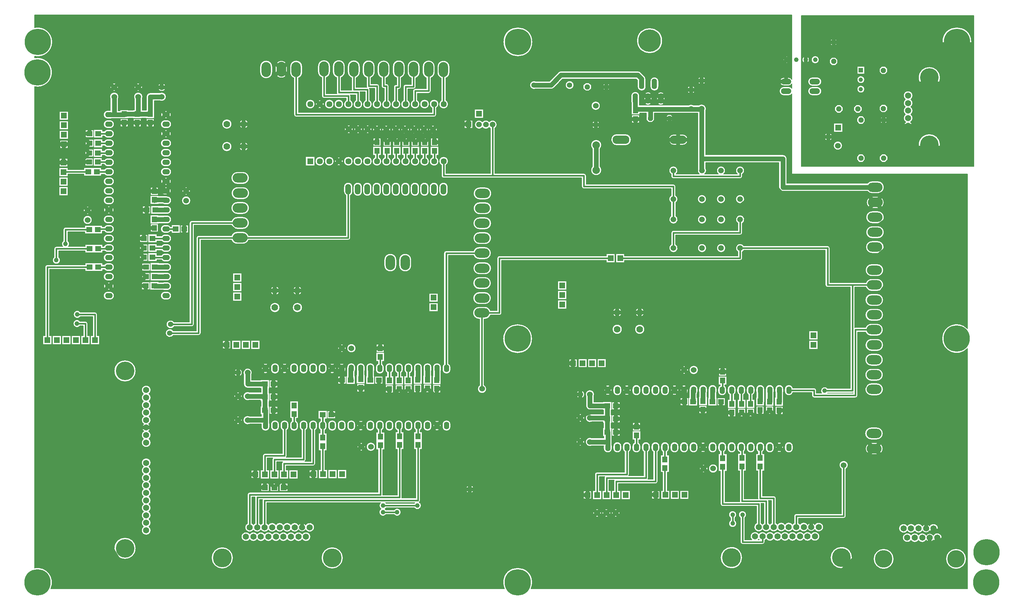
<source format=gbr>
G04 EasyPC Gerber Version 21.0.3 Build 4286 *
G04 #@! TF.Part,Single*
G04 #@! TF.FileFunction,Copper,L2,Bot *
G04 #@! TF.FilePolarity,Positive *
%FSLAX35Y35*%
%MOIN*%
G04 #@! TA.AperFunction,ComponentPad*
%AMT25*0 Octagon Pad at angle 0*4,1,8,-0.01077,-0.02600,0.01077,-0.02600,0.02600,-0.01077,0.02600,0.01077,0.01077,0.02600,-0.01077,0.02600,-0.02600,0.01077,-0.02600,-0.01077,-0.01077,-0.02600,0*%
%ADD25T25*%
%ADD27O,0.05500X0.08000*%
%ADD24O,0.05543X0.11087*%
G04 #@! TA.AperFunction,WasherPad*
%ADD70O,0.06000X0.11000*%
%ADD19O,0.09843X0.15748*%
G04 #@! TA.AperFunction,SMDPad*
%ADD26R,0.05500X0.06000*%
G04 #@! TA.AperFunction,ComponentPad*
%ADD81R,0.04528X0.04528*%
G04 #@! TA.AperFunction,WasherPad*
%ADD13R,0.06000X0.06000*%
G04 #@! TA.AperFunction,ComponentPad*
%ADD29R,0.06362X0.06362*%
G04 #@! TD.AperFunction*
%ADD84C,0.00500*%
%ADD87C,0.01500*%
%ADD90C,0.02500*%
%ADD85C,0.03937*%
G04 #@! TA.AperFunction,ComponentPad*
%ADD82C,0.04528*%
%ADD80C,0.04764*%
G04 #@! TA.AperFunction,ViaPad*
%ADD89C,0.04800*%
G04 #@! TD.AperFunction*
%ADD86C,0.05000*%
G04 #@! TA.AperFunction,ComponentPad*
%ADD23C,0.05543*%
G04 #@! TA.AperFunction,ViaPad*
%ADD88C,0.05591*%
G04 #@! TA.AperFunction,ComponentPad*
%ADD76C,0.05906*%
%ADD83C,0.05945*%
G04 #@! TA.AperFunction,WasherPad*
%ADD14C,0.06000*%
G04 #@! TA.AperFunction,ComponentPad*
%ADD72C,0.06362*%
G04 #@! TA.AperFunction,WasherPad*
%ADD17C,0.06496*%
G04 #@! TA.AperFunction,ComponentPad*
%ADD74C,0.07000*%
G04 #@! TA.AperFunction,WasherPad*
%ADD71C,0.07874*%
G04 #@! TA.AperFunction,ComponentPad*
%ADD20C,0.18307*%
G04 #@! TA.AperFunction,WasherPad*
%ADD18C,0.19488*%
G04 #@! TA.AperFunction,ComponentPad*
%ADD21C,0.19685*%
G04 #@! TA.AperFunction,WasherPad*
%ADD15C,0.23622*%
%ADD11C,0.27559*%
G04 #@! TA.AperFunction,ComponentPad*
%ADD75O,0.08000X0.05500*%
G04 #@! TA.AperFunction,WasherPad*
%ADD12O,0.11000X0.06000*%
G04 #@! TA.AperFunction,ComponentPad*
%ADD22O,0.17700X0.08850*%
G04 #@! TA.AperFunction,WasherPad*
%ADD16O,0.15748X0.09843*%
G04 #@! TA.AperFunction,SMDPad*
%ADD28R,0.06000X0.05500*%
X0Y0D02*
D02*
D11*
X18656Y18557D03*
Y553990D03*
X18951Y585880D03*
X522494Y274364D03*
X522593Y18557D03*
X522789Y585880D03*
X983222Y274463D03*
X983518Y585880D03*
X1014423Y18557D03*
X1014522Y50152D03*
D02*
D12*
X804364Y534207D03*
Y544207D03*
X834364Y534207D03*
Y544207D03*
D02*
D13*
X28872Y272770D03*
X38872D03*
X46018Y429207D03*
Y439207D03*
Y449207D03*
Y459207D03*
X46411Y478400D03*
Y488400D03*
Y498400D03*
Y508400D03*
X48872Y272770D03*
X58872D03*
X68872D03*
X78872D03*
X217179Y267967D03*
X227179D03*
X228301Y318439D03*
Y328439D03*
Y338439D03*
X237179Y267967D03*
X247179D03*
X247317Y131963D03*
X257317D03*
X257435Y118360D03*
X267179D03*
X267317Y131963D03*
X276923Y118360D03*
X277317Y131963D03*
X287317D03*
X308222Y132238D03*
X318222D03*
X328222D03*
X338222D03*
X345329Y494148D03*
X355073D03*
X365112D03*
X374955Y493951D03*
X384699D03*
X394738D03*
X404384Y493852D03*
X414128D03*
X424167D03*
X433715D03*
X434404Y307376D03*
Y317376D03*
X471018Y499364D03*
X481844Y510585D03*
X569344Y310073D03*
Y320073D03*
Y330073D03*
X580762Y248675D03*
X590762D03*
X595841Y110289D03*
X600762Y248675D03*
X605841Y110289D03*
X605959Y91392D03*
X610762Y248675D03*
X615703Y91392D03*
X615841Y110289D03*
X620132Y358911D03*
X625447Y91392D03*
X625841Y110289D03*
X630132Y358911D03*
X635841Y110289D03*
X667474Y110388D03*
X677474D03*
X687474D03*
X697474D03*
X832927Y267907D03*
Y277907D03*
X858911Y495919D03*
D02*
D14*
X71215Y398970D03*
Y408970D03*
X99167Y528301D03*
Y538301D03*
X124364Y528301D03*
Y538301D03*
X149069Y528301D03*
Y538301D03*
X174659Y419344D03*
Y429344D03*
X229128Y188833D03*
Y214030D03*
Y238734D03*
X239128Y188833D03*
Y214030D03*
Y238734D03*
X338085Y264325D03*
X348085D03*
X358459Y160880D03*
X368459D03*
X472396Y116293D03*
X485191Y221707D03*
X588380Y165998D03*
Y191195D03*
Y215900D03*
X598380Y165998D03*
Y191195D03*
Y215900D03*
X604482Y498872D03*
Y518872D03*
X697337Y241490D03*
X704561Y515683D03*
Y535683D03*
X707337Y241490D03*
X715703Y515801D03*
Y545329D03*
X717711Y138045D03*
X727711D03*
X848616Y486116D03*
X858616Y477022D03*
X864719Y141589D03*
D02*
D15*
X661035Y587159D03*
D02*
D16*
X231156Y380270D03*
X231352Y395821D03*
Y411569D03*
Y443065D03*
X231549Y427120D03*
X484994Y301431D03*
X485191Y316982D03*
Y332730D03*
Y364226D03*
X485388Y348281D03*
Y379935D03*
Y395526D03*
X485585Y411274D03*
Y426825D03*
X896510Y174856D03*
X896608Y236470D03*
Y252219D03*
Y283715D03*
X896707Y158911D03*
Y221215D03*
X896805Y267770D03*
Y299423D03*
Y315014D03*
X897002Y330762D03*
Y346313D03*
X897396Y370526D03*
X897593Y386077D03*
Y401825D03*
Y433321D03*
X897789Y417376D03*
D02*
D17*
X132711Y73163D03*
Y81037D03*
Y88911D03*
Y96785D03*
Y104659D03*
Y112533D03*
Y120407D03*
Y128281D03*
Y136156D03*
Y144030D03*
Y165289D03*
Y173163D03*
Y181037D03*
Y188911D03*
Y196785D03*
Y204659D03*
Y212533D03*
Y220407D03*
X237356Y66490D03*
X241293Y76333D03*
X245230Y66490D03*
X249167Y76333D03*
X253104Y66490D03*
X257041Y76333D03*
X260978Y66490D03*
X264915Y76333D03*
X268852Y66490D03*
X272789Y76333D03*
X276726Y66490D03*
X280663Y76333D03*
X284600Y66490D03*
X288537Y76333D03*
X292474Y66490D03*
X296411Y76333D03*
X300348Y66490D03*
X304285Y76333D03*
X771608Y66785D03*
X775545Y76628D03*
X779482Y66785D03*
X783419Y76628D03*
X787356Y66785D03*
X791293Y76628D03*
X795230Y66785D03*
X799167Y76628D03*
X803104Y66785D03*
X807041Y76628D03*
X810978Y66785D03*
X814915Y76628D03*
X818852Y66785D03*
X822789Y76628D03*
X826726Y66785D03*
X830663Y76628D03*
X834600Y66785D03*
X838537Y76628D03*
X927514Y75250D03*
X931451Y65407D03*
X932337Y497986D03*
Y505860D03*
Y513734D03*
Y521608D03*
Y529482D03*
X935388Y75250D03*
X939325Y65407D03*
X943262Y75250D03*
X947199Y65407D03*
X951136Y75250D03*
X955073Y65407D03*
X959010Y75250D03*
X962947Y65407D03*
D02*
D18*
X110467Y54266D03*
Y240486D03*
X954581Y477907D03*
Y548380D03*
D02*
D19*
X258616Y556943D03*
X274561Y557140D03*
X290112Y556943D03*
X319305Y557435D03*
X334856D03*
X350604Y557238D03*
X366195D03*
X381904Y557041D03*
X388931Y354187D03*
X397848Y557238D03*
X404522Y354187D03*
X413400Y557041D03*
X429148D03*
X444699Y556844D03*
D02*
D70*
X344738Y431215D03*
X354738D03*
X364738D03*
X374738D03*
X384738D03*
X394738D03*
X404738D03*
X414738D03*
X424738D03*
X434738D03*
X444738D03*
D02*
D71*
X604974Y451333D03*
Y477612D03*
D02*
D20*
X906648Y43163D03*
X982632D03*
D02*
D21*
X212553Y44246D03*
X327907D03*
X746805Y44541D03*
X862159D03*
D02*
D22*
X631077Y483222D03*
X691077D03*
D02*
D23*
X539719Y540558D03*
X577120D03*
D02*
D24*
X646018Y526385D03*
X652711Y541739D03*
X659404Y526385D03*
X666096Y541739D03*
X672789Y526385D03*
D02*
D25*
X595565Y538636D03*
X615565D03*
X661805Y505663D03*
X681805D03*
X854187Y565447D03*
Y585447D03*
X859640Y515506D03*
X879640D03*
X882829Y463813D03*
Y503813D03*
X906451Y515978D03*
Y555978D03*
X906648Y463813D03*
Y503813D03*
D02*
D26*
X109502Y501065D03*
Y510065D03*
X123380Y501065D03*
Y510065D03*
X137061Y501065D03*
Y510065D03*
X141293Y390632D03*
Y399632D03*
Y420061D03*
Y429061D03*
X287848Y195356D03*
Y204356D03*
X317868Y161498D03*
Y170498D03*
X357829Y222817D03*
Y231817D03*
X375053Y471636D03*
Y480636D03*
X378203Y255199D03*
Y264199D03*
X378498Y162581D03*
Y171581D03*
X385486Y471636D03*
Y480636D03*
X387947Y221636D03*
Y230636D03*
X395722Y471636D03*
Y480636D03*
X398183Y221636D03*
Y230636D03*
X398675Y162974D03*
Y171974D03*
X405368Y471636D03*
Y480636D03*
X407632Y221636D03*
Y230636D03*
X415112Y471636D03*
Y480636D03*
X417770Y222226D03*
Y231226D03*
X417868Y162876D03*
Y171876D03*
X425053Y471636D03*
Y480636D03*
X427809Y222128D03*
Y231128D03*
X435289Y471636D03*
Y480636D03*
X437553Y221931D03*
Y230931D03*
X646271Y505002D03*
Y514002D03*
X647396Y172915D03*
Y181915D03*
X677120Y138663D03*
Y147663D03*
X717081Y199982D03*
Y208982D03*
X737553Y230396D03*
Y239396D03*
X737750Y139746D03*
Y148746D03*
X747297Y196833D03*
Y205833D03*
X757533Y196833D03*
Y205833D03*
X757927Y140140D03*
Y149140D03*
X766982Y196833D03*
Y205833D03*
X777022Y199392D03*
Y208392D03*
X777120Y140041D03*
Y149041D03*
X787061Y199293D03*
Y208293D03*
X796805Y199096D03*
Y208096D03*
D02*
D27*
X257907Y183144D03*
Y243144D03*
X267907Y183144D03*
Y243144D03*
X277907Y183144D03*
Y243144D03*
X287907Y183144D03*
Y243144D03*
X297907Y183144D03*
Y243144D03*
X307907Y183144D03*
Y243144D03*
X317907Y183144D03*
Y243144D03*
X327907Y183144D03*
Y243144D03*
X337907Y183144D03*
Y243144D03*
X347907Y183144D03*
Y243144D03*
X357907Y183144D03*
Y243144D03*
X367907Y183144D03*
Y243144D03*
X377907Y183144D03*
Y243144D03*
X387907Y183144D03*
Y243144D03*
X397907Y183144D03*
Y243144D03*
X407907Y183144D03*
Y243144D03*
X417907Y183144D03*
Y243144D03*
X427907Y183144D03*
Y243144D03*
X437907Y183144D03*
Y243144D03*
X447907Y183144D03*
Y243144D03*
X617159Y160309D03*
Y220309D03*
X627159Y160309D03*
Y220309D03*
X637159Y160309D03*
Y220309D03*
X647159Y160309D03*
Y220309D03*
X657159Y160309D03*
Y220309D03*
X667159Y160309D03*
Y220309D03*
X677159Y160309D03*
Y220309D03*
X687159Y160309D03*
Y220309D03*
X697159Y160309D03*
Y220309D03*
X707159Y160309D03*
Y220309D03*
X717159Y160309D03*
Y220309D03*
X727159Y160309D03*
Y220309D03*
X737159Y160309D03*
Y220309D03*
X747159Y160309D03*
Y220309D03*
X757159Y160309D03*
Y220309D03*
X767159Y160309D03*
Y220309D03*
X777159Y160309D03*
Y220309D03*
X787159Y160309D03*
Y220309D03*
X797159Y160309D03*
Y220309D03*
X807159Y160309D03*
Y220309D03*
D02*
D28*
X71833Y449561D03*
X72817Y459896D03*
X72915Y388931D03*
Y469344D03*
X73211Y349561D03*
Y479384D03*
Y489620D03*
X73309Y368754D03*
X80833Y449561D03*
X81817Y459896D03*
X81915Y388931D03*
Y469344D03*
X82211Y349561D03*
Y479384D03*
Y489620D03*
X82309Y368754D03*
X130199Y359994D03*
Y369443D03*
Y379679D03*
X132266Y329876D03*
X132463Y339620D03*
X132561Y349659D03*
X133152Y409600D03*
X139199Y359994D03*
Y369443D03*
Y379679D03*
X141266Y329876D03*
X141463Y339620D03*
X141561Y349659D03*
X142152Y409600D03*
X163762Y389423D03*
X172762D03*
X257364Y199167D03*
Y213045D03*
Y226726D03*
X266364Y199167D03*
Y213045D03*
Y226726D03*
X317994Y194541D03*
X326994D03*
X338368Y230959D03*
X347368D03*
X367797D03*
X376797D03*
X616616Y176333D03*
Y190211D03*
Y203892D03*
X625616Y176333D03*
Y190211D03*
Y203892D03*
X697620Y208124D03*
X706620D03*
X727049D03*
X736049D03*
D02*
D29*
X304856Y460604D03*
D02*
D72*
Y520604D03*
X314856Y460604D03*
Y520604D03*
X324856Y460604D03*
Y520604D03*
X334856Y460604D03*
Y520604D03*
X344856Y460604D03*
Y520604D03*
X354856Y460604D03*
Y520604D03*
X364856Y460604D03*
Y520604D03*
X374856Y460604D03*
Y520604D03*
X384856Y460604D03*
Y520604D03*
X394856Y460604D03*
Y520604D03*
X404856Y460604D03*
Y520604D03*
X414856Y460604D03*
Y520604D03*
X424856Y460604D03*
Y520604D03*
X434856Y460604D03*
Y520604D03*
X444856Y460604D03*
Y520604D03*
D02*
D74*
X217376Y476037D03*
Y499659D03*
X235093Y476037D03*
Y499659D03*
X267770Y307041D03*
Y324758D03*
X291392Y307041D03*
Y324758D03*
X627022Y284207D03*
Y301923D03*
X650644Y284207D03*
Y301923D03*
D02*
D75*
X93478Y319522D03*
Y329522D03*
Y339522D03*
Y349522D03*
Y359522D03*
Y369522D03*
Y379522D03*
Y389522D03*
Y399522D03*
Y409522D03*
Y419522D03*
Y429522D03*
Y439522D03*
Y449522D03*
Y459522D03*
Y469522D03*
Y479522D03*
Y489522D03*
Y499522D03*
Y509522D03*
X153478Y319522D03*
Y329522D03*
Y339522D03*
Y349522D03*
Y359522D03*
Y369522D03*
Y379522D03*
Y389522D03*
Y399522D03*
Y409522D03*
Y419522D03*
Y429522D03*
Y439522D03*
Y449522D03*
Y459522D03*
Y469522D03*
Y479522D03*
Y489522D03*
Y499522D03*
Y509522D03*
D02*
D76*
X685959Y420841D03*
Y450841D03*
X686057Y369463D03*
Y399463D03*
X715959Y420841D03*
Y450841D03*
X716057Y369463D03*
Y399463D03*
X735959Y420841D03*
Y450841D03*
X736057Y369463D03*
Y399463D03*
X755959Y420841D03*
Y450841D03*
X756057Y369463D03*
Y399463D03*
D02*
D80*
X804837Y567159D03*
X814837D03*
X824837D03*
X834837D03*
D02*
D81*
X882730Y556254D03*
D02*
D82*
Y536254D03*
Y546254D03*
D02*
D83*
X482041Y499069D03*
X489128D03*
X496215D03*
D02*
D84*
X243671Y108305D02*
Y80589D01*
G75*
G02X245230Y79209I-2378J-4257*
G01*
G75*
G02X246789Y80589I3937J-2877*
G01*
Y107927*
G75*
G02X246820Y108305I2378J0*
G01*
X243671*
G36*
Y80589*
G75*
G02X245230Y79209I-2378J-4257*
G01*
G75*
G02X246789Y80589I3937J-2877*
G01*
Y107927*
G75*
G02X246820Y108305I2378J0*
G01*
X243671*
G37*
X251545Y105549D02*
Y80589D01*
G75*
G02X253104Y79209I-2378J-4257*
G01*
G75*
G02X254663Y80589I3937J-2877*
G01*
Y104679*
G75*
G02X254828Y105549I2378*
G01*
X251545*
G36*
Y80589*
G75*
G02X253104Y79209I-2378J-4257*
G01*
G75*
G02X254663Y80589I3937J-2877*
G01*
Y104679*
G75*
G02X254828Y105549I2378*
G01*
X251545*
G37*
X414747Y102301D02*
X383883D01*
G75*
G02X384604Y101545I-2530J-3135*
G01*
X414026*
G75*
G02X414747Y102301I3251J-2379*
G01*
G36*
X383883*
G75*
G02X384604Y101545I-2530J-3135*
G01*
X414026*
G75*
G02X414747Y102301I3251J-2379*
G01*
G37*
X775545Y63909D02*
G75*
G02X775075Y63356I-3936J2876D01*
G01*
X776016*
G75*
G02X775545Y63909I3466J3429*
G01*
G36*
G75*
G02X775075Y63356I-3936J2876*
G01*
X776016*
G75*
G02X775545Y63909I3466J3429*
G01*
G37*
X781041Y101415D02*
X777826D01*
G75*
G02X777923Y100742I-2281J-673*
G01*
Y80885*
G75*
G02X779482Y79505I-2378J-4257*
G01*
G75*
G02X781041Y80885I3937J-2877*
G01*
Y101415*
G36*
X777826*
G75*
G02X777923Y100742I-2281J-673*
G01*
Y80885*
G75*
G02X779482Y79505I-2378J-4257*
G01*
G75*
G02X781041Y80885I3937J-2877*
G01*
Y101415*
G37*
X788915Y104565D02*
X785669D01*
G75*
G02X785797Y103793I-2249J-772*
G01*
Y80885*
G75*
G02X787356Y79505I-2378J-4257*
G01*
G75*
G02X788915Y80885I3937J-2877*
G01*
Y104565*
G36*
X785669*
G75*
G02X785797Y103793I-2249J-772*
G01*
Y80885*
G75*
G02X787356Y79505I-2378J-4257*
G01*
G75*
G02X788915Y80885I3937J-2877*
G01*
Y104565*
G37*
X820230Y613537D02*
Y455270D01*
X1001234*
Y613537*
X820230*
X821205Y567159D02*
G75*
G02X828469I3632D01*
G01*
G75*
G02X821205I-3632*
G01*
X836864Y538835D02*
G75*
G02X841492Y534207J-4628D01*
G01*
G75*
G02X836864Y529579I-4628*
G01*
X831864*
G75*
G02X827236Y534207J4628*
G01*
G75*
G02X831864Y538835I4628*
G01*
X836864*
Y548835D02*
G75*
G02X841492Y544207J-4628D01*
G01*
G75*
G02X836864Y539579I-4628*
G01*
X831864*
G75*
G02X827236Y544207J4628*
G01*
G75*
G02X831864Y548835I4628*
G01*
X836864*
X830827Y567159D02*
G75*
G02X838846I4010D01*
G01*
G75*
G02X830827I-4010*
G01*
X844366Y486116D02*
G75*
G02X852866I4250D01*
G01*
G75*
G02X844366I-4250*
G01*
X855937Y569675D02*
X858415Y567197D01*
Y563696*
X855937Y561219*
X852437*
X849959Y563696*
Y567197*
X852437Y569675*
X855937*
X858616Y481650D02*
G75*
G02X863244Y477022J-4628D01*
G01*
G75*
G02X858616Y472394I-4628*
G01*
G75*
G02X853988Y477022J4628*
G01*
G75*
G02X858616Y481650I4628*
G01*
X854283Y500547D02*
X863539D01*
Y491291*
X854283*
Y500547*
X861390Y519734D02*
X863868Y517256D01*
Y513756*
X861390Y511278*
X857889*
X855412Y513756*
Y517256*
X857889Y519734*
X861390*
X855781Y589297D02*
X858037Y587041D01*
Y583853*
X855781Y581597*
X852593*
X850337Y583853*
Y587041*
X852593Y589297*
X855781*
X881390Y519734D02*
X883868Y517256D01*
Y513756*
X881390Y511278*
X877889*
X875412Y513756*
Y517256*
X877889Y519734*
X881390*
X884579Y468041D02*
X887057Y465563D01*
Y462063*
X884579Y459585*
X881078*
X878601Y462063*
Y465563*
X881078Y468041*
X884579*
Y508041D02*
X887057Y505563D01*
Y502063*
X884579Y499585*
X881078*
X878601Y502063*
Y505563*
X881078Y508041*
X884579*
X878839Y536254D02*
G75*
G02X886622I3892D01*
G01*
G75*
G02X878839I-3892*
G01*
Y546254D02*
G75*
G02X886622I3892D01*
G01*
G75*
G02X878839I-3892*
G01*
Y560146D02*
X886622D01*
Y552362*
X878839*
Y560146*
X908201Y520206D02*
X910679Y517729D01*
Y514228*
X908201Y511750*
X904700*
X902223Y514228*
Y517729*
X904700Y520206*
X908201*
X908398Y468041D02*
X910876Y465563D01*
Y462063*
X908398Y459585*
X904897*
X902420Y462063*
Y465563*
X904897Y468041*
X908398*
X908241Y507663D02*
X910498Y505407D01*
Y502219*
X908241Y499963*
X905054*
X902798Y502219*
Y505407*
X905054Y507663*
X908241*
X908201Y560206D02*
X910679Y557729D01*
Y554228*
X908201Y551750*
X904700*
X902223Y554228*
Y557729*
X904700Y560206*
X908201*
X927461Y529482D02*
G75*
G02X937213I4876D01*
G01*
G75*
G02X935213Y525545I-4876*
G01*
G75*
G02Y517671I-2877J-3937*
G01*
G75*
G02Y509797I-2877J-3937*
G01*
G75*
G02X934877Y501698I-2877J-3937*
G01*
G75*
G02X936835Y497986I-2541J-3712*
G01*
G75*
G02X927839I-4498*
G01*
G75*
G02X929796Y501698I4498*
G01*
G75*
G02X929460Y509797I2540J4162*
G01*
G75*
G02Y517671I2877J3937*
G01*
G75*
G02Y525545I2877J3937*
G01*
G75*
G02X927461Y529482I2877J3937*
G01*
X943209Y477907D02*
G75*
G02X965953I11372D01*
G01*
G75*
G02X943209I-11372*
G01*
Y548380D02*
G75*
G02X965953I11372D01*
G01*
G75*
G02X943209I-11372*
G01*
X968110Y585880D02*
G75*
G02X998925I15407D01*
G01*
G75*
G02X968110I-15407*
G01*
X910876Y463813D02*
G36*
Y462063D01*
X908398Y459585*
X904897*
X902420Y462063*
Y463813*
X887057*
Y462063*
X884579Y459585*
X881078*
X878601Y462063*
Y463813*
X820480*
Y455520*
X1000984*
Y463813*
X910876*
G37*
X965918Y477022D02*
G36*
G75*
G02X943243I-11337J886D01*
G01*
X863244*
G75*
G02X858616Y472394I-4628*
G01*
G75*
G02X853988Y477022J4628*
G01*
X820480*
Y463813*
X878601*
Y465563*
X881078Y468041*
X884579*
X887057Y465563*
Y463813*
X902420*
Y465563*
X904897Y468041*
X908398*
X910876Y465563*
Y463813*
X1000984*
Y477022*
X965918*
G37*
X943243D02*
G36*
G75*
G02X943209Y477907I11339J887D01*
G01*
G75*
G02X946710Y486116I11372*
G01*
X852866*
G75*
G02X844366I-4250*
G01*
X820480*
Y477022*
X853988*
G75*
G02X858616Y481650I4628*
G01*
G75*
G02X863244Y477022J-4628*
G01*
X943243*
G37*
X965918D02*
G36*
X1000984D01*
Y486116*
X962451*
G75*
G02X965953Y477907I-7870J-8209*
G01*
G75*
G02X965918Y477022I-11374J1*
G01*
G37*
X936331Y495919D02*
G36*
G75*
G02X928342I-3995J2067D01*
G01*
X863539*
Y491291*
X854283*
Y495919*
X820480*
Y486116*
X844366*
G75*
G02X852866I4250*
G01*
X946710*
G75*
G02X962451I7870J-8209*
G01*
X1000984*
Y495919*
X936331*
G37*
X927911Y503813D02*
G36*
X910498D01*
Y502219*
X908241Y499963*
X905054*
X902798Y502219*
Y503813*
X887057*
Y502063*
X884579Y499585*
X881078*
X878601Y502063*
Y503813*
X820480*
Y495919*
X854283*
Y500547*
X863539*
Y495919*
X928342*
G75*
G02X927839Y497986I3995J2067*
G01*
G75*
G02Y497987I6445J0*
G01*
G75*
G02X929796Y501698I4497*
G01*
G75*
G02X927911Y503813I2541J4162*
G01*
G37*
X936762D02*
G36*
G75*
G02X934877Y501698I-4426J2048D01*
G01*
G75*
G02X936835Y497987I-2539J-3711*
G01*
G75*
G02Y497986I-6445J0*
G01*
G75*
G02X936331Y495919I-4498J0*
G01*
X1000984*
Y503813*
X936762*
G37*
X927794Y515506D02*
G36*
X910679D01*
Y514228*
X908201Y511750*
X904700*
X902223Y514228*
Y515506*
X883868*
Y513756*
X881390Y511278*
X877889*
X875412Y513756*
Y515506*
X863868*
Y513756*
X861390Y511278*
X857889*
X855412Y513756*
Y515506*
X820480*
Y503813*
X878601*
Y505563*
X881078Y508041*
X884579*
X887057Y505563*
Y503813*
X902798*
Y505407*
X905054Y507663*
X908241*
X910498Y505407*
Y503813*
X927911*
G75*
G02X927461Y505860I4425J2048*
G01*
G75*
G02X929460Y509797I4876*
G01*
G75*
G02X927461Y513734I2877J3937*
G01*
G75*
G02X927794Y515506I4876J0*
G01*
G37*
X936880D02*
G36*
G75*
G02X937213Y513734I-4543J-1771D01*
G01*
G75*
G02X935213Y509797I-4876*
G01*
G75*
G02X937213Y505860I-2877J-3937*
G01*
G75*
G02X936762Y503813I-4876J0*
G01*
X1000984*
Y515506*
X936880*
G37*
X927794D02*
G36*
G75*
G02X929460Y517671I4543J-1772D01*
G01*
G75*
G02X927461Y521608I2877J3937*
G01*
G75*
G02X929460Y525545I4876*
G01*
G75*
G02X927461Y529482I2876J3937*
G01*
Y529482*
G75*
G02X931130Y534207I4876*
G01*
X886040*
G75*
G02X879420I-3310J2047*
G01*
X841492*
G75*
G02X836864Y529579I-4628*
G01*
X831864*
G75*
G02X827236Y534207J4628*
G01*
X820480*
Y515506*
X855412*
Y517256*
X857889Y519734*
X861390*
X863868Y517256*
Y515506*
X875412*
Y517256*
X877889Y519734*
X881390*
X883868Y517256*
Y515506*
X902223*
Y517729*
X904700Y520206*
X908201*
X910679Y517729*
Y515506*
X927794*
G37*
X936880D02*
G36*
X1000984D01*
Y534207*
X933543*
G75*
G02X937213Y529482I-1206J-4724*
G01*
Y529482*
G75*
G02X935213Y525545I-4875*
G01*
G75*
G02X937213Y521608I-2877J-3937*
G01*
G75*
G02X935213Y517671I-4876*
G01*
G75*
G02X936880Y515506I-2877J-3937*
G01*
G37*
X965159Y544207D02*
G36*
G75*
G02X944002I-10579J4173D01*
G01*
X886040*
G75*
G02X879420I-3310J2047*
G01*
X841492*
G75*
G02X836864Y539579I-4628*
G01*
X831864*
G75*
G02X827236Y544207J4628*
G01*
X820480*
Y534207*
X827236*
G75*
G02X831864Y538835I4628*
G01*
X836864*
G75*
G02X841492Y534207J-4628*
G01*
X879420*
G75*
G02X878839Y536254I3310J2047*
G01*
G75*
G02X886622I3892*
G01*
G75*
G02X886040Y534207I-3892*
G01*
X931130*
G75*
G02X933543I1206J-4724*
G01*
X1000984*
Y544207*
X965159*
G37*
X944002D02*
G36*
G75*
G02X943209Y548380I10579J4173D01*
G01*
G75*
G02X946376Y556254I11372*
G01*
X910679*
Y554228*
X908201Y551750*
X904700*
X902223Y554228*
Y556254*
X886622*
Y552362*
X878839*
Y556254*
X820480*
Y544207*
X827236*
G75*
G02X831864Y548835I4628*
G01*
X836864*
G75*
G02X841492Y544207J-4628*
G01*
X879420*
G75*
G02X878839Y546254I3310J2047*
G01*
G75*
G02X886622I3892*
G01*
G75*
G02X886040Y544207I-3892*
G01*
X944002*
G37*
X965159D02*
G36*
X1000984D01*
Y556254*
X962786*
G75*
G02X965953Y548380I-8205J-7874*
G01*
G75*
G02X965159Y544207I-11372J0*
G01*
G37*
X858415Y567159D02*
G36*
Y563696D01*
X855937Y561219*
X852437*
X849959Y563696*
Y567159*
X838846*
G75*
G02X830827I-4010*
G01*
X828469*
G75*
G02X821205I-3632*
G01*
X820480*
Y556254*
X878839*
Y560146*
X886622*
Y556254*
X902223*
Y557729*
X904700Y560206*
X908201*
X910679Y557729*
Y556254*
X946376*
G75*
G02X962786I8205J-7874*
G01*
X1000984*
Y567159*
X858415*
G37*
X998919Y585447D02*
G36*
G75*
G02X968116I-15402J433D01*
G01*
X858037*
Y583853*
X855781Y581597*
X852593*
X850337Y583853*
Y585447*
X820480*
Y567159*
X821205*
G75*
G02X828469I3632*
G01*
X830827*
G75*
G02X838846I4010*
G01*
X849959*
Y567197*
X852437Y569675*
X855937*
X858415Y567197*
Y567159*
X1000984*
Y585447*
X998919*
G37*
X820480Y613287D02*
G36*
Y585447D01*
X850337*
Y587041*
X852593Y589297*
X855781*
X858037Y587041*
Y585447*
X968116*
G75*
G02X968110Y585880I15408J427*
G01*
G75*
G02X998925I15407*
G01*
G75*
G02X998919Y585447I-15414J-6*
G01*
X1000984*
Y613287*
X820480*
G37*
X847989Y217360D02*
G75*
G02X847779Y217096I-3252J2380D01*
G01*
X874644*
Y217489*
G75*
G02X873872Y217360I-772J2249*
G01*
X847989*
G36*
G75*
G02X847779Y217096I-3252J2380*
G01*
X874644*
Y217489*
G75*
G02X873872Y217360I-772J2249*
G01*
X847989*
G37*
X994541Y447100D02*
X810388D01*
Y531206*
G75*
G02X806864Y529579I-3524J3000*
G01*
X801864*
G75*
G02X797236Y534207J4628*
G01*
G75*
G02X801864Y538835I4628*
G01*
X806864*
G75*
G02X810388Y537207J-4628*
G01*
Y541830*
G75*
G02X806864Y539957I-3524J2376*
G01*
X801864*
G75*
G02Y548457J4250*
G01*
X806864*
G75*
G02X810388Y546583J-4250*
G01*
Y614325*
X15604*
Y600920*
G75*
G02X34358Y585880I3346J-15040*
G01*
G75*
G02X15604Y570840I-15407*
G01*
Y569093*
G75*
G02X34063Y553990I3051J-15102*
G01*
G75*
G02X15604Y538888I-15407*
G01*
Y33659*
G75*
G02X32580Y11963I3051J-15102*
G01*
X508668*
G75*
G02X507185Y18557I13925J6595*
G01*
G75*
G02X538000I15407*
G01*
G75*
G02X536517Y11963I-15407J0*
G01*
X994541*
Y264009*
G75*
G02X967815Y274463I-11319J10454*
G01*
G75*
G02X994541Y284916I15407*
G01*
Y447100*
X954848Y77790D02*
G75*
G02X963886Y75250I4162J-2540D01*
G01*
G75*
G02X954848Y72710I-4876*
G01*
G75*
G02X947424I-3712J2541*
G01*
G75*
G02X939325Y72373I-4162J2540*
G01*
G75*
G02X931451I-3937J2877*
G01*
G75*
G02X922638Y75250I-3937J2877*
G01*
G75*
G02X931451Y78127I4876*
G01*
G75*
G02X939325I3937J-2877*
G01*
G75*
G02X947424Y77790I3937J-2877*
G01*
G75*
G02X954848I3712J-2541*
G01*
X958785Y67948D02*
G75*
G02X967823Y65407I4162J-2540D01*
G01*
G75*
G02X958785Y62867I-4876*
G01*
G75*
G02X951361I-3712J2541*
G01*
G75*
G02X943262Y62531I-4162J2540*
G01*
G75*
G02X935388I-3937J2877*
G01*
G75*
G02X926575Y65407I-3937J2877*
G01*
G75*
G02X935388Y68284I4876*
G01*
G75*
G02X943262I3937J-2877*
G01*
G75*
G02X951361Y67948I3937J-2877*
G01*
G75*
G02X958785I3712J-2541*
G01*
X94728Y393900D02*
G75*
G02X99106Y389522J-4378D01*
G01*
G75*
G02X94728Y385144I-4378*
G01*
X92228*
G75*
G02X88552Y387144J4378*
G01*
X86543*
Y384553*
X68287*
Y386553*
X50463*
Y377123*
G75*
G02X51037Y371132I-2378J-3251*
G01*
X68681*
Y373132*
X86937*
Y371132*
X88157*
G75*
G02X92228Y373900I4071J-1610*
G01*
X94728*
G75*
G02X99106Y369522J-4378*
G01*
G75*
G02X94728Y365144I-4378*
G01*
X92228*
G75*
G02X89183Y366376J4378*
G01*
X86937*
Y364376*
X68681*
Y366376*
X40817*
Y359997*
G75*
G02X42467Y356746I-2378J-3251*
G01*
G75*
G02X34411I-4028*
G01*
G75*
G02X36061Y359997I4028*
G01*
Y368754*
G75*
G02X38439Y371132I2378*
G01*
X45132*
G75*
G02X45707Y377123I2952J2740*
G01*
Y388931*
G75*
G02X48085Y391309I2378*
G01*
X68287*
Y393309*
X86543*
Y391900*
X88552*
G75*
G02X92228Y393900I3676J-2378*
G01*
X94728*
Y383900D02*
G75*
G02X99106Y379522J-4378D01*
G01*
G75*
G02X94728Y375144I-4378*
G01*
X92228*
G75*
G02X87850Y379522J4378*
G01*
G75*
G02X92228Y383900I4378*
G01*
X94728*
Y363900D02*
G75*
G02X99106Y359522J-4378D01*
G01*
G75*
G02X94728Y355144I-4378*
G01*
X92228*
G75*
G02X87850Y359522J4378*
G01*
G75*
G02X92228Y363900I4378*
G01*
X94728*
X41390Y433835D02*
X50646D01*
Y424579*
X41390*
Y433835*
Y443835D02*
X50646D01*
Y434579*
X41390*
Y443835*
X94728Y453900D02*
G75*
G02X99106Y449522J-4378D01*
G01*
G75*
G02X94728Y445144I-4378*
G01*
X92228*
G75*
G02X88631Y447026J4378*
G01*
X85461*
Y445183*
X67205*
Y447183*
X50646*
Y444579*
X41390*
Y453835*
X50646*
Y451939*
X67205*
Y453939*
X85461*
Y452096*
X88688*
G75*
G02X92228Y453900I3541J-2575*
G01*
X94728*
Y403900D02*
G75*
G02X99106Y399522J-4378D01*
G01*
G75*
G02X94728Y395144I-4378*
G01*
X92228*
G75*
G02X87850Y399522J4378*
G01*
G75*
G02X92228Y403900I4378*
G01*
X94728*
Y423900D02*
G75*
G02X99106Y419522J-4378D01*
G01*
G75*
G02X94728Y415144I-4378*
G01*
X92228*
G75*
G02X87850Y419522J4378*
G01*
G75*
G02X92228Y423900I4378*
G01*
X94728*
Y413522D02*
G75*
G02Y405522J-4000D01*
G01*
X92228*
G75*
G02Y413522J4000*
G01*
X94728*
Y433900D02*
G75*
G02X99106Y429522J-4378D01*
G01*
G75*
G02X94728Y425144I-4378*
G01*
X92228*
G75*
G02X87850Y429522J4378*
G01*
G75*
G02X92228Y433900I4378*
G01*
X94728*
Y443900D02*
G75*
G02X99106Y439522J-4378D01*
G01*
G75*
G02X94728Y435144I-4378*
G01*
X92228*
G75*
G02X87850Y439522J4378*
G01*
G75*
G02X92228Y443900I4378*
G01*
X94728*
X66587Y398970D02*
G75*
G02X75843I4628D01*
G01*
G75*
G02X66587I-4628*
G01*
X66965Y408970D02*
G75*
G02X75465I4250D01*
G01*
G75*
G02X66965I-4250*
G01*
X41768Y463457D02*
X50268D01*
Y454957*
X41768*
Y463457*
X41783Y493028D02*
X51039D01*
Y483772*
X41783*
Y493028*
X42161Y482650D02*
X50661D01*
Y474150*
X42161*
Y482650*
X41783Y503028D02*
X51039D01*
Y493772*
X41783*
Y503028*
Y513028D02*
X51039D01*
Y503772*
X41783*
Y513028*
X68567Y463896D02*
X77067D01*
Y455896*
X68567*
Y463896*
X68665Y473344D02*
X77165D01*
Y465344*
X68665*
Y473344*
X68961Y483384D02*
X77461D01*
Y475384*
X68961*
Y483384*
X94728Y463900D02*
G75*
G02X99106Y459522J-4378D01*
G01*
G75*
G02X94728Y455144I-4378*
G01*
X92228*
G75*
G02X88336Y457518J4378*
G01*
X86445*
Y455518*
X77189*
Y464274*
X86445*
Y462274*
X88824*
G75*
G02X92228Y463900I3405J-2752*
G01*
X94728*
Y473900D02*
G75*
G02X99106Y469522J-4378D01*
G01*
G75*
G02X94728Y465144I-4378*
G01*
X92228*
G75*
G02X88673Y466967J4378*
G01*
X86543*
Y464967*
X77287*
Y473722*
X86543*
Y471722*
X88444*
G75*
G02X92228Y473900I3785J-2201*
G01*
X94728*
X68961Y493620D02*
X77461D01*
Y485620*
X68961*
Y493620*
X94728Y483900D02*
G75*
G02X99106Y479522J-4378D01*
G01*
G75*
G02X94728Y475144I-4378*
G01*
X92228*
G75*
G02X88761Y476848J4378*
G01*
X86839*
Y475006*
X77583*
Y483762*
X86839*
Y481919*
X88565*
G75*
G02X92228Y483900I3663J-2398*
G01*
X94728*
Y493900D02*
G75*
G02X99106Y489522J-4378D01*
G01*
G75*
G02X94728Y485144I-4378*
G01*
X92228*
G75*
G02X88591Y487085J4378*
G01*
X86839*
Y485242*
X77583*
Y493998*
X86839*
Y492156*
X88731*
G75*
G02X92228Y493900I3497J-2634*
G01*
X94728*
Y503900D02*
G75*
G02X99106Y499522J-4378D01*
G01*
G75*
G02X94728Y495144I-4378*
G01*
X92228*
G75*
G02X87850Y499522J4378*
G01*
G75*
G02X92228Y503900I4378*
G01*
X94728*
X146976Y532429D02*
G75*
G02X153697Y528301I2093J-4128D01*
G01*
G75*
G02X146976Y524173I-4628*
G01*
X141189*
Y514693*
X141439*
Y505437*
X132683*
Y505937*
X127758*
Y505437*
X119002*
Y505937*
X113880*
Y505437*
X110098*
G75*
G02X109502Y505394I-596J4085*
G01*
X96187*
G75*
G02X94728Y505144I-1458J4128*
G01*
X92228*
G75*
G02X87850Y509522J4378*
G01*
G75*
G02X92228Y513900I4378*
G01*
X94728*
G75*
G02X95039Y513889I0J-4379*
G01*
Y526209*
G75*
G02X94539Y528301I4128J2093*
G01*
G75*
G02X103795I4628*
G01*
G75*
G02X103295Y526209I-4628*
G01*
Y513650*
X105124*
Y514693*
X113880*
Y514193*
X119002*
Y514693*
X120236*
Y526209*
G75*
G02X119736Y528301I4128J2093*
G01*
G75*
G02X128992I4628*
G01*
G75*
G02X128492Y526209I-4628*
G01*
Y514193*
X132683*
Y514693*
X132933*
Y528301*
G75*
G02X137061Y532429I4128*
G01*
X146976*
X154728Y453900D02*
G75*
G02X159106Y449522J-4378D01*
G01*
G75*
G02X154728Y445144I-4378*
G01*
X152228*
G75*
G02X147850Y449522J4378*
G01*
G75*
G02X152228Y453900I4378*
G01*
X154728*
Y433522D02*
G75*
G02Y425522J-4000D01*
G01*
X152228*
G75*
G02Y433522J4000*
G01*
X154728*
Y443522D02*
G75*
G02Y435522J-4000D01*
G01*
X152228*
G75*
G02Y443522J4000*
G01*
X154728*
Y463900D02*
G75*
G02X159106Y459522J-4378D01*
G01*
G75*
G02X154728Y455144I-4378*
G01*
X152228*
G75*
G02X147850Y459522J4378*
G01*
G75*
G02X152228Y463900I4378*
G01*
X154728*
Y473900D02*
G75*
G02X159106Y469522J-4378D01*
G01*
G75*
G02X154728Y465144I-4378*
G01*
X152228*
G75*
G02X147850Y469522J4378*
G01*
G75*
G02X152228Y473900I4378*
G01*
X154728*
Y483900D02*
G75*
G02X159106Y479522J-4378D01*
G01*
G75*
G02X154728Y475144I-4378*
G01*
X152228*
G75*
G02X147850Y479522J4378*
G01*
G75*
G02X152228Y483900I4378*
G01*
X154728*
Y503900D02*
G75*
G02X159106Y499522J-4378D01*
G01*
G75*
G02X154728Y495144I-4378*
G01*
X152228*
G75*
G02X147850Y499522J4378*
G01*
G75*
G02X152228Y503900I4378*
G01*
X154728*
Y493522D02*
G75*
G02Y485522J-4000D01*
G01*
X152228*
G75*
G02Y493522J4000*
G01*
X154728*
Y513522D02*
G75*
G02Y505522J-4000D01*
G01*
X152228*
G75*
G02Y513522J4000*
G01*
X154728*
X133061Y505315D02*
X141061D01*
Y496815*
X133061*
Y505315*
X155021Y423890D02*
G75*
G02X154728Y415144I-293J-4368D01*
G01*
X152228*
G75*
G02X149720Y415933J4378*
G01*
X145671*
Y415433*
X141862*
G75*
G02X140724I-569J4090*
G01*
X136915*
Y424689*
X145671*
Y424189*
X153478*
G75*
G02X155021Y423890J-4128*
G01*
X154728Y413900D02*
G75*
G02X159106Y409522J-4378D01*
G01*
G75*
G02X154728Y405144I-4378*
G01*
X152228*
G75*
G02X151016Y405315J4378*
G01*
X146780*
Y405222*
X137524*
Y413978*
X146780*
Y413886*
X151881*
G75*
G02X152228Y413900I347J-4367*
G01*
X154728*
X137293Y433311D02*
X145293D01*
Y424811*
X137293*
Y433311*
X128902Y413600D02*
X137402D01*
Y405600*
X128902*
Y413600*
X154728Y363900D02*
G75*
G02X159106Y359522J-4378D01*
G01*
G75*
G02X154728Y355144I-4378*
G01*
X152228*
G75*
G02X148552Y357144J4378*
G01*
X143827*
Y355616*
X134571*
Y364372*
X143827*
Y361900*
X148552*
G75*
G02X152228Y363900I3676J-2378*
G01*
X154728*
Y343900D02*
G75*
G02X159106Y339522J-4378D01*
G01*
G75*
G02X154728Y335144I-4378*
G01*
X152228*
G75*
G02X150950Y335335J4378*
G01*
X146091*
Y335242*
X136835*
Y343998*
X146091*
Y343906*
X153478*
G75*
G02X153703Y343900J-4285*
G01*
X154728*
Y353900D02*
G75*
G02X159106Y349522J-4378D01*
G01*
G75*
G02X154728Y345144I-4378*
G01*
X152228*
G75*
G02X151688Y345177J4378*
G01*
X141561*
G75*
G02X140621Y345281J4285*
G01*
X136933*
Y354037*
X146189*
Y353748*
X151086*
G75*
G02X152228Y353900I1142J-4227*
G01*
X154728*
Y373900D02*
G75*
G02X159106Y369522J-4378D01*
G01*
G75*
G02X154728Y365144I-4378*
G01*
X152228*
G75*
G02X148659Y366986J4378*
G01*
X143827*
Y365065*
X134571*
Y373821*
X143827*
Y372057*
X148659*
G75*
G02X152228Y373900I3569J-2535*
G01*
X154728*
Y383900D02*
G75*
G02X159106Y379522J-4378D01*
G01*
G75*
G02X154728Y375144I-4378*
G01*
X152228*
G75*
G02X148659Y376986J4378*
G01*
X143827*
Y375301*
X134571*
Y384057*
X143827*
Y382057*
X148659*
G75*
G02X152228Y383900I3569J-2535*
G01*
X154728*
Y403900D02*
G75*
G02X159106Y399522J-4378D01*
G01*
G75*
G02X154728Y395144I-4378*
G01*
X152228*
G75*
G02X150911Y395346J4378*
G01*
X145671*
Y395004*
X136915*
Y404260*
X145671*
Y403917*
X153478*
G75*
G02X153868Y403900J-4287*
G01*
X154728*
X159134Y393801D02*
X168390D01*
Y385045*
X159134*
Y386888*
X158225*
G75*
G02X154728Y385144I-3497J2634*
G01*
X152228*
G75*
G02X147850Y389522J4378*
G01*
G75*
G02X152228Y393900I4378*
G01*
X154728*
G75*
G02X158365Y391959J-4378*
G01*
X159134*
Y393801*
X137293Y394882D02*
X145293D01*
Y386382*
X137293*
Y394882*
X119380Y505315D02*
X127380D01*
Y496815*
X119380*
Y505315*
X125949Y363994D02*
X134449D01*
Y355994*
X125949*
Y363994*
X127835Y144030D02*
G75*
G02X137587I4876D01*
G01*
G75*
G02X135587Y140093I-4876*
G01*
G75*
G02Y132219I-2877J-3937*
G01*
G75*
G02Y124344I-2877J-3937*
G01*
G75*
G02Y116470I-2877J-3937*
G01*
G75*
G02Y108596I-2877J-3937*
G01*
G75*
G02Y100722I-2877J-3937*
G01*
G75*
G02Y92848I-2877J-3937*
G01*
G75*
G02Y84974I-2877J-3937*
G01*
G75*
G02Y77100I-2877J-3937*
G01*
G75*
G02X137587Y73163I-2877J-3937*
G01*
G75*
G02X127835I-4876*
G01*
G75*
G02X129834Y77100I4876*
G01*
G75*
G02Y84974I2877J3937*
G01*
G75*
G02Y92848I2877J3937*
G01*
G75*
G02Y100722I2877J3937*
G01*
G75*
G02Y108596I2877J3937*
G01*
G75*
G02Y116470I2877J3937*
G01*
G75*
G02Y124344I2877J3937*
G01*
G75*
G02Y132219I2877J3937*
G01*
G75*
G02Y140093I2877J3937*
G01*
G75*
G02X127835Y144030I2877J3937*
G01*
Y220407D02*
G75*
G02X137587I4876D01*
G01*
G75*
G02X135587Y216470I-4876*
G01*
G75*
G02Y208596I-2877J-3937*
G01*
G75*
G02Y200722I-2877J-3937*
G01*
G75*
G02Y192848I-2877J-3937*
G01*
G75*
G02X135251Y184750I-2877J-3937*
G01*
G75*
G02Y177325I-2541J-3712*
G01*
G75*
G02X135587Y169226I-2540J-4162*
G01*
G75*
G02X137587Y165289I-2877J-3937*
G01*
G75*
G02X127835I-4876*
G01*
G75*
G02X129834Y169226I4876*
G01*
G75*
G02X130170Y177325I2877J3937*
G01*
G75*
G02Y184750I2541J3712*
G01*
G75*
G02X129834Y192848I2540J4162*
G01*
G75*
G02Y200722I2877J3937*
G01*
G75*
G02Y208596I2877J3937*
G01*
G75*
G02Y216470I2877J3937*
G01*
G75*
G02X127835Y220407I2877J3937*
G01*
X128016Y333876D02*
X136516D01*
Y325876*
X128016*
Y333876*
X128213Y343620D02*
X136713D01*
Y335620*
X128213*
Y343620*
X154728Y333900D02*
G75*
G02X159106Y329522J-4378D01*
G01*
G75*
G02X154728Y325144I-4378*
G01*
X152228*
G75*
G02X150770Y325394J4378*
G01*
X141266*
G75*
G02X140344Y325498J4128*
G01*
X136638*
Y334254*
X145894*
Y333650*
X150770*
G75*
G02X152228Y333900I1458J-4128*
G01*
X154728*
Y323900D02*
G75*
G02X159106Y319522J-4378D01*
G01*
G75*
G02X154728Y315144I-4378*
G01*
X152228*
G75*
G02X147850Y319522J4378*
G01*
G75*
G02X152228Y323900I4378*
G01*
X154728*
X340110Y433715D02*
G75*
G02X349366I4628D01*
G01*
Y428715*
G75*
G02X347116Y424744I-4628*
G01*
Y380270*
G75*
G02X344738Y377892I-2378*
G01*
X240211*
G75*
G02X234108Y373720I-6102J2378*
G01*
X228203*
G75*
G02X222100Y377892J6549*
G01*
X190128*
Y280270*
G75*
G02X187750Y277892I-2378*
G01*
X161165*
G75*
G02X153012Y280270I-3730J2378*
G01*
G75*
G02X161165Y282648I4423*
G01*
X185372*
Y380270*
G75*
G02X187750Y382648I2378*
G01*
X222100*
G75*
G02X228203Y386819I6102J-2378*
G01*
X234108*
G75*
G02X240211Y382648J-6549*
G01*
X342360*
Y424744*
G75*
G02X340110Y428715I2378J3970*
G01*
Y433715*
X242551Y272594D02*
X251807D01*
Y263339*
X242551*
Y272594*
X253907Y244394D02*
G75*
G02X261907I4000D01*
G01*
Y241894*
G75*
G02X253907I-4000*
G01*
Y244394*
X262114Y203167D02*
X270614D01*
Y195167*
X262114*
Y203167*
X263530Y184394D02*
G75*
G02X272285I4378D01*
G01*
Y181894*
G75*
G02X263530I-4378*
G01*
Y184394*
X262114Y217045D02*
X270614D01*
Y209045*
X262114*
Y217045*
Y230726D02*
X270614D01*
Y222726*
X262114*
Y230726*
X262642Y307041D02*
G75*
G02X272898I5128D01*
G01*
G75*
G02X262642I-5128*
G01*
X263530Y244394D02*
G75*
G02X272285I4378D01*
G01*
Y241894*
G75*
G02X263530I-4378*
G01*
Y244394*
X263020Y324758D02*
G75*
G02X272520I4750D01*
G01*
G75*
G02X263020I-4750*
G01*
X303530Y184394D02*
G75*
G02X312285I4378D01*
G01*
Y181894*
G75*
G02X310285Y178218I-4378*
G01*
Y143262*
G75*
G02X307907Y140884I-2378*
G01*
X279695*
Y136591*
X281945*
Y127335*
X272689*
Y136591*
X274939*
Y143262*
G75*
G02X275828Y145116I2378*
G01*
X269695*
Y136591*
X271945*
Y127335*
X262689*
Y136591*
X264939*
Y147494*
G75*
G02X265521Y149053I2378*
G01*
X259695*
Y136591*
X261945*
Y127335*
X252689*
Y136591*
X254939*
Y151431*
G75*
G02X257317Y153809I2378*
G01*
X275530*
Y178218*
G75*
G02X273530Y181894I2378J3676*
G01*
Y184394*
G75*
G02X282285I4378*
G01*
Y181894*
G75*
G02X280285Y178218I-4378*
G01*
Y151431*
G75*
G02X279703Y149872I-2378*
G01*
X295530*
Y178218*
G75*
G02X293530Y181894I2378J3676*
G01*
Y184394*
G75*
G02X302285I4378*
G01*
Y181894*
G75*
G02X300285Y178218I-4378*
G01*
Y147494*
G75*
G02X299396Y145640I-2378*
G01*
X305530*
Y178218*
G75*
G02X303530Y181894I2378J3676*
G01*
Y184394*
X282689Y136591D02*
X291945D01*
Y127335*
X282689*
Y136591*
X303972Y136488D02*
X312472D01*
Y127988*
X303972*
Y136488*
X272673Y122610D02*
X281173D01*
Y114110*
X272673*
Y122610*
X262929D02*
X271429D01*
Y114110*
X262929*
Y122610*
X253185D02*
X261685D01*
Y114110*
X253185*
Y122610*
X273907Y244394D02*
G75*
G02X281907I4000D01*
G01*
Y241894*
G75*
G02X273907I-4000*
G01*
Y244394*
X290443Y187963D02*
G75*
G02X292285Y184394I-2535J-3569D01*
G01*
Y181894*
G75*
G02X283530I-4378*
G01*
Y184394*
G75*
G02X285372Y187963I4378*
G01*
Y190728*
X283470*
Y208984*
X292226*
Y190728*
X290443*
Y187963*
X283530Y244394D02*
G75*
G02X292285I4378D01*
G01*
Y241894*
G75*
G02X283530I-4378*
G01*
Y244394*
X286264Y307041D02*
G75*
G02X296520I5128D01*
G01*
G75*
G02X286264I-5128*
G01*
X293530Y244394D02*
G75*
G02X302285I4378D01*
G01*
Y241894*
G75*
G02X293530I-4378*
G01*
Y244394*
X286642Y324758D02*
G75*
G02X296142I4750D01*
G01*
G75*
G02X286642I-4750*
G01*
X303530Y244394D02*
G75*
G02X312285I4378D01*
G01*
Y241894*
G75*
G02X303530I-4378*
G01*
Y244394*
X320246Y136866D02*
X322850D01*
Y127610*
X313594*
Y136866*
X315490*
Y156870*
X313490*
Y175126*
X315333*
Y178353*
G75*
G02X313530Y181894I2575J3541*
G01*
Y184394*
G75*
G02X315459Y188023I4378*
G01*
Y190163*
X313366*
Y198919*
X322622*
Y190163*
X320530*
Y187900*
G75*
G02X322285Y184394I-2622J-3506*
G01*
Y181894*
G75*
G02X320404Y178297I-4378*
G01*
Y175126*
X322246*
Y156870*
X320246*
Y136866*
X313530Y244394D02*
G75*
G02X322285I4378D01*
G01*
Y241894*
G75*
G02X313530I-4378*
G01*
Y244394*
X322744Y198541D02*
X331244D01*
Y190541*
X322744*
Y198541*
X323530Y184394D02*
G75*
G02X332285I4378D01*
G01*
Y181894*
G75*
G02X323530I-4378*
G01*
Y184394*
X323594Y136866D02*
X332850D01*
Y127610*
X323594*
Y136866*
X323907Y244394D02*
G75*
G02X331907I4000D01*
G01*
Y241894*
G75*
G02X323907I-4000*
G01*
Y244394*
X333530Y184394D02*
G75*
G02X342285I4378D01*
G01*
Y181894*
G75*
G02X333530I-4378*
G01*
Y184394*
X333594Y136866D02*
X342850D01*
Y127610*
X333594*
Y136866*
X333835Y264325D02*
G75*
G02X342335I4250D01*
G01*
G75*
G02X333835I-4250*
G01*
X333907Y244394D02*
G75*
G02X341907I4000D01*
G01*
Y241894*
G75*
G02X333907I-4000*
G01*
Y244394*
X334118Y234959D02*
X342618D01*
Y226959*
X334118*
Y234959*
X343539Y244687D02*
G75*
G02X352285Y244394I4368J-293D01*
G01*
Y241894*
G75*
G02X351496Y239386I-4378*
G01*
Y235337*
X351996*
Y231528*
G75*
G02Y230390I-4091J-569*
G01*
Y226581*
X342740*
Y235337*
X343240*
Y243144*
G75*
G02X343539Y244687I4128*
G01*
X343530Y184394D02*
G75*
G02X352285I4378D01*
G01*
Y181894*
G75*
G02X343530I-4378*
G01*
Y184394*
X343457Y264325D02*
G75*
G02X352713I4628D01*
G01*
G75*
G02X343457I-4628*
G01*
X222551Y272594D02*
X231807D01*
Y263339*
X222551*
Y272594*
X224878Y188833D02*
G75*
G02X233378I4250D01*
G01*
G75*
G02X224878I-4250*
G01*
X300348Y71366D02*
G75*
G02Y61614J-4876D01*
G01*
G75*
G02X296411Y63613J4876*
G01*
G75*
G02X288537I-3937J2877*
G01*
G75*
G02X280663I-3937J2877*
G01*
G75*
G02X272789I-3937J2877*
G01*
G75*
G02X264915I-3937J2877*
G01*
G75*
G02X257041I-3937J2877*
G01*
G75*
G02X249167I-3937J2877*
G01*
G75*
G02X241293I-3937J2877*
G01*
G75*
G02X232480Y66490I-3937J2877*
G01*
G75*
G02X241293Y69367I4876*
G01*
G75*
G02X249167I3937J-2877*
G01*
G75*
G02X257041I3937J-2877*
G01*
G75*
G02X264915I3937J-2877*
G01*
G75*
G02X272789I3937J-2877*
G01*
G75*
G02X280663I3937J-2877*
G01*
G75*
G02X288537I3937J-2877*
G01*
G75*
G02X296411I3937J-2877*
G01*
G75*
G02X300348Y71366I3937J-2877*
G01*
X224878Y214030D02*
G75*
G02X233378I4250D01*
G01*
G75*
G02X224878I-4250*
G01*
Y238734D02*
G75*
G02X233378I4250D01*
G01*
G75*
G02X224878I-4250*
G01*
X223673Y323067D02*
X232929D01*
Y313811*
X223673*
Y323067*
X232551Y272594D02*
X241807D01*
Y263339*
X232551*
Y272594*
X262035Y185852D02*
G75*
G02X262285Y184394I-4128J-1458D01*
G01*
Y181894*
G75*
G02X253530I-4378*
G01*
Y184394*
G75*
G02X253541Y184705I4379J0*
G01*
X241220*
G75*
G02X234500Y188833I-2093J4128*
G01*
G75*
G02X241220Y192961I4628J0*
G01*
X253780*
Y194789*
X252736*
Y203545*
X253236*
Y208667*
X252736*
Y209902*
X241220*
G75*
G02X234500Y214030I-2093J4128*
G01*
G75*
G02X241220Y218157I4628J0*
G01*
X253236*
Y222348*
X252736*
Y222598*
X239128*
G75*
G02X235000Y226726J4128*
G01*
Y236642*
G75*
G02X239128Y243362I4128J2093*
G01*
G75*
G02X243256Y236642I0J-4628*
G01*
Y230854*
X252736*
Y231104*
X261992*
Y222348*
X261492*
Y217423*
X261992*
Y208667*
X261492*
Y203545*
X261992*
Y199764*
G75*
G02X262035Y199167I-4085J-596*
G01*
Y185852*
X243067Y136213D02*
X251567D01*
Y127713*
X243067*
Y136213*
X413530Y184394D02*
G75*
G02X422285I4378D01*
G01*
Y181894*
G75*
G02X420404Y178297I-4378*
G01*
Y176504*
X422246*
Y158248*
X420246*
Y104679*
G75*
G02X419198Y102708I-2378*
G01*
G75*
G02X421306Y99167I-1920J-3541*
G01*
G75*
G02X414026Y96789I-4028*
G01*
X384604*
G75*
G02X383255Y95617I-3251J2378*
G01*
G75*
G02X384407Y94557I-2099J-3438*
G01*
X392865*
G75*
G02X400144Y92179I3251J-2378*
G01*
G75*
G02X392865Y89801I-4028*
G01*
X384407*
G75*
G02X377128Y92179I-3251J2378*
G01*
G75*
G02X379253Y95730I4028*
G01*
G75*
G02X378822Y102301I2099J3438*
G01*
X259419*
Y80589*
G75*
G02X260978Y79209I-2378J-4257*
G01*
G75*
G02X268852I3937J-2877*
G01*
G75*
G02X276726I3937J-2877*
G01*
G75*
G02X284600I3937J-2877*
G01*
G75*
G02X292699Y78873I3937J-2877*
G01*
G75*
G02X300124I3712J-2541*
G01*
G75*
G02X309161Y76333I4162J-2540*
G01*
G75*
G02X300124Y73793I-4876*
G01*
G75*
G02X292699I-3712J2541*
G01*
G75*
G02X284600Y73456I-4162J2540*
G01*
G75*
G02X276726I-3937J2877*
G01*
G75*
G02X268852I-3937J2877*
G01*
G75*
G02X260978I-3937J2877*
G01*
G75*
G02X253104I-3937J2877*
G01*
G75*
G02X245230I-3937J2877*
G01*
G75*
G02X236417Y76333I-3937J2877*
G01*
G75*
G02X238915Y80589I4876*
G01*
Y110683*
G75*
G02X241293Y113061I2378*
G01*
X376120*
Y157953*
X374120*
Y176209*
X375530*
Y178218*
G75*
G02X373530Y181894I2378J3676*
G01*
Y184394*
G75*
G02X382285I4378*
G01*
Y181894*
G75*
G02X380285Y178218I-4378*
G01*
Y176209*
X382876*
Y157953*
X380876*
Y110683*
G75*
G02X380846Y110305I-2378J0*
G01*
X396297*
Y158346*
X394297*
Y176602*
X396297*
Y177822*
G75*
G02X393530Y181894I1610J4071*
G01*
Y184394*
G75*
G02X402285I4378*
G01*
Y181894*
G75*
G02X401053Y178849I-4378*
G01*
Y176602*
X403053*
Y158346*
X401053*
Y107927*
G75*
G02X400888Y107057I-2378*
G01*
X415490*
Y158248*
X413490*
Y176504*
X415333*
Y178353*
G75*
G02X413530Y181894I2575J3541*
G01*
Y184394*
X327907Y55717D02*
G75*
G02X339378Y44246J-11470D01*
G01*
G75*
G02X327907Y32776I-11470*
G01*
G75*
G02X316437Y44246J11470*
G01*
G75*
G02X327907Y55717I11470*
G01*
X223673Y333067D02*
X232929D01*
Y323811*
X223673*
Y333067*
Y343067D02*
X232929D01*
Y333811*
X223673*
Y343067*
X212553Y55717D02*
G75*
G02X224024Y44246J-11470D01*
G01*
G75*
G02X212553Y32776I-11470*
G01*
G75*
G02X201083Y44246J11470*
G01*
G75*
G02X212553Y55717I11470*
G01*
X212929Y272217D02*
X221429D01*
Y263717*
X212929*
Y272217*
X234305Y402370D02*
G75*
G02X240854Y395821J-6549D01*
G01*
G75*
G02X234305Y389272I-6549*
G01*
X228400*
G75*
G02X222297Y393443J6549*
G01*
X182844*
Y289423*
G75*
G02X180467Y287045I-2378*
G01*
X161952*
G75*
G02X153799Y289423I-3730J2378*
G01*
G75*
G02X161952Y291801I4423*
G01*
X178089*
Y395821*
G75*
G02X180467Y398199I2378*
G01*
X222297*
G75*
G02X228400Y402370I6102J-2378*
G01*
X234305*
X128311Y353659D02*
X136811D01*
Y345659*
X128311*
Y353659*
X125949Y373443D02*
X134449D01*
Y365443*
X125949*
Y373443*
Y383679D02*
X134449D01*
Y375679*
X125949*
Y383679*
X105502Y505315D02*
X113502D01*
Y496815*
X105502*
Y505315*
X94917Y538301D02*
G75*
G02X103417I4250D01*
G01*
G75*
G02X94917I-4250*
G01*
X120114D02*
G75*
G02X128614I4250D01*
G01*
G75*
G02X120114I-4250*
G01*
X144819D02*
G75*
G02X153319I4250D01*
G01*
G75*
G02X144819I-4250*
G01*
X168512Y393423D02*
X177012D01*
Y385423*
X168512*
Y393423*
X170031Y419344D02*
G75*
G02X179287I4628D01*
G01*
G75*
G02X170031I-4628*
G01*
X170409Y429344D02*
G75*
G02X178909I4250D01*
G01*
G75*
G02X170409I-4250*
G01*
X212248Y476037D02*
G75*
G02X222504I5128D01*
G01*
G75*
G02X212248I-5128*
G01*
X234305Y418118D02*
G75*
G02X240854Y411569J-6549D01*
G01*
G75*
G02X234305Y405020I-6549*
G01*
X228400*
G75*
G02X221850Y411569J6549*
G01*
G75*
G02X228400Y418118I6549*
G01*
X234305*
Y449614D02*
G75*
G02X240854Y443065J-6549D01*
G01*
G75*
G02X234305Y436516I-6549*
G01*
X228400*
G75*
G02X221850Y443065J6549*
G01*
G75*
G02X228400Y449614I6549*
G01*
X234305*
X234502Y433669D02*
G75*
G02X241051Y427120J-6549D01*
G01*
G75*
G02X234502Y420571I-6549*
G01*
X228596*
G75*
G02X222047Y427120J6549*
G01*
G75*
G02X228596Y433669I6549*
G01*
X234502*
X212248Y499659D02*
G75*
G02X222504I5128D01*
G01*
G75*
G02X212248I-5128*
G01*
X230343Y476037D02*
G75*
G02X239843I4750D01*
G01*
G75*
G02X230343I-4750*
G01*
Y499659D02*
G75*
G02X239843I4750D01*
G01*
G75*
G02X230343I-4750*
G01*
X252067Y559896D02*
G75*
G02X265165I6549D01*
G01*
Y553990*
G75*
G02X252067I-6549*
G01*
Y559896*
X268390Y560093D02*
G75*
G02X280732I6171D01*
G01*
Y554187*
G75*
G02X268390I-6171*
G01*
Y560093*
X430047Y520604D02*
G75*
G02X439665I4809D01*
G01*
G75*
G02X437234Y516424I-4809*
G01*
Y509502*
G75*
G02X434856Y507124I-2378*
G01*
X290112*
G75*
G02X287734Y509502J2378*
G01*
Y547888*
G75*
G02X283563Y553990I2378J6102*
G01*
Y559896*
G75*
G02X296661I6549*
G01*
Y553990*
G75*
G02X292490Y547888I-6549*
G01*
Y511880*
X432478*
Y516424*
G75*
G02X430047Y520604I2378J4180*
G01*
X300047Y465413D02*
X309665D01*
Y455795*
X300047*
Y465413*
X310047Y460604D02*
G75*
G02X319665I4809D01*
G01*
G75*
G02X310047I-4809*
G01*
X320047D02*
G75*
G02X329665I4809D01*
G01*
G75*
G02X320047I-4809*
G01*
X330425D02*
G75*
G02X339287I4431D01*
G01*
G75*
G02X330425I-4431*
G01*
X340047D02*
G75*
G02X349665I4809D01*
G01*
G75*
G02X340047I-4809*
G01*
X341079Y498398D02*
X349579D01*
Y489898*
X341079*
Y498398*
X350047Y460604D02*
G75*
G02X359665I4809D01*
G01*
G75*
G02X350047I-4809*
G01*
X350110Y433715D02*
G75*
G02X359366I4628D01*
G01*
Y428715*
G75*
G02X350110I-4628*
G01*
Y433715*
X353530Y244394D02*
G75*
G02X362285I4378D01*
G01*
Y241894*
G75*
G02X362114Y240681I-4378*
G01*
Y236445*
X362207*
Y227189*
X353451*
Y236445*
X353543*
Y241546*
G75*
G02X353530Y241894I4367J347*
G01*
Y244394*
X353829Y227067D02*
X361829D01*
Y218567*
X353829*
Y227067*
X353907Y184394D02*
G75*
G02X361907I4000D01*
G01*
Y181894*
G75*
G02X353907I-4000*
G01*
Y184394*
X354209Y160880D02*
G75*
G02X362709I4250D01*
G01*
G75*
G02X354209I-4250*
G01*
X350823Y498398D02*
X359323D01*
Y489898*
X350823*
Y498398*
X360047Y460604D02*
G75*
G02X369665I4809D01*
G01*
G75*
G02X360047I-4809*
G01*
X360110Y433715D02*
G75*
G02X369366I4628D01*
G01*
Y428715*
G75*
G02X360110I-4628*
G01*
Y433715*
X372083Y235337D02*
X372425D01*
Y226581*
X363169*
Y235337*
X363512*
Y243144*
G75*
G02X363530Y243533I4287*
G01*
Y244394*
G75*
G02X372285I4378*
G01*
Y241894*
G75*
G02X372083Y240577I-4378*
G01*
Y235337*
X363530Y184394D02*
G75*
G02X372285I4378D01*
G01*
Y181894*
G75*
G02X363530I-4378*
G01*
Y184394*
X363831Y160880D02*
G75*
G02X373087I4628D01*
G01*
G75*
G02X363831I-4628*
G01*
X360862Y498398D02*
X369362D01*
Y489898*
X360862*
Y498398*
X377234Y464784D02*
G75*
G02X379665Y460604I-2378J-4180D01*
G01*
G75*
G02X370047I-4809*
G01*
G75*
G02X372478Y464784I4809*
G01*
Y467008*
X370675*
Y476264*
X379431*
Y467008*
X377234*
Y464784*
X370110Y433715D02*
G75*
G02X379366I4628D01*
G01*
Y428715*
G75*
G02X370110I-4628*
G01*
Y433715*
X372547Y234959D02*
X381047D01*
Y226959*
X372547*
Y234959*
X373825Y259827D02*
X382581D01*
Y250571*
X380581*
Y247861*
G75*
G02X382285Y244394I-2673J-3467*
G01*
Y241894*
G75*
G02X373530I-4378*
G01*
Y244394*
G75*
G02X375825Y248244I4378*
G01*
Y250571*
X373825*
Y259827*
X374203Y268449D02*
X382203D01*
Y259949*
X374203*
Y268449*
X370705Y498201D02*
X379205D01*
Y489701*
X370705*
Y498201*
X371053Y484886D02*
X379053D01*
Y476386*
X371053*
Y484886*
X381108Y476264D02*
X389864D01*
Y467008*
X387234*
Y464784*
G75*
G02X389665Y460604I-2378J-4180*
G01*
G75*
G02X380047I-4809*
G01*
G75*
G02X382478Y464784I4809*
G01*
Y467008*
X381108*
Y476264*
X380110Y433715D02*
G75*
G02X389366I4628D01*
G01*
Y428715*
G75*
G02X380110I-4628*
G01*
Y433715*
X382382Y357140D02*
G75*
G02X395480I6549D01*
G01*
Y351234*
G75*
G02X382382I-6549*
G01*
Y357140*
X383530Y184394D02*
G75*
G02X392285I4378D01*
G01*
Y181894*
G75*
G02X383530I-4378*
G01*
Y184394*
X390482Y235264D02*
X392325D01*
Y226008*
X383569*
Y235264*
X385411*
Y238297*
G75*
G02X383530Y241894I2496J3597*
G01*
Y244394*
G75*
G02X392285I4378*
G01*
Y241894*
G75*
G02X390482Y238353I-4378*
G01*
Y235264*
X383947Y225886D02*
X391947D01*
Y217386*
X383947*
Y225886*
X400561Y235264D02*
X402561D01*
Y226008*
X393805*
Y235264*
X395805*
Y238054*
G75*
G02X393530Y241894I2102J3840*
G01*
Y244394*
G75*
G02X402285I4378*
G01*
Y241894*
G75*
G02X400561Y238411I-4378*
G01*
Y235264*
X394183Y225886D02*
X402183D01*
Y217386*
X394183*
Y225886*
X380449Y498201D02*
X388949D01*
Y489701*
X380449*
Y498201*
X381486Y484886D02*
X389486D01*
Y476386*
X381486*
Y484886*
X391344Y476264D02*
X400100D01*
Y467008*
X397234*
Y464784*
G75*
G02X399665Y460604I-2378J-4180*
G01*
G75*
G02X390047I-4809*
G01*
G75*
G02X392478Y464784I4809*
G01*
Y467008*
X391344*
Y476264*
X400990D02*
X409746D01*
Y467008*
X407234*
Y464784*
G75*
G02X409665Y460604I-2378J-4180*
G01*
G75*
G02X400047I-4809*
G01*
G75*
G02X402478Y464784I4809*
G01*
Y467008*
X400990*
Y476264*
X400110Y433715D02*
G75*
G02X409366I4628D01*
G01*
Y428715*
G75*
G02X400110I-4628*
G01*
Y433715*
X390110D02*
G75*
G02X399366I4628D01*
G01*
Y428715*
G75*
G02X390110I-4628*
G01*
Y433715*
X397972Y357140D02*
G75*
G02X411071I6549D01*
G01*
Y351234*
G75*
G02X397972I-6549*
G01*
Y357140*
X403530Y244394D02*
G75*
G02X412285I4378D01*
G01*
Y241894*
G75*
G02X410010Y238054I-4378*
G01*
Y235264*
X412010*
Y226008*
X403254*
Y235264*
X405254*
Y238411*
G75*
G02X403530Y241894I2654J3482*
G01*
Y244394*
Y184394D02*
G75*
G02X412285I4378D01*
G01*
Y181894*
G75*
G02X403530I-4378*
G01*
Y184394*
X403632Y225886D02*
X411632D01*
Y217386*
X403632*
Y225886*
X390488Y498201D02*
X398988D01*
Y489701*
X390488*
Y498201*
X391722Y484886D02*
X399722D01*
Y476386*
X391722*
Y484886*
X400134Y498102D02*
X408634D01*
Y489602*
X400134*
Y498102*
X401368Y484886D02*
X409368D01*
Y476386*
X401368*
Y484886*
X409878Y498102D02*
X418378D01*
Y489602*
X409878*
Y498102*
X417234Y464784D02*
G75*
G02X419665Y460604I-2378J-4180D01*
G01*
G75*
G02X410047I-4809*
G01*
G75*
G02X412478Y464784I4809*
G01*
Y467008*
X410734*
Y476264*
X419490*
Y467008*
X417234*
Y464784*
X410110Y433715D02*
G75*
G02X419366I4628D01*
G01*
Y428715*
G75*
G02X410110I-4628*
G01*
Y433715*
X413530Y244394D02*
G75*
G02X422285I4378D01*
G01*
Y241894*
G75*
G02X422252Y241354I-4378*
G01*
Y231226*
G75*
G02X422148Y230287I-4285*
G01*
Y226598*
X413392*
Y235854*
X413681*
Y240752*
G75*
G02X413530Y241894I4227J1142*
G01*
Y244394*
X413770Y226476D02*
X421770D01*
Y217976*
X413770*
Y226476*
X411112Y484886D02*
X419112D01*
Y476386*
X411112*
Y484886*
X419917Y498102D02*
X428417D01*
Y489602*
X419917*
Y498102*
X427234Y464784D02*
G75*
G02X429665Y460604I-2378J-4180D01*
G01*
G75*
G02X420047I-4809*
G01*
G75*
G02X422478Y464784I4809*
G01*
Y467008*
X420675*
Y476264*
X429431*
Y467008*
X427234*
Y464784*
X420110Y433715D02*
G75*
G02X429366I4628D01*
G01*
Y428715*
G75*
G02X420110I-4628*
G01*
Y433715*
X423530Y244394D02*
G75*
G02X432285I4378D01*
G01*
Y241894*
G75*
G02X432094Y240615I-4378*
G01*
Y235756*
X432187*
Y226500*
X423431*
Y235756*
X423524*
Y243144*
G75*
G02X423530Y243369I4284*
G01*
Y244394*
Y184394D02*
G75*
G02X432285I4378D01*
G01*
Y181894*
G75*
G02X423530I-4378*
G01*
Y184394*
X423809Y226378D02*
X431809D01*
Y217878*
X423809*
Y226378*
X421053Y484886D02*
X429053D01*
Y476386*
X421053*
Y484886*
X429465Y498102D02*
X437965D01*
Y489602*
X429465*
Y498102*
X429776Y312004D02*
X439031D01*
Y302748*
X429776*
Y312004*
X433530Y244394D02*
G75*
G02X442285I4378D01*
G01*
Y241894*
G75*
G02X442035Y240435I-4378*
G01*
Y230931*
G75*
G02X441931Y230009I-4128*
G01*
Y226303*
X433175*
Y235559*
X433780*
Y240435*
G75*
G02X433530Y241894I4128J1458*
G01*
Y244394*
X433553Y226181D02*
X441553D01*
Y217681*
X433553*
Y226181*
X433907Y184394D02*
G75*
G02X441907I4000D01*
G01*
Y181894*
G75*
G02X433907I-4000*
G01*
Y184394*
X429776Y322004D02*
X439031D01*
Y312748*
X429776*
Y322004*
X430911Y476264D02*
X439667D01*
Y467008*
X437667*
Y464506*
G75*
G02X439665Y460604I-2811J-3902*
G01*
G75*
G02X430047I-4809*
G01*
G75*
G02X432911Y465003I4809*
G01*
Y467008*
X430911*
Y476264*
X430110Y433715D02*
G75*
G02X439366I4628D01*
G01*
Y428715*
G75*
G02X430110I-4628*
G01*
Y433715*
X431289Y484886D02*
X439289D01*
Y476386*
X431289*
Y484886*
X300047Y520604D02*
G75*
G02X309665I4809D01*
G01*
G75*
G02X300047I-4809*
G01*
X310425D02*
G75*
G02X319287I4431D01*
G01*
G75*
G02X310425I-4431*
G01*
X377234Y524784D02*
G75*
G02X379665Y520604I-2378J-4180D01*
G01*
G75*
G02X370047I-4809*
G01*
G75*
G02X372478Y524784I4809*
G01*
Y537144*
X366870*
G75*
G02X367234Y535880I-2014J-1264*
G01*
Y524784*
G75*
G02X369665Y520604I-2378J-4180*
G01*
G75*
G02X360047I-4809*
G01*
G75*
G02X362478Y524784I4809*
G01*
Y533502*
X357106*
G75*
G02X357234Y532730I-2249J-772*
G01*
Y524784*
G75*
G02X359665Y520604I-2378J-4180*
G01*
G75*
G02X350047I-4809*
G01*
G75*
G02X352478Y524784I4809*
G01*
Y530352*
X346870*
G75*
G02X347234Y529089I-2014J-1264*
G01*
Y524784*
G75*
G02X349665Y520604I-2378J-4180*
G01*
G75*
G02X340047I-4809*
G01*
G75*
G02X342478Y524784I4809*
G01*
Y526711*
X319305*
G75*
G02X316927Y529089J2378*
G01*
Y548380*
G75*
G02X312756Y554482I2378J6102*
G01*
Y560388*
G75*
G02X325854I6549*
G01*
Y554482*
G75*
G02X321683Y548380I-6549*
G01*
Y531467*
X332842*
G75*
G02X332478Y532730I2014J1264*
G01*
Y548380*
G75*
G02X328307Y554482I2378J6102*
G01*
Y560388*
G75*
G02X341406I6549*
G01*
Y554482*
G75*
G02X337234Y548380I-6549*
G01*
Y535108*
X348355*
G75*
G02X348226Y535880I2249J772*
G01*
Y548183*
G75*
G02X344055Y554285I2378J6102*
G01*
Y560191*
G75*
G02X357154I6549*
G01*
Y554285*
G75*
G02X352982Y548183I-6549*
G01*
Y538258*
X364181*
G75*
G02X363817Y539522I2014J1264*
G01*
Y548183*
G75*
G02X359646Y554285I2378J6102*
G01*
Y560191*
G75*
G02X372744I6549*
G01*
Y554285*
G75*
G02X368573Y548183I-6549*
G01*
Y541900*
X374856*
G75*
G02X377234Y539522J-2378*
G01*
Y524784*
X320047Y520604D02*
G75*
G02X329665I4809D01*
G01*
G75*
G02X320047I-4809*
G01*
X330047D02*
G75*
G02X339665I4809D01*
G01*
G75*
G02X330047I-4809*
G01*
X387234Y524784D02*
G75*
G02X389665Y520604I-2378J-4180D01*
G01*
G75*
G02X380047I-4809*
G01*
G75*
G02X382478Y524784I4809*
G01*
Y537144*
X381904*
G75*
G02X379526Y539522J2378*
G01*
Y547986*
G75*
G02X375354Y554089I2378J6102*
G01*
Y559994*
G75*
G02X388453I6549*
G01*
Y554089*
G75*
G02X384281Y547986I-6549*
G01*
Y541900*
X384856*
G75*
G02X387234Y539522J-2378*
G01*
Y524784*
X391299Y560191D02*
G75*
G02X404398I6549D01*
G01*
Y554285*
G75*
G02X400226Y548183I-6549*
G01*
Y538636*
G75*
G02X397848Y536258I-2378*
G01*
X397234*
Y524784*
G75*
G02X399665Y520604I-2378J-4180*
G01*
G75*
G02X390047I-4809*
G01*
G75*
G02X392478Y524784I4809*
G01*
Y538636*
G75*
G02X394856Y541014I2378*
G01*
X395470*
Y548183*
G75*
G02X391299Y554285I2378J6102*
G01*
Y560191*
X406850Y559994D02*
G75*
G02X419949I6549D01*
G01*
Y554089*
G75*
G02X415778Y547986I-6549*
G01*
Y538931*
G75*
G02X413400Y536553I-2378*
G01*
X407234*
Y524784*
G75*
G02X409665Y520604I-2378J-4180*
G01*
G75*
G02X400047I-4809*
G01*
G75*
G02X402478Y524784I4809*
G01*
Y538931*
G75*
G02X404856Y541309I2378*
G01*
X411022*
Y547986*
G75*
G02X406850Y554089I2378J6102*
G01*
Y559994*
X422598D02*
G75*
G02X435697I6549D01*
G01*
Y554089*
G75*
G02X431526Y547986I-6549*
G01*
Y534404*
G75*
G02X429148Y532026I-2378*
G01*
X417234*
Y524784*
G75*
G02X419665Y520604I-2378J-4180*
G01*
G75*
G02X410047I-4809*
G01*
G75*
G02X412478Y524784I4809*
G01*
Y534404*
G75*
G02X414856Y536781I2378*
G01*
X426770*
Y547986*
G75*
G02X422598Y554089I2378J6102*
G01*
Y559994*
X420047Y520604D02*
G75*
G02X429665I4809D01*
G01*
G75*
G02X420047I-4809*
G01*
X438150Y559797D02*
G75*
G02X451248I6549D01*
G01*
Y553892*
G75*
G02X447234Y547853I-6549*
G01*
Y524784*
G75*
G02X449665Y520604I-2378J-4180*
G01*
G75*
G02X440047I-4809*
G01*
G75*
G02X442163Y524589I4809*
G01*
Y547853*
G75*
G02X438150Y553892I2535J6039*
G01*
Y559797*
X688494Y403341D02*
G75*
G02X686057Y394882I-2437J-3879D01*
G01*
G75*
G02X683423Y403210J4581*
G01*
Y417026*
G75*
G02X683581Y424756I2535J3815*
G01*
Y431730*
X592081*
G75*
G02X589703Y434108J2378*
G01*
Y443049*
X482891*
G75*
G02X481782I-554J2378*
G01*
X444856*
G75*
G02X442478Y445427J2378*
G01*
Y456424*
G75*
G02X440047Y460604I2378J4180*
G01*
G75*
G02X449665I4809*
G01*
G75*
G02X447234Y456424I-4809*
G01*
Y447805*
X481782*
G75*
G02X482891I554J-2378*
G01*
X493837*
Y495131*
G75*
G02X492671Y496135I2379J3939*
G01*
G75*
G02X485585I-3543J2934*
G01*
G75*
G02X477441Y499069I-3543J2934*
G01*
G75*
G02X485585Y502003I4600*
G01*
G75*
G02X492671I3543J-2934*
G01*
G75*
G02X500815Y499069I3543J-2934*
G01*
G75*
G02X498593Y495131I-4600*
G01*
Y447805*
X592081*
G75*
G02X594459Y445427J-2378*
G01*
Y436486*
X685959*
G75*
G02X688337Y434108J-2378*
G01*
Y424756*
G75*
G02X688494Y417026I-2378J-3915*
G01*
Y403341*
X756057Y404043D02*
G75*
G02X758435Y395548J-4581D01*
G01*
Y385585*
G75*
G02X756057Y383207I-2378*
G01*
X688435*
Y373378*
G75*
G02X686057Y364882I-2378J-3915*
G01*
G75*
G02X683679Y373378J4581*
G01*
Y385585*
G75*
G02X686057Y387963I2378*
G01*
X753679*
Y395548*
G75*
G02X756057Y404043I2378J3915*
G01*
X716057Y374043D02*
G75*
G02X720638Y369463J-4581D01*
G01*
G75*
G02X716057Y364882I-4581*
G01*
G75*
G02X711476Y369463J4581*
G01*
G75*
G02X716057Y374043I4581*
G01*
X736057D02*
G75*
G02Y364882J-4581D01*
G01*
G75*
G02X731476Y369463J4581*
G01*
G75*
G02X736057Y374043I4581*
G01*
X899955Y337311D02*
G75*
G02X906504Y330762J-6549D01*
G01*
G75*
G02X899955Y324213I-6549*
G01*
X894049*
G75*
G02X887947Y328384J6549*
G01*
X876250*
Y285964*
G75*
G02X877022Y286093I772J-2249*
G01*
X887553*
G75*
G02X893656Y290264I6102J-2378*
G01*
X899561*
G75*
G02X906110Y283715J-6549*
G01*
G75*
G02X899561Y277165I-6549*
G01*
X893656*
G75*
G02X887553Y281337J6549*
G01*
X879400*
Y214719*
G75*
G02X877022Y212341I-2378*
G01*
X833616*
G75*
G02X831238Y214719J2378*
G01*
Y217931*
X811390*
G75*
G02X802781Y219059I-4230J1128*
G01*
Y221559*
G75*
G02X811390Y222687I4378*
G01*
X833616*
G75*
G02X835994Y220309J-2378*
G01*
Y217096*
X841698*
G75*
G02X840710Y219738I3041J2642*
G01*
G75*
G02X847989Y222116I4028*
G01*
X871494*
Y328384*
X847789*
G75*
G02X845411Y330762J2378*
G01*
Y367085*
X759972*
G75*
G02X758435Y365548I-3915J2378*
G01*
Y358911*
G75*
G02X756057Y356533I-2378*
G01*
X634760*
Y354283*
X625504*
Y363539*
X634760*
Y361289*
X753679*
Y365548*
G75*
G02X756057Y374043I2378J3915*
G01*
G75*
G02X759972Y371841J-4581*
G01*
X847789*
G75*
G02X850167Y369463J-2378*
G01*
Y333140*
X887947*
G75*
G02X894049Y337311I6102J-2378*
G01*
X899955*
X899758Y305972D02*
G75*
G02X906307Y299423J-6549D01*
G01*
G75*
G02X899758Y292874I-6549*
G01*
X893852*
G75*
G02X887303Y299423J6549*
G01*
G75*
G02X893852Y305972I6549*
G01*
X899758*
Y321563D02*
G75*
G02X906307Y315014J-6549D01*
G01*
G75*
G02X899758Y308465I-6549*
G01*
X893852*
G75*
G02X887303Y315014J6549*
G01*
G75*
G02X893852Y321563I6549*
G01*
X899758*
X899463Y181406D02*
G75*
G02X906012Y174856J-6549D01*
G01*
G75*
G02X899463Y168307I-6549*
G01*
X893557*
G75*
G02X887008Y174856J6549*
G01*
G75*
G02X893557Y181406I6549*
G01*
X899463*
X899659Y165083D02*
G75*
G02Y152740J-6171D01*
G01*
X893754*
G75*
G02X887583Y158911J6171*
G01*
G75*
G02X893754Y165083I6171*
G01*
X899659*
X906648Y53945D02*
G75*
G02X917429Y43163J-10781D01*
G01*
G75*
G02X906648Y32382I-10781*
G01*
G75*
G02X895866Y43163J10781*
G01*
G75*
G02X906648Y53945I10781*
G01*
X899561Y243020D02*
G75*
G02X906110Y236470J-6549D01*
G01*
G75*
G02X899561Y229921I-6549*
G01*
X893656*
G75*
G02X887106Y236470J6549*
G01*
G75*
G02X893656Y243020I6549*
G01*
X899561*
X899659Y227764D02*
G75*
G02X906209Y221215J-6549D01*
G01*
G75*
G02X899659Y214665I-6549*
G01*
X893754*
G75*
G02X887205Y221215J6549*
G01*
G75*
G02X893754Y227764I6549*
G01*
X899659*
X899561Y258768D02*
G75*
G02X906110Y252219J-6549D01*
G01*
G75*
G02X899561Y245669I-6549*
G01*
X893656*
G75*
G02X887106Y252219J6549*
G01*
G75*
G02X893656Y258768I6549*
G01*
X899561*
X899758Y274319D02*
G75*
G02X906307Y267770J-6549D01*
G01*
G75*
G02X899758Y261220I-6549*
G01*
X893852*
G75*
G02X887303Y267770J6549*
G01*
G75*
G02X893852Y274319I6549*
G01*
X899758*
X860091Y141589D02*
G75*
G02X869346I4628D01*
G01*
G75*
G02X867096Y137618I-4628*
G01*
Y88242*
G75*
G02X864719Y85864I-2378*
G01*
X817293*
Y80885*
G75*
G02X818852Y79505I-2378J-4257*
G01*
G75*
G02X826951Y79168I3937J-2877*
G01*
G75*
G02X834376I3712J-2541*
G01*
G75*
G02X843413Y76628I4162J-2540*
G01*
G75*
G02X834376Y74088I-4876*
G01*
G75*
G02X826951I-3712J2541*
G01*
G75*
G02X818852Y73751I-4162J2540*
G01*
G75*
G02X810978I-3937J2877*
G01*
G75*
G02X803104I-3937J2877*
G01*
G75*
G02X795230I-3937J2877*
G01*
G75*
G02X787356I-3937J2877*
G01*
G75*
G02X779482I-3937J2877*
G01*
G75*
G02X770669Y76628I-3937J2877*
G01*
G75*
G02X773167Y80885I4876*
G01*
Y98364*
X737750*
G75*
G02X735372Y100742J2378*
G01*
Y135118*
X733372*
Y153374*
X734781*
Y155383*
G75*
G02X732781Y159059I2378J3676*
G01*
Y161559*
G75*
G02X741537I4378*
G01*
Y159059*
G75*
G02X739537Y155383I-4378*
G01*
Y153374*
X742128*
Y135118*
X740128*
Y103120*
X755646*
G75*
G02X755549Y103793I2281J673*
G01*
Y135512*
X753549*
Y153768*
X755549*
Y154988*
G75*
G02X752781Y159059I1610J4071*
G01*
Y161559*
G75*
G02X761537I4378*
G01*
Y159059*
G75*
G02X760305Y156014I-4378*
G01*
Y153768*
X762305*
Y135512*
X760305*
Y106171*
X774871*
G75*
G02X774742Y106943I2249J772*
G01*
Y135413*
X772742*
Y153669*
X774585*
Y155519*
G75*
G02X772781Y159059I2575J3541*
G01*
Y161559*
G75*
G02X781537I4378*
G01*
Y159059*
G75*
G02X779656Y155462I-4378*
G01*
Y153669*
X781498*
Y135413*
X779498*
Y109321*
X791293*
G75*
G02X793671Y106943J-2378*
G01*
Y80885*
G75*
G02X795230Y79505I-2378J-4257*
G01*
G75*
G02X803104I3937J-2877*
G01*
G75*
G02X810978I3937J-2877*
G01*
G75*
G02X812537Y80885I3937J-2877*
G01*
Y88242*
G75*
G02X814915Y90620I2378*
G01*
X862341*
Y137618*
G75*
G02X860091Y141589I2378J3970*
G01*
X862159Y56012D02*
G75*
G02Y33071J-11470D01*
G01*
G75*
G02X850689Y44541J11470*
G01*
G75*
G02X862159Y56012I11470*
G01*
X744155Y89522D02*
G75*
G02X752211I4028D01*
G01*
G75*
G02X750561Y86270I-4028*
G01*
Y83619*
G75*
G02X752211Y80368I-2378J-3251*
G01*
G75*
G02X744155I-4028*
G01*
G75*
G02X745805Y83619I4028*
G01*
Y86270*
G75*
G02X744155Y89522I2378J3251*
G01*
X830663Y69662D02*
G75*
G02X839476Y66785I3937J-2877D01*
G01*
G75*
G02X830663Y63909I-4876*
G01*
G75*
G02X822789I-3937J2877*
G01*
G75*
G02X814915I-3937J2877*
G01*
G75*
G02X807041I-3937J2877*
G01*
G75*
G02X799167I-3937J2877*
G01*
G75*
G02X791293I-3937J2877*
G01*
G75*
G02X783419I-3937J2877*
G01*
G75*
G02X781860Y62529I-3937J2877*
G01*
Y60978*
G75*
G02X779482Y58600I-2378*
G01*
X758518*
G75*
G02X756140Y60978J2378*
G01*
Y86270*
G75*
G02X754490Y89522I2378J3251*
G01*
G75*
G02X762546I4028*
G01*
G75*
G02X760896Y86270I-4028*
G01*
Y63356*
X768142*
G75*
G02X771608Y71661I3467J3429*
G01*
G75*
G02X775545Y69662J-4876*
G01*
G75*
G02X783419I3937J-2877*
G01*
G75*
G02X791293I3937J-2877*
G01*
G75*
G02X799167I3937J-2877*
G01*
G75*
G02X807041I3937J-2877*
G01*
G75*
G02X814915I3937J-2877*
G01*
G75*
G02X822789I3937J-2877*
G01*
G75*
G02X830663I3937J-2877*
G01*
X746805Y56012D02*
G75*
G02Y33071J-11470D01*
G01*
G75*
G02X735335Y44541J11470*
G01*
G75*
G02X746805Y56012I11470*
G01*
X762781Y221559D02*
G75*
G02X771537I4378D01*
G01*
Y219059*
G75*
G02X769360Y215274I-4378*
G01*
Y210461*
X771360*
Y201205*
X762604*
Y210461*
X764604*
Y215504*
G75*
G02X762781Y219059I2555J3555*
G01*
Y221559*
Y161559D02*
G75*
G02X771537I4378D01*
G01*
Y159059*
G75*
G02X762781I-4378*
G01*
Y161559*
X762982Y201083D02*
X770982D01*
Y192583*
X762982*
Y201083*
X772781Y221559D02*
G75*
G02X781537I4378D01*
G01*
Y219059*
G75*
G02X781504Y218519I-4378*
G01*
Y208392*
G75*
G02X781400Y207452I-4285*
G01*
Y203764*
X772644*
Y213020*
X772933*
Y217917*
G75*
G02X772781Y219059I4227J1142*
G01*
Y221559*
X773022Y203642D02*
X781022D01*
Y195142*
X773022*
Y203642*
X782781Y221559D02*
G75*
G02X791537I4378D01*
G01*
Y219059*
G75*
G02X791346Y217780I-4378*
G01*
Y212921*
X791439*
Y203665*
X782683*
Y212921*
X782776*
Y220309*
G75*
G02X782781Y220534I4284*
G01*
Y221559*
Y161559D02*
G75*
G02X791537I4378D01*
G01*
Y159059*
G75*
G02X782781I-4378*
G01*
Y161559*
X783061Y203543D02*
X791061D01*
Y195043*
X783061*
Y203543*
X792781Y221559D02*
G75*
G02X801537I4378D01*
G01*
Y219059*
G75*
G02X801287Y217601I-4378*
G01*
Y208096*
G75*
G02X801183Y207174I-4128*
G01*
Y203469*
X792427*
Y212724*
X793031*
Y217601*
G75*
G02X792781Y219059I4128J1458*
G01*
Y221559*
X792805Y203346D02*
X800805D01*
Y194846*
X792805*
Y203346*
X793159Y161559D02*
G75*
G02X801159I4000D01*
G01*
Y159059*
G75*
G02X793159I-4000*
G01*
Y161559*
X802781D02*
G75*
G02X811537I4378D01*
G01*
Y159059*
G75*
G02X802781I-4378*
G01*
Y161559*
X828299Y272535D02*
X837555D01*
Y263280*
X828299*
Y272535*
Y282535D02*
X837555D01*
Y273280*
X828299*
Y282535*
X643018Y177543D02*
X651774D01*
Y168287*
X649774*
Y165071*
G75*
G02X651537Y161559I-2614J-3512*
G01*
Y159059*
G75*
G02X642781I-4378*
G01*
Y161559*
G75*
G02X645018Y165377I4378*
G01*
Y168287*
X643018*
Y177543*
X642781Y221559D02*
G75*
G02X651537I4378D01*
G01*
Y219059*
G75*
G02X642781I-4378*
G01*
Y221559*
X643396Y186165D02*
X651396D01*
Y177665*
X643396*
Y186165*
X645516Y284207D02*
G75*
G02X655772I5128D01*
G01*
G75*
G02X645516I-5128*
G01*
X662781Y161559D02*
G75*
G02X671537I4378D01*
G01*
Y159059*
G75*
G02X669537Y155383I-4378*
G01*
Y124463*
G75*
G02X667159Y122085I-2378*
G01*
X628219*
Y114917*
X630469*
Y105661*
X621213*
Y114917*
X623463*
Y124463*
G75*
G02X623826Y125726I2378J0*
G01*
X618219*
Y114917*
X620469*
Y105661*
X611213*
Y114917*
X613463*
Y128104*
G75*
G02X613964Y129565I2378*
G01*
X608219*
Y114917*
X610469*
Y105661*
X601213*
Y114917*
X603463*
Y131943*
G75*
G02X605841Y134321I2378*
G01*
X634781*
Y155383*
G75*
G02X632781Y159059I2378J3676*
G01*
Y161559*
G75*
G02X641537I4378*
G01*
Y159059*
G75*
G02X639537Y155383I-4378*
G01*
Y131943*
G75*
G02X639036Y130482I-2378*
G01*
X654781*
Y155383*
G75*
G02X652781Y159059I2378J3676*
G01*
Y161559*
G75*
G02X661537I4378*
G01*
Y159059*
G75*
G02X659537Y155383I-4378*
G01*
Y128104*
G75*
G02X659174Y126841I-2378J0*
G01*
X664781*
Y155383*
G75*
G02X662781Y159059I2378J3676*
G01*
Y161559*
X631213Y114917D02*
X640469D01*
Y105661*
X631213*
Y114917*
X663224Y114638D02*
X671724D01*
Y106138*
X663224*
Y114638*
X621197Y95642D02*
X629697D01*
Y87142*
X621197*
Y95642*
X611453D02*
X619953D01*
Y87142*
X611453*
Y95642*
X601709D02*
X610209D01*
Y87142*
X601709*
Y95642*
X652781Y221559D02*
G75*
G02X661537I4378D01*
G01*
Y219059*
G75*
G02X652781I-4378*
G01*
Y221559*
X645894Y301923D02*
G75*
G02X655394I4750D01*
G01*
G75*
G02X645894I-4750*
G01*
X662781Y221559D02*
G75*
G02X671537I4378D01*
G01*
Y219059*
G75*
G02X662781I-4378*
G01*
Y221559*
X679498Y115016D02*
X682102D01*
Y105760*
X672846*
Y115016*
X674742*
Y134035*
X672742*
Y152291*
X674585*
Y155519*
G75*
G02X672781Y159059I2575J3541*
G01*
Y161559*
G75*
G02X681537I4378*
G01*
Y159059*
G75*
G02X679656Y155462I-4378*
G01*
Y152291*
X681498*
Y134035*
X679498*
Y115016*
X672781Y221559D02*
G75*
G02X681537I4378D01*
G01*
Y219059*
G75*
G02X672781I-4378*
G01*
Y221559*
X682781Y161559D02*
G75*
G02X691537I4378D01*
G01*
Y159059*
G75*
G02X682781I-4378*
G01*
Y161559*
X682846Y115016D02*
X692102D01*
Y105760*
X682846*
Y115016*
X683159Y221559D02*
G75*
G02X691159I4000D01*
G01*
Y219059*
G75*
G02X683159I-4000*
G01*
Y221559*
X692781Y161559D02*
G75*
G02X701537I4378D01*
G01*
Y159059*
G75*
G02X692781I-4378*
G01*
Y161559*
X692846Y115016D02*
X702102D01*
Y105760*
X692846*
Y115016*
X693087Y241490D02*
G75*
G02X701587I4250D01*
G01*
G75*
G02X693087I-4250*
G01*
X693159Y221559D02*
G75*
G02X701159I4000D01*
G01*
Y219059*
G75*
G02X693159I-4000*
G01*
Y221559*
X693370Y212124D02*
X701870D01*
Y204124*
X693370*
Y212124*
X702791Y221852D02*
G75*
G02X711537Y221559I4368J-293D01*
G01*
Y219059*
G75*
G02X710748Y216551I-4378*
G01*
Y212502*
X711248*
Y208693*
G75*
G02Y207555I-4091J-569*
G01*
Y203746*
X701992*
Y212502*
X702492*
Y220309*
G75*
G02X702791Y221852I4128*
G01*
X702781Y161559D02*
G75*
G02X711537I4378D01*
G01*
Y159059*
G75*
G02X702781I-4378*
G01*
Y161559*
X702709Y241490D02*
G75*
G02X711965I4628D01*
G01*
G75*
G02X702709I-4628*
G01*
X712781Y221559D02*
G75*
G02X721537I4378D01*
G01*
Y219059*
G75*
G02X721366Y217846I-4378*
G01*
Y213610*
X721459*
Y204354*
X712703*
Y213610*
X712795*
Y218712*
G75*
G02X712781Y219059I4367J347*
G01*
Y221559*
X713081Y204232D02*
X721081D01*
Y195732*
X713081*
Y204232*
X713159Y161559D02*
G75*
G02X721159I4000D01*
G01*
Y159059*
G75*
G02X713159I-4000*
G01*
Y161559*
X713461Y138045D02*
G75*
G02X721961I4250D01*
G01*
G75*
G02X713461I-4250*
G01*
X731335Y212502D02*
X731677D01*
Y203746*
X722421*
Y212502*
X722764*
Y220309*
G75*
G02X722781Y220698I4287*
G01*
Y221559*
G75*
G02X731537I4378*
G01*
Y219059*
G75*
G02X731335Y217742I-4378*
G01*
Y212502*
X722781Y161559D02*
G75*
G02X731537I4378D01*
G01*
Y159059*
G75*
G02X722781I-4378*
G01*
Y161559*
X723083Y138045D02*
G75*
G02X732339I4628D01*
G01*
G75*
G02X723083I-4628*
G01*
X731799Y212124D02*
X740299D01*
Y204124*
X731799*
Y212124*
X733175Y235024D02*
X741931D01*
Y225768*
X739931*
Y224948*
G75*
G02X741537Y221559I-2772J-3389*
G01*
Y219059*
G75*
G02X732781I-4378*
G01*
Y221559*
G75*
G02X735175Y225461I4378*
G01*
Y225768*
X733175*
Y235024*
X733553Y243646D02*
X741553D01*
Y235146*
X733553*
Y243646*
X742781Y161559D02*
G75*
G02X751537I4378D01*
G01*
Y159059*
G75*
G02X742781I-4378*
G01*
Y161559*
X749833Y210461D02*
X751675D01*
Y201205*
X742919*
Y210461*
X744762*
Y215396*
G75*
G02X742781Y219059I2398J3663*
G01*
Y221559*
G75*
G02X751537I4378*
G01*
Y219059*
G75*
G02X749833Y215592I-4378*
G01*
Y210461*
X743297Y201083D02*
X751297D01*
Y192583*
X743297*
Y201083*
X759537Y210461D02*
X761911D01*
Y201205*
X753156*
Y210461*
X754781*
Y215383*
G75*
G02X752781Y219059I2378J3676*
G01*
Y221559*
G75*
G02X761537I4378*
G01*
Y219059*
G75*
G02X759537Y215383I-4378*
G01*
Y210461*
X753533Y201083D02*
X761533D01*
Y192583*
X753533*
Y201083*
X633159Y221559D02*
G75*
G02X641159I4000D01*
G01*
Y219059*
G75*
G02X633159I-4000*
G01*
Y221559*
X488341Y386484D02*
G75*
G02X494890Y379935J-6549D01*
G01*
G75*
G02X488341Y373386I-6549*
G01*
X482435*
G75*
G02X475886Y379935J6549*
G01*
G75*
G02X482435Y386484I6549*
G01*
X488341*
Y402075D02*
G75*
G02Y388976J-6549D01*
G01*
X482435*
G75*
G02X475886Y395526J6549*
G01*
G75*
G02X482435Y402075I6549*
G01*
X488341*
X488537Y417823D02*
G75*
G02Y404724J-6549D01*
G01*
X482632*
G75*
G02X476083Y411274J6549*
G01*
G75*
G02X482632Y417823I6549*
G01*
X488537*
Y433374D02*
G75*
G02Y420276J-6549D01*
G01*
X482632*
G75*
G02X476083Y426825J6549*
G01*
G75*
G02X482632Y433374I6549*
G01*
X488537*
X440110Y433715D02*
G75*
G02X449366I4628D01*
G01*
Y428715*
G75*
G02X440110I-4628*
G01*
Y433715*
X443530Y184394D02*
G75*
G02X452285I4378D01*
G01*
Y181894*
G75*
G02X443530I-4378*
G01*
Y184394*
X488144Y370776D02*
G75*
G02X494693Y364226J-6549D01*
G01*
G75*
G02X488144Y357677I-6549*
G01*
X482238*
G75*
G02X476136Y361848J6549*
G01*
X449872*
Y248306*
G75*
G02X452285Y244394I-1965J-3913*
G01*
Y241894*
G75*
G02X443530I-4378*
G01*
Y244394*
G75*
G02X445116Y247767I4378*
G01*
Y364226*
G75*
G02X447494Y366604I2378*
G01*
X476136*
G75*
G02X482238Y370776I6102J-2378*
G01*
X488144*
X468146Y116293D02*
G75*
G02X476646I4250D01*
G01*
G75*
G02X468146I-4250*
G01*
X615504Y363539D02*
X624760D01*
Y354283*
X615504*
Y356533*
X505778*
Y301431*
G75*
G02X503400Y299053I-2378*
G01*
X494049*
G75*
G02X487947Y294882I-6102J2378*
G01*
X487372*
Y225789*
G75*
G02X489819Y221707I-2181J-4082*
G01*
G75*
G02X480563I-4628*
G01*
G75*
G02X482616Y225552I4628*
G01*
Y294882*
X482041*
G75*
G02X475492Y301431J6549*
G01*
G75*
G02X482041Y307980I6549*
G01*
X487947*
G75*
G02X494049Y303809J-6549*
G01*
X501022*
Y358911*
G75*
G02X503400Y361289I2378*
G01*
X615504*
Y363539*
X621366Y180333D02*
X629866D01*
Y172333*
X621366*
Y180333*
X622781Y161559D02*
G75*
G02X631537I4378D01*
G01*
Y159059*
G75*
G02X622781I-4378*
G01*
Y161559*
X621366Y194211D02*
X629866D01*
Y186211*
X621366*
Y194211*
Y207892D02*
X629866D01*
Y199892*
X621366*
Y207892*
X621894Y284207D02*
G75*
G02X632150I5128D01*
G01*
G75*
G02X621894I-5128*
G01*
X622781Y221559D02*
G75*
G02X631537I4378D01*
G01*
Y219059*
G75*
G02X622781I-4378*
G01*
Y221559*
X622272Y301923D02*
G75*
G02X631772I4750D01*
G01*
G75*
G02X622272I-4750*
G01*
X507087Y274364D02*
G75*
G02X537902I15407D01*
G01*
G75*
G02X507087I-15407*
G01*
X564717Y314701D02*
X573972D01*
Y305445*
X564717*
Y314701*
Y324701D02*
X573972D01*
Y315445*
X564717*
Y324701*
Y334701D02*
X573972D01*
Y325445*
X564717*
Y334701*
X576512Y252925D02*
X585012D01*
Y244425*
X576512*
Y252925*
X584130Y165998D02*
G75*
G02X592630I4250D01*
G01*
G75*
G02X584130I-4250*
G01*
X591591Y114539D02*
X600091D01*
Y106039*
X591591*
Y114539*
X584130Y191195D02*
G75*
G02X592630I4250D01*
G01*
G75*
G02X584130I-4250*
G01*
Y215900D02*
G75*
G02X592630I4250D01*
G01*
G75*
G02X584130I-4250*
G01*
X586134Y253303D02*
X595390D01*
Y244047*
X586134*
Y253303*
X621287Y163017D02*
G75*
G02X621537Y161559I-4128J-1458D01*
G01*
Y159059*
G75*
G02X612781I-4378*
G01*
Y161559*
G75*
G02X612793Y161870I4379J0*
G01*
X600472*
G75*
G02X593752Y165998I-2093J4128*
G01*
G75*
G02X600472Y170126I4628J0*
G01*
X613031*
Y171955*
X611988*
Y180711*
X612488*
Y185833*
X611988*
Y187067*
X600472*
G75*
G02X593752Y191195I-2093J4128*
G01*
G75*
G02X600472Y195323I4628J0*
G01*
X612488*
Y199514*
X611988*
Y199764*
X598380*
G75*
G02X594252Y203892J4128*
G01*
Y213807*
G75*
G02X598380Y220528I4128J2093*
G01*
G75*
G02X602508Y213807I0J-4628*
G01*
Y208020*
X611988*
Y208270*
X621244*
Y199514*
X620744*
Y194589*
X621244*
Y185833*
X620744*
Y180711*
X621244*
Y176929*
G75*
G02X621287Y176333I-4085J-596*
G01*
Y163017*
X596134Y253303D02*
X605390D01*
Y244047*
X596134*
Y253303*
X606134D02*
X615390D01*
Y244047*
X606134*
Y253303*
X613159Y221559D02*
G75*
G02X621159I4000D01*
G01*
Y219059*
G75*
G02X613159I-4000*
G01*
Y221559*
X488144Y323531D02*
G75*
G02X494693Y316982J-6549D01*
G01*
G75*
G02X488144Y310433I-6549*
G01*
X482238*
G75*
G02X475689Y316982J6549*
G01*
G75*
G02X482238Y323531I6549*
G01*
X488144*
Y339280D02*
G75*
G02X494693Y332730J-6549D01*
G01*
G75*
G02X488144Y326181I-6549*
G01*
X482238*
G75*
G02X475689Y332730J6549*
G01*
G75*
G02X482238Y339280I6549*
G01*
X488144*
X488341Y354831D02*
G75*
G02X494890Y348281J-6549D01*
G01*
G75*
G02X488341Y341732I-6549*
G01*
X482435*
G75*
G02X475886Y348281J6549*
G01*
G75*
G02X482435Y354831I6549*
G01*
X488341*
X466768Y503614D02*
X475268D01*
Y495114*
X466768*
Y503614*
X477217Y515213D02*
X486472D01*
Y505957*
X477217*
Y515213*
X507382Y585880D02*
G75*
G02X538197I15407D01*
G01*
G75*
G02X507382I-15407*
G01*
X656839Y546032D02*
G75*
G02X657110Y544510I-4128J-1522D01*
G01*
Y538967*
G75*
G02X648311I-4400*
G01*
Y544510*
G75*
G02X648433Y545540I4399J-1*
G01*
X647064Y546909*
X569775*
X560505Y537639*
G75*
G02X557581Y536430I-2919J2919*
G01*
X541241*
G75*
G02X535319Y540558I-1522J4128*
G01*
G75*
G02X541241Y544686I4400*
G01*
X555876*
X565146Y553956*
G75*
G02X568070Y555165I2919J-2919*
G01*
X648774*
G75*
G02X651696Y553953J-4128*
G01*
X655626Y550022*
G75*
G02X656839Y547100I-2916J-2922*
G01*
Y546032*
X655382Y529156D02*
G75*
G02X663425I4022D01*
G01*
Y523612*
G75*
G02X655382I-4022*
G01*
Y529156*
X572720Y540558D02*
G75*
G02X581520I4400D01*
G01*
G75*
G02X572720I-4400*
G01*
X597315Y542864D02*
X599793Y540386D01*
Y536885*
X597315Y534408*
X593815*
X591337Y536885*
Y540386*
X593815Y542864*
X597315*
X599409Y477612D02*
G75*
G02X610539I5565D01*
G01*
G75*
G02X609102Y473880I-5565*
G01*
Y455065*
G75*
G02X610539Y451333I-4128J-3732*
G01*
G75*
G02X599409I-5565*
G01*
G75*
G02X600846Y455065I5565*
G01*
Y473880*
G75*
G02X599409Y477612I4128J3732*
G01*
X599854Y518872D02*
G75*
G02X609110I4628D01*
G01*
G75*
G02X599854I-4628*
G01*
X600232Y498872D02*
G75*
G02X608732I4250D01*
G01*
G75*
G02X600232I-4250*
G01*
X617159Y542486D02*
X619415Y540230D01*
Y537042*
X617159Y534786*
X613971*
X611715Y537042*
Y540230*
X613971Y542486*
X617159*
X635502Y489276D02*
G75*
G02Y477169J-6053D01*
G01*
X626652*
G75*
G02Y489276J6053*
G01*
X635502*
X900545Y439870D02*
G75*
G02X907094Y433321J-6549D01*
G01*
G75*
G02X900545Y426772I-6549*
G01*
X894640*
G75*
G02X889555Y429193J6550*
G01*
X800841*
G75*
G02X796713Y433321J4128*
G01*
Y459213*
X719831*
Y453288*
G75*
G02X718758Y447215I-3872J-2448*
G01*
X733159*
G75*
G02X735959Y455421I2799J3626*
G01*
G75*
G02X738758Y447215J-4581*
G01*
X753159*
G75*
G02X755959Y455421I2799J3626*
G01*
G75*
G02X758337Y446926J-4581*
G01*
Y444837*
G75*
G02X755959Y442459I-2378*
G01*
X685959*
G75*
G02X683581Y444837J2378*
G01*
Y446926*
G75*
G02X685959Y455421I2378J3915*
G01*
G75*
G02X688758Y447215J-4581*
G01*
X713159*
G75*
G02X711575Y452169I2799J3626*
G01*
Y511181*
X705633*
G75*
G02X703489I-1072J4502*
G01*
X665933*
Y507514*
X666033Y507414*
Y503913*
X663556Y501435*
X660055*
X657577Y503913*
Y507414*
X657677Y507514*
Y511181*
X650648*
Y509374*
X641892*
Y515181*
G75*
G02X641890Y515309I4133J128*
G01*
Y522090*
G75*
G02X641618Y523612I4128J1522*
G01*
Y529156*
G75*
G02X650417I4400*
G01*
Y523612*
G75*
G02X650146Y522090I-4400*
G01*
Y519437*
X701854*
G75*
G02X707268I2707J-3754*
G01*
X712839*
G75*
G02X719831Y513709I2863J-3636*
G01*
Y467469*
X800841*
G75*
G02X804969Y463341J-4128*
G01*
Y437449*
X889555*
G75*
G02X894640Y439870I5085J-4128*
G01*
X900545*
X899955Y352862D02*
G75*
G02X906504Y346313J-6549D01*
G01*
G75*
G02X899955Y339764I-6549*
G01*
X894049*
G75*
G02X887500Y346313J6549*
G01*
G75*
G02X894049Y352862I6549*
G01*
X899955*
X900348Y377075D02*
G75*
G02X906898Y370526J-6549D01*
G01*
G75*
G02X900348Y363976I-6549*
G01*
X894443*
G75*
G02X887894Y370526J6549*
G01*
G75*
G02X894443Y377075I6549*
G01*
X900348*
X900545Y392626D02*
G75*
G02X907094Y386077J-6549D01*
G01*
G75*
G02X900545Y379528I-6549*
G01*
X894640*
G75*
G02X888091Y386077J6549*
G01*
G75*
G02X894640Y392626I6549*
G01*
X900545*
Y408374D02*
G75*
G02X907094Y401825J-6549D01*
G01*
G75*
G02X900545Y395276I-6549*
G01*
X894640*
G75*
G02X888091Y401825J6549*
G01*
G75*
G02X894640Y408374I6549*
G01*
X900545*
X900742Y423547D02*
G75*
G02Y411205J-6171D01*
G01*
X894837*
G75*
G02X888665Y417376J6171*
G01*
G75*
G02X894837Y423547I6171*
G01*
X900742*
X715959Y425421D02*
G75*
G02X720539Y420841J-4581D01*
G01*
G75*
G02X715959Y416260I-4581*
G01*
G75*
G02X711378Y420841J4581*
G01*
G75*
G02X715959Y425421I4581*
G01*
X711596Y400504D02*
G75*
G02X720638Y399463I4461J-1041D01*
G01*
G75*
G02X711596Y398422I-4581*
G01*
G75*
G02X711469Y399463I4205J1040*
G01*
G75*
G02X711596Y400504I4332J1*
G01*
X735959Y425421D02*
G75*
G02X740539Y420841J-4581D01*
G01*
G75*
G02X735959Y416260I-4581*
G01*
G75*
G02X731378Y420841J4581*
G01*
G75*
G02X735959Y425421I4581*
G01*
X736057Y404043D02*
G75*
G02Y394882J-4581D01*
G01*
G75*
G02X731476Y399463J4581*
G01*
G75*
G02X736057Y404043I4581*
G01*
X755959Y425421D02*
G75*
G02Y416260J-4581D01*
G01*
G75*
G02X751378Y420841J4581*
G01*
G75*
G02X755959Y425421I4581*
G01*
X683399Y509513D02*
X685655Y507257D01*
Y504070*
X683399Y501813*
X680211*
X677955Y504070*
Y507257*
X680211Y509513*
X683399*
X695502Y488898D02*
G75*
G02Y477547J-5675D01*
G01*
X686652*
G75*
G02Y488898J5675*
G01*
X695502*
X642270Y509252D02*
X650270D01*
Y500752*
X642270*
Y509252*
X647596Y587159D02*
G75*
G02X674474I13439D01*
G01*
G75*
G02X647596I-13439*
G01*
X661697Y544510D02*
G75*
G02X670496I4400D01*
G01*
Y538967*
G75*
G02X661697I-4400*
G01*
Y544510*
X668768Y529156D02*
G75*
G02X676811I4022D01*
G01*
Y523612*
G75*
G02X668768I-4022*
G01*
Y529156*
X700311Y535683D02*
G75*
G02X708811I4250D01*
G01*
G75*
G02X700311I-4250*
G01*
X711453Y545329D02*
G75*
G02X719953I4250D01*
G01*
G75*
G02X711453I-4250*
G01*
X801205Y567159D02*
G75*
G02X808469I3632D01*
G01*
G75*
G02X801205I-3632*
G01*
X94728Y353900D02*
G75*
G02X99106Y349522J-4378D01*
G01*
G75*
G02X94728Y345144I-4378*
G01*
X92228*
G75*
G02X88631Y347026J4378*
G01*
X86839*
Y345183*
X68583*
Y347183*
X31250*
Y277398*
X33500*
Y268142*
X24244*
Y277398*
X26494*
Y349561*
G75*
G02X28872Y351939I2378*
G01*
X68583*
Y353939*
X86839*
Y352096*
X88688*
G75*
G02X92228Y353900I3541J-2575*
G01*
X94728*
Y323900D02*
G75*
G02X99106Y319522J-4378D01*
G01*
G75*
G02X94728Y315144I-4378*
G01*
X92228*
G75*
G02X87850Y319522J4378*
G01*
G75*
G02X92228Y323900I4378*
G01*
X94728*
X99094Y54266D02*
G75*
G02X121839I11372D01*
G01*
G75*
G02X99094I-11372*
G01*
Y240486D02*
G75*
G02X121839I11372D01*
G01*
G75*
G02X99094I-11372*
G01*
X94728Y343900D02*
G75*
G02X99106Y339522J-4378D01*
G01*
G75*
G02X94728Y335144I-4378*
G01*
X92228*
G75*
G02X87850Y339522J4378*
G01*
G75*
G02X92228Y343900I4378*
G01*
X94728*
Y333522D02*
G75*
G02Y325522J-4000D01*
G01*
X92228*
G75*
G02Y333522J4000*
G01*
X94728*
X34244Y277398D02*
X43500D01*
Y268142*
X34244*
Y277398*
X44244D02*
X53500D01*
Y268142*
X44244*
Y277398*
X54244D02*
X63500D01*
Y268142*
X54244*
Y277398*
X71250D02*
X73500D01*
Y268142*
X64244*
Y277398*
X66494*
Y287833*
X63344*
G75*
G02X56065Y290211I-3251J2378*
G01*
G75*
G02X63344Y292589I4028*
G01*
X68872*
G75*
G02X71250Y290211J-2378*
G01*
Y277398*
X81250D02*
X83500D01*
Y268142*
X74244*
Y277398*
X76494*
Y297478*
X63639*
G75*
G02X56360Y299856I-3251J2378*
G01*
G75*
G02X63639Y302234I4028*
G01*
X78872*
G75*
G02X81250Y299856J-2378*
G01*
Y277398*
X982632Y53945D02*
G75*
G02X993413Y43163J-10781D01*
G01*
G75*
G02X982632Y32382I-10781*
G01*
G75*
G02X971850Y43163J10781*
G01*
G75*
G02X982632Y53945I10781*
G01*
X873626Y44246D02*
G36*
G75*
G02X862159Y33071I-11467J295D01*
G01*
G75*
G02X850693Y44246I0J11470*
G01*
X758272*
G75*
G02X746805Y33071I-11467J295*
G01*
G75*
G02X735339Y44246I0J11470*
G01*
X339378*
G75*
G02Y44245I-22557J0*
G01*
G75*
G02X327907Y32776I-11470*
G01*
G75*
G02X316437Y44245J11470*
G01*
G75*
G02Y44246I22557J0*
G01*
X224024*
G75*
G02Y44245I-22557J0*
G01*
G75*
G02X212553Y32776I-11470*
G01*
G75*
G02X201083Y44245J11470*
G01*
G75*
G02Y44246I22557J0*
G01*
X115845*
G75*
G02X105088I-5379J10020*
G01*
X15854*
Y33708*
G75*
G02X34063Y18557I2801J-15150*
G01*
G75*
G02X32696Y12213I-15407J0*
G01*
X508552*
G75*
G02X507185Y18557I14038J6344*
G01*
Y18557*
G75*
G02X538000I15407*
G01*
Y18557*
G75*
G02X536633Y12213I-15405*
G01*
X994291*
Y44246*
X993359*
G75*
G02X993413Y43163I-10728J-1081*
G01*
G75*
G02X982632Y32382I-10781*
G01*
G75*
G02X971850Y43163J10781*
G01*
G75*
G02X971905Y44246I10782J2*
G01*
X917375*
G75*
G02X917429Y43163I-10728J-1081*
G01*
G75*
G02X906648Y32382I-10781*
G01*
G75*
G02X895866Y43163J10781*
G01*
G75*
G02X895920Y44246I10782J2*
G01*
X873626*
G37*
X105088D02*
G36*
G75*
G02X99094Y54266I5379J10020D01*
G01*
G75*
G02X108189Y65407I11372*
G01*
X15854*
Y44246*
X105088*
G37*
X967823Y65407D02*
G36*
G75*
G02X958785Y62867I-4876D01*
G01*
G75*
G02X951361I-3712J2540*
G01*
G75*
G02X943262Y62531I-4162J2540*
G01*
G75*
G02X935388I-3937J2877*
G01*
G75*
G02X926575Y65407I-3937J2877*
G01*
X839278*
G75*
G02X830663Y63909I-4677J1378*
G01*
G75*
G02X822789I-3937J2877*
G01*
G75*
G02X814915I-3937J2877*
G01*
G75*
G02X807041I-3937J2877*
G01*
G75*
G02X799167I-3937J2877*
G01*
G75*
G02X791293I-3937J2877*
G01*
G75*
G02X783419I-3937J2877*
G01*
G75*
G02X781860Y62529I-3941J2882*
G01*
Y60978*
G75*
G02X779482Y58600I-2378*
G01*
X758518*
G75*
G02X756140Y60978J2378*
G01*
Y65407*
X305103*
G75*
G02X300348Y61614I-4754J1083*
G01*
G75*
G02X296411Y63613I0J4875*
G01*
G75*
G02X288537I-3937J2877*
G01*
G75*
G02X280663I-3937J2877*
G01*
G75*
G02X272789I-3937J2877*
G01*
G75*
G02X264915I-3937J2877*
G01*
G75*
G02X257041I-3937J2877*
G01*
G75*
G02X249167I-3937J2877*
G01*
G75*
G02X241293I-3937J2877*
G01*
G75*
G02X232602Y65407I-3937J2877*
G01*
X112744*
G75*
G02X121839Y54266I-2277J-11142*
G01*
G75*
G02X115845Y44246I-11372*
G01*
X201083*
G75*
G02Y44247I22557J0*
G01*
G75*
G02X212553Y55717I11470*
G01*
G75*
G02X224024Y44247J-11470*
G01*
G75*
G02Y44246I-22557J0*
G01*
X316437*
G75*
G02Y44247I22557J0*
G01*
G75*
G02X327907Y55717I11470*
G01*
G75*
G02X339378Y44247J-11470*
G01*
G75*
G02Y44246I-22557J0*
G01*
X735339*
G75*
G02X735335Y44541I11460J300*
G01*
G75*
G02Y44542I22557J1*
G01*
G75*
G02X746805Y56012I11470*
G01*
G75*
G02X758276Y44541J-11470*
G01*
G75*
G02X758272Y44246I-11471J5*
G01*
X850693*
G75*
G02X850689Y44541I11460J300*
G01*
G75*
G02Y44542I22557J1*
G01*
G75*
G02X862159Y56012I11470*
G01*
G75*
G02X873630Y44541J-11470*
G01*
G75*
G02X873626Y44246I-11471J5*
G01*
X895920*
G75*
G02X906648Y53945I10727J-1083*
G01*
G75*
G02X917375Y44246J-10782*
G01*
X971905*
G75*
G02X982632Y53945I10727J-1083*
G01*
G75*
G02X993359Y44246J-10782*
G01*
X994291*
Y65407*
X967823*
G37*
X766931D02*
G36*
X760896D01*
Y63356*
X768142*
G75*
G02X766931Y65407I3467J3429*
G01*
G37*
X756140Y75250D02*
G36*
X309040D01*
G75*
G02X300124Y73793I-4754J1083*
G01*
G75*
G02X292699I-3712J2540*
G01*
G75*
G02X284600Y73456I-4162J2540*
G01*
G75*
G02X276726I-3937J2877*
G01*
G75*
G02X268852I-3937J2877*
G01*
G75*
G02X260978I-3937J2877*
G01*
G75*
G02X253104I-3937J2877*
G01*
G75*
G02X245230I-3937J2877*
G01*
G75*
G02X236539Y75250I-3937J2877*
G01*
X137118*
G75*
G02X137587Y73164I-4407J-2086*
G01*
Y73163*
G75*
G02X127835I-4876*
G01*
Y73164*
G75*
G02X128304Y75250I4876*
G01*
X15854*
Y65407*
X108189*
G75*
G02X112744I2277J-11143*
G01*
X232602*
G75*
G02X232480Y66490I4755J1082*
G01*
G75*
G02X241293Y69367I4876*
G01*
G75*
G02X249167I3937J-2877*
G01*
G75*
G02X257041I3937J-2877*
G01*
G75*
G02X264915I3937J-2877*
G01*
G75*
G02X272789I3937J-2877*
G01*
G75*
G02X280663I3937J-2877*
G01*
G75*
G02X288537I3937J-2877*
G01*
G75*
G02X296411I3937J-2877*
G01*
G75*
G02X300348Y71366I3937J-2876*
G01*
G75*
G02X305224Y66490J-4876*
G01*
G75*
G02X305103Y65407I-4876J0*
G01*
X756140*
Y75250*
G37*
X963886D02*
G36*
G75*
G02X954848Y72710I-4876D01*
G01*
G75*
G02X947424I-3712J2540*
G01*
G75*
G02X939325Y72373I-4162J2540*
G01*
G75*
G02X931451I-3937J2877*
G01*
G75*
G02X922638Y75250I-3937J2877*
G01*
X843215*
G75*
G02X834376Y74088I-4677J1378*
G01*
G75*
G02X826951I-3712J2540*
G01*
G75*
G02X818852Y73751I-4162J2540*
G01*
G75*
G02X810978I-3937J2877*
G01*
G75*
G02X803104I-3937J2877*
G01*
G75*
G02X795230I-3937J2877*
G01*
G75*
G02X787356I-3937J2877*
G01*
G75*
G02X779482I-3937J2877*
G01*
G75*
G02X770868Y75250I-3937J2877*
G01*
X760896*
Y65407*
X766931*
G75*
G02X766732Y66785I4678J1378*
G01*
G75*
G02X771608Y71661I4876*
G01*
G75*
G02X775545Y69662I0J-4875*
G01*
G75*
G02X783419I3937J-2877*
G01*
G75*
G02X791293I3937J-2877*
G01*
G75*
G02X799167I3937J-2877*
G01*
G75*
G02X807041I3937J-2877*
G01*
G75*
G02X814915I3937J-2877*
G01*
G75*
G02X822789I3937J-2877*
G01*
G75*
G02X830663I3937J-2877*
G01*
G75*
G02X839476Y66785I3937J-2877*
G01*
G75*
G02X839278Y65407I-4877J0*
G01*
X926575*
G75*
G02X935388Y68284I4876*
G01*
G75*
G02X943262I3937J-2877*
G01*
G75*
G02X951361Y67948I3937J-2877*
G01*
G75*
G02X958785I3712J-2540*
G01*
G75*
G02X967823Y65407I4162J-2540*
G01*
X994291*
Y75250*
X963886*
G37*
X128304D02*
G36*
G75*
G02X129834Y77100I4406J-2086D01*
G01*
G75*
G02X127835Y81037I2877J3937*
G01*
G75*
G02X129794Y84945I4876*
G01*
X15854*
Y75250*
X128304*
G37*
X236539D02*
G36*
G75*
G02X236417Y76333I4755J1082D01*
G01*
Y76333*
G75*
G02X238915Y80589I4875*
G01*
Y84945*
X135628*
G75*
G02X137587Y81037I-2917J-3907*
G01*
G75*
G02X135587Y77100I-4876*
G01*
G75*
G02X137118Y75250I-2876J-3937*
G01*
X236539*
G37*
X756140Y84945D02*
G36*
X750561D01*
Y83619*
G75*
G02X752211Y80368I-2380J-3252*
G01*
G75*
G02X744155I-4028*
G01*
G75*
G02X745805Y83619I4030J-1*
G01*
Y84945*
X259419*
Y80589*
G75*
G02X260978Y79209I-2382J-4262*
G01*
G75*
G02X268852I3937J-2877*
G01*
G75*
G02X276726I3937J-2877*
G01*
G75*
G02X284600I3937J-2877*
G01*
G75*
G02X292699Y78873I3937J-2877*
G01*
G75*
G02X300124I3712J-2540*
G01*
G75*
G02X309161Y76333I4162J-2540*
G01*
G75*
G02X309040Y75250I-4876J0*
G01*
X756140*
Y84945*
G37*
X770868Y75250D02*
G36*
G75*
G02X770669Y76628I4678J1378D01*
G01*
Y76628*
G75*
G02X773167Y80885I4875*
G01*
Y84945*
X760896*
Y75250*
X770868*
G37*
X812537Y84945D02*
G36*
X793671D01*
Y80885*
G75*
G02X795230Y79505I-2382J-4262*
G01*
G75*
G02X803104I3937J-2877*
G01*
G75*
G02X810978I3937J-2877*
G01*
G75*
G02X812537Y80885I3941J-2882*
G01*
Y84945*
G37*
X843215Y75250D02*
G36*
X922638D01*
G75*
G02X931451Y78127I4876*
G01*
G75*
G02X939325I3937J-2877*
G01*
G75*
G02X947424Y77790I3937J-2877*
G01*
G75*
G02X954848I3712J-2540*
G01*
G75*
G02X963886Y75250I4162J-2540*
G01*
X994291*
Y84945*
X817293*
Y80885*
G75*
G02X818852Y79505I-2382J-4262*
G01*
G75*
G02X826951Y79168I3937J-2877*
G01*
G75*
G02X834376I3712J-2540*
G01*
G75*
G02X843413Y76628I4162J-2540*
G01*
G75*
G02X843215Y75250I-4876J0*
G01*
G37*
X128513Y91392D02*
G36*
X15854D01*
Y84945*
X129794*
G75*
G02X129834Y84974I2922J-3932*
G01*
G75*
G02X127835Y88911I2877J3937*
G01*
G75*
G02X128513Y91392I4876*
G01*
G37*
X238915D02*
G36*
X136909D01*
G75*
G02X137587Y88911I-4198J-2480*
G01*
G75*
G02X135587Y84974I-4876*
G01*
G75*
G02X135628Y84945I-2882J-3961*
G01*
X238915*
Y91392*
G37*
X744615D02*
G36*
X629697D01*
Y87142*
X621197*
Y91392*
X619953*
Y87142*
X611453*
Y91392*
X610209*
Y87142*
X601709*
Y91392*
X400067*
G75*
G02X392865Y89801I-3950J788*
G01*
X384407*
G75*
G02X377205Y91392I-3251J2378*
G01*
X259419*
Y84945*
X745805*
Y86270*
G75*
G02X744155Y89522I2380J3252*
G01*
G75*
G02X744615Y91392I4028J0*
G01*
G37*
X754950D02*
G36*
X751751D01*
G75*
G02X752211Y89522I-3568J-1870*
G01*
G75*
G02X750561Y86270I-4030J1*
G01*
Y84945*
X756140*
Y86270*
G75*
G02X754490Y89522I2380J3252*
G01*
G75*
G02X754950Y91392I4028J0*
G01*
G37*
X773167D02*
G36*
X762085D01*
G75*
G02X762546Y89522I-3568J-1870*
G01*
G75*
G02X760896Y86270I-4030J1*
G01*
Y84945*
X773167*
Y91392*
G37*
X862341D02*
G36*
X793671D01*
Y84945*
X812537*
Y88242*
G75*
G02X814915Y90620I2378*
G01*
X862341*
Y91392*
G37*
X867096D02*
G36*
Y88242D01*
G75*
G02X864719Y85864I-2378*
G01*
X817293*
Y84945*
X994291*
Y91392*
X867096*
G37*
X128382Y110289D02*
G36*
X15854D01*
Y91392*
X128513*
G75*
G02X129834Y92848I4198J-2480*
G01*
G75*
G02X127835Y96785I2877J3937*
G01*
G75*
G02X129834Y100722I4876*
G01*
G75*
G02X127835Y104659I2877J3937*
G01*
G75*
G02X129834Y108596I4876*
G01*
G75*
G02X128382Y110289I2877J3937*
G01*
G37*
X238915D02*
G36*
X137039D01*
G75*
G02X135587Y108596I-4329J2244*
G01*
G75*
G02X137587Y104659I-2877J-3937*
G01*
G75*
G02X135587Y100722I-4876*
G01*
G75*
G02X137587Y96785I-2877J-3937*
G01*
G75*
G02X135587Y92848I-4876*
G01*
G75*
G02X136909Y91392I-2877J-3937*
G01*
X238915*
Y110289*
G37*
X377205Y91392D02*
G36*
G75*
G02X377128Y92179I3951J787D01*
G01*
G75*
G02X379253Y95730I4028J0*
G01*
G75*
G02X377324Y99167I2099J3438*
G01*
G75*
G02X378822Y102301I4028*
G01*
X259419*
Y91392*
X377205*
G37*
X773167D02*
G36*
Y98364D01*
X737750*
G75*
G02X735372Y100742J2378*
G01*
Y110289*
X702102*
Y105760*
X692846*
Y110289*
X692102*
Y105760*
X682846*
Y110289*
X682102*
Y105760*
X672846*
Y110289*
X671724*
Y106138*
X663224*
Y110289*
X640469*
Y105661*
X631213*
Y110289*
X630469*
Y105661*
X621213*
Y110289*
X620469*
Y105661*
X611213*
Y110289*
X610469*
Y105661*
X601213*
Y110289*
X600091*
Y106039*
X591591*
Y110289*
X420246*
Y104679*
G75*
G02X419198Y102708I-2379J0*
G01*
G75*
G02X421306Y99167I-1921J-3541*
G01*
G75*
G02X414026Y96789I-4028*
G01*
X384604*
G75*
G02X383255Y95617I-3256J2384*
G01*
G75*
G02X384407Y94557I-2105J-3444*
G01*
X392865*
G75*
G02X400144Y92179I3251J-2378*
G01*
G75*
G02X400067Y91392I-4028J-1*
G01*
X601709*
Y95642*
X610209*
Y91392*
X611453*
Y95642*
X619953*
Y91392*
X621197*
Y95642*
X629697*
Y91392*
X744615*
G75*
G02X751751I3568J-1870*
G01*
X754950*
G75*
G02X762085I3568J-1870*
G01*
X773167*
G37*
X415490Y110289D02*
G36*
X401053D01*
Y107927*
G75*
G02X400888Y107057I-2383J1*
G01*
X415490*
Y110289*
G37*
X755549D02*
G36*
X740128D01*
Y103120*
X755646*
G75*
G02X755549Y103793I2279J673*
G01*
Y103793*
Y110289*
G37*
X774742D02*
G36*
X760305D01*
Y106171*
X774871*
G75*
G02X774742Y106941I2237J770*
G01*
G75*
G02Y106943I2623J1*
G01*
Y110289*
G37*
X862341D02*
G36*
X779498D01*
Y109321*
X791293*
G75*
G02X793671Y106943J-2378*
G01*
Y91392*
X862341*
Y110289*
G37*
X867096D02*
G36*
Y91392D01*
X994291*
Y110289*
X867096*
G37*
X128285Y118360D02*
G36*
X15854D01*
Y110289*
X128382*
G75*
G02X127835Y112533I4329J2244*
G01*
G75*
G02X129834Y116470I4876*
G01*
G75*
G02X128285Y118360I2877J3937*
G01*
G37*
X238915Y110289D02*
G36*
Y110683D01*
G75*
G02X241293Y113061I2378*
G01*
X376120*
Y118360*
X281173*
Y114110*
X272673*
Y118360*
X271429*
Y114110*
X262929*
Y118360*
X261685*
Y114110*
X253185*
Y118360*
X137136*
G75*
G02X135587Y116470I-4426J2048*
G01*
G75*
G02X137587Y112533I-2877J-3937*
G01*
G75*
G02X137039Y110289I-4876J0*
G01*
X238915*
G37*
X396297Y118360D02*
G36*
X380876D01*
Y110683*
G75*
G02Y110681I-2417J-1*
G01*
G75*
G02X380846Y110305I-2343*
G01*
X396297*
Y118360*
G37*
X415490D02*
G36*
X401053D01*
Y110289*
X415490*
Y118360*
G37*
X601213Y110289D02*
G36*
Y114917D01*
X603463*
Y118360*
X476109*
G75*
G02X476646Y116293I-3713J-2067*
G01*
G75*
G02X468146I-4250*
G01*
G75*
G02X468682Y118360I4250J0*
G01*
X420246*
Y110289*
X591591*
Y114539*
X600091*
Y110289*
X601213*
G37*
X611213D02*
G36*
Y114917D01*
X613463*
Y118360*
X608219*
Y114917*
X610469*
Y110289*
X611213*
G37*
X621213D02*
G36*
Y114917D01*
X623463*
Y118360*
X618219*
Y114917*
X620469*
Y110289*
X621213*
G37*
X672846D02*
G36*
Y115016D01*
X674742*
Y118360*
X628219*
Y114917*
X630469*
Y110289*
X631213*
Y114917*
X640469*
Y110289*
X663224*
Y114638*
X671724*
Y110289*
X672846*
G37*
X735372Y118360D02*
G36*
X679498D01*
Y115016*
X682102*
Y110289*
X682846*
Y115016*
X692102*
Y110289*
X692846*
Y115016*
X702102*
Y110289*
X735372*
Y118360*
G37*
X755549D02*
G36*
X740128D01*
Y110289*
X755549*
Y118360*
G37*
X774742D02*
G36*
X760305D01*
Y110289*
X774742*
Y118360*
G37*
X862341D02*
G36*
X779498D01*
Y110289*
X862341*
Y118360*
G37*
X867096D02*
G36*
Y110289D01*
X994291*
Y118360*
X867096*
G37*
X128285D02*
G36*
G75*
G02X127835Y120407I4426J2047D01*
G01*
G75*
G02X129834Y124344I4876*
G01*
G75*
G02X127835Y128281I2877J3937*
G01*
G75*
G02X129513Y131963I4876*
G01*
X15854*
Y118360*
X128285*
G37*
X376120Y131963D02*
G36*
X342850D01*
Y127610*
X333594*
Y131963*
X332850*
Y127610*
X323594*
Y131963*
X322850*
Y127610*
X313594*
Y131963*
X312472*
Y127988*
X303972*
Y131963*
X291945*
Y127335*
X282689*
Y131963*
X281945*
Y127335*
X272689*
Y131963*
X271945*
Y127335*
X262689*
Y131963*
X261945*
Y127335*
X252689*
Y131963*
X251567*
Y127713*
X243067*
Y131963*
X135908*
G75*
G02X137587Y128281I-3198J-3681*
G01*
G75*
G02X135587Y124344I-4876*
G01*
G75*
G02X137587Y120407I-2877J-3937*
G01*
G75*
G02X137136Y118360I-4876J0*
G01*
X253185*
Y122610*
X261685*
Y118360*
X262929*
Y122610*
X271429*
Y118360*
X272673*
Y122610*
X281173*
Y118360*
X376120*
Y131963*
G37*
X396297D02*
G36*
X380876D01*
Y118360*
X396297*
Y131963*
G37*
X415490D02*
G36*
X401053D01*
Y118360*
X415490*
Y131963*
G37*
X603463D02*
G36*
X420246D01*
Y118360*
X468682*
G75*
G02X476109I3713J-2067*
G01*
X603463*
Y131943*
G75*
G02Y131963I2394J10*
G01*
G37*
X613463Y118360D02*
G36*
Y128104D01*
Y128105*
G75*
G02X613964Y129565I2376*
G01*
X608219*
Y118360*
X613463*
G37*
X623463D02*
G36*
Y124463D01*
G75*
G02X623826Y125726I2381J-1*
G01*
X618219*
Y118360*
X623463*
G37*
X674742Y131963D02*
G36*
X669537D01*
Y124463*
G75*
G02X667159Y122085I-2378*
G01*
X628219*
Y118360*
X674742*
Y131963*
G37*
X654781D02*
G36*
X639537D01*
Y131943*
Y131943*
G75*
G02X639036Y130482I-2376*
G01*
X654781*
Y131963*
G37*
X664781D02*
G36*
X659537D01*
Y128104*
G75*
G02X659174Y126841I-2381J1*
G01*
X664781*
Y131963*
G37*
X735372D02*
G36*
X679498D01*
Y118360*
X735372*
Y131963*
G37*
X755549D02*
G36*
X740128D01*
Y118360*
X755549*
Y131963*
G37*
X774742D02*
G36*
X760305D01*
Y118360*
X774742*
Y131963*
G37*
X862341D02*
G36*
X779498D01*
Y118360*
X862341*
Y131963*
G37*
X867096D02*
G36*
Y118360D01*
X994291*
Y131963*
X867096*
G37*
X128216Y138045D02*
G36*
X15854D01*
Y131963*
X129513*
G75*
G02X129834Y132219I3198J-3681*
G01*
G75*
G02X127835Y136156I2877J3937*
G01*
G75*
G02X128216Y138045I4876*
G01*
G37*
X252689Y131963D02*
G36*
Y136591D01*
X254939*
Y138045*
X137206*
G75*
G02X137587Y136156I-4495J-1890*
G01*
G75*
G02X135587Y132219I-4876*
G01*
G75*
G02X135908Y131963I-2877J-3937*
G01*
X243067*
Y136213*
X251567*
Y131963*
X252689*
G37*
X262689D02*
G36*
Y136591D01*
X264939*
Y138045*
X259695*
Y136591*
X261945*
Y131963*
X262689*
G37*
X272689D02*
G36*
Y136591D01*
X274939*
Y138045*
X269695*
Y136591*
X271945*
Y131963*
X272689*
G37*
X313594D02*
G36*
Y136866D01*
X315490*
Y138045*
X279695*
Y136591*
X281945*
Y131963*
X282689*
Y136591*
X291945*
Y131963*
X303972*
Y136488*
X312472*
Y131963*
X313594*
G37*
X376120Y138045D02*
G36*
X320246D01*
Y136866*
X322850*
Y131963*
X323594*
Y136866*
X332850*
Y131963*
X333594*
Y136866*
X342850*
Y131963*
X376120*
Y138045*
G37*
X396297D02*
G36*
X380876D01*
Y131963*
X396297*
Y138045*
G37*
X415490D02*
G36*
X401053D01*
Y131963*
X415490*
Y138045*
G37*
X634781D02*
G36*
X420246D01*
Y131963*
X603463*
G75*
G02X605841Y134321I2378J-20*
G01*
X634781*
Y138045*
G37*
X664781D02*
G36*
X659537D01*
Y131963*
X664781*
Y138045*
G37*
X654781D02*
G36*
X639537D01*
Y131963*
X654781*
Y138045*
G37*
X672742D02*
G36*
X669537D01*
Y131963*
X674742*
Y134035*
X672742*
Y138045*
G37*
X733372D02*
G36*
X732339D01*
G75*
G02X723083I-4628*
G01*
X721961*
G75*
G02X713461I-4250*
G01*
X681498*
Y134035*
X679498*
Y131963*
X735372*
Y135118*
X733372*
Y138045*
G37*
X753549D02*
G36*
X742128D01*
Y135118*
X740128*
Y131963*
X755549*
Y135512*
X753549*
Y138045*
G37*
X772742D02*
G36*
X762305D01*
Y135512*
X760305*
Y131963*
X774742*
Y135413*
X772742*
Y138045*
G37*
X861741D02*
G36*
X781498D01*
Y135413*
X779498*
Y131963*
X862341*
Y137618*
G75*
G02X861741Y138045I2378J3970*
G01*
G37*
X867696D02*
G36*
G75*
G02X867096Y137618I-2977J3543D01*
G01*
Y131963*
X994291*
Y138045*
X867696*
G37*
X275530Y160880D02*
G36*
X134792D01*
G75*
G02X130629I-2081J4410*
G01*
X15854*
Y138045*
X128216*
G75*
G02X129834Y140093I4495J-1890*
G01*
G75*
G02X127835Y144029I2876J3937*
G01*
Y144030*
G75*
G02X137587I4876*
G01*
Y144029*
G75*
G02X135587Y140093I-4875*
G01*
G75*
G02X137206Y138045I-2877J-3937*
G01*
X254939*
Y151431*
G75*
G02X257317Y153809I2378*
G01*
X275530*
Y160880*
G37*
X264939Y138045D02*
G36*
Y147494D01*
G75*
G02X265521Y149053I2378*
G01*
X259695*
Y138045*
X264939*
G37*
X274939D02*
G36*
Y143262D01*
G75*
G02X275828Y145116I2378*
G01*
X269695*
Y138045*
X274939*
G37*
X295530Y160880D02*
G36*
X280285D01*
Y151431*
G75*
G02X279703Y149872I-2378*
G01*
X295530*
Y160880*
G37*
X305530D02*
G36*
X300285D01*
Y147494*
G75*
G02X299396Y145640I-2378*
G01*
X305530*
Y160880*
G37*
X313490D02*
G36*
X310285D01*
Y143262*
G75*
G02X307907Y140884I-2378*
G01*
X279695*
Y138045*
X315490*
Y156870*
X313490*
Y160880*
G37*
X374120D02*
G36*
X373087D01*
G75*
G02X363831I-4628*
G01*
X362709*
G75*
G02X354209I-4250*
G01*
X322246*
Y156870*
X320246*
Y138045*
X376120*
Y157953*
X374120*
Y160880*
G37*
X394297D02*
G36*
X382876D01*
Y157953*
X380876*
Y138045*
X396297*
Y158346*
X394297*
Y160880*
G37*
X413490D02*
G36*
X403053D01*
Y158346*
X401053*
Y138045*
X415490*
Y158248*
X413490*
Y160880*
G37*
X632781D02*
G36*
X631537D01*
Y159059*
G75*
G02X622781I-4378*
G01*
Y160880*
X621537*
Y159059*
G75*
G02X612781I-4378*
G01*
Y160880*
X422246*
Y158248*
X420246*
Y138045*
X634781*
Y155383*
G75*
G02X632781Y159059I2378J3676*
G01*
Y159059*
Y160880*
G37*
X662781D02*
G36*
X661537D01*
Y159059*
Y159059*
G75*
G02X659537Y155383I-4378*
G01*
Y138045*
X664781*
Y155383*
G75*
G02X662781Y159059I2378J3676*
G01*
Y159059*
Y160880*
G37*
X652781D02*
G36*
X651537D01*
Y159059*
G75*
G02X642781I-4378*
G01*
Y160880*
X641537*
Y159059*
Y159059*
G75*
G02X639537Y155383I-4378*
G01*
Y138045*
X654781*
Y155383*
G75*
G02X652781Y159059I2378J3676*
G01*
Y159059*
Y160880*
G37*
X672781D02*
G36*
X671537D01*
Y159059*
Y159059*
G75*
G02X669537Y155383I-4378*
G01*
Y138045*
X672742*
Y152291*
X674585*
Y155519*
G75*
G02X672781Y159059I2575J3541*
G01*
Y160880*
G37*
X733372Y138045D02*
G36*
Y153374D01*
X734781*
Y155383*
G75*
G02X732781Y159059I2378J3676*
G01*
Y159059*
Y160880*
X731537*
Y159059*
G75*
G02X722781I-4378*
G01*
Y160880*
X721159*
Y159059*
G75*
G02X713159I-4000*
G01*
Y160880*
X711537*
Y159059*
G75*
G02X702781I-4378*
G01*
Y160880*
X701537*
Y159059*
G75*
G02X692781I-4378*
G01*
Y160880*
X691537*
Y159059*
G75*
G02X682781I-4378*
G01*
Y160880*
X681537*
Y159059*
G75*
G02X679656Y155462I-4378*
G01*
Y152291*
X681498*
Y138045*
X713461*
G75*
G02X721961I4250*
G01*
X723083*
G75*
G02X732339I4628*
G01*
X733372*
G37*
X753549D02*
G36*
Y153768D01*
X755549*
Y154988*
G75*
G02X752781Y159059I1611J4072*
G01*
Y160880*
X751537*
Y159059*
G75*
G02X742781I-4378*
G01*
Y160880*
X741537*
Y159059*
Y159059*
G75*
G02X739537Y155383I-4378*
G01*
Y153374*
X742128*
Y138045*
X753549*
G37*
X772781Y160880D02*
G36*
X771537D01*
Y159059*
G75*
G02X762781I-4378*
G01*
Y160880*
X761537*
Y159059*
Y159059*
G75*
G02X760305Y156014I-4377*
G01*
Y153768*
X762305*
Y138045*
X772742*
Y153669*
X774585*
Y155519*
G75*
G02X772781Y159059I2575J3541*
G01*
Y160880*
G37*
X867696Y138045D02*
G36*
X994291D01*
Y160880*
X905508*
G75*
G02X905831Y158911I-5849J-1969*
G01*
G75*
G02X899659Y152740I-6171*
G01*
X893754*
G75*
G02X887583Y158911J6171*
G01*
G75*
G02X887905Y160880I6172J0*
G01*
X811537*
Y159059*
G75*
G02X802781I-4378*
G01*
Y160880*
X801159*
Y159059*
G75*
G02X793159I-4000*
G01*
Y160880*
X791537*
Y159059*
G75*
G02X782781I-4378*
G01*
Y160880*
X781537*
Y159059*
G75*
G02X779656Y155462I-4378*
G01*
Y153669*
X781498*
Y138045*
X861741*
G75*
G02X860091Y141589I2978J3543*
G01*
G75*
G02X869346I4628*
G01*
G75*
G02X867696Y138045I-4628*
G01*
G37*
X127886Y165998D02*
G36*
X15854D01*
Y160880*
X130629*
G75*
G02X127835Y165289I2081J4409*
G01*
Y165290*
G75*
G02X127886Y165998I4876J1*
G01*
G37*
X275530D02*
G36*
X137535D01*
G75*
G02X137587Y165290I-4825J-707*
G01*
Y165289*
G75*
G02X134792Y160880I-4876*
G01*
X275530*
Y165998*
G37*
X295530D02*
G36*
X280285D01*
Y160880*
X295530*
Y165998*
G37*
X305530D02*
G36*
X300285D01*
Y160880*
X305530*
Y165998*
G37*
X313490D02*
G36*
X310285D01*
Y160880*
X313490*
Y165998*
G37*
X374120D02*
G36*
X322246D01*
Y160880*
X354209*
G75*
G02X362709I4250*
G01*
X363831*
G75*
G02X373087I4628*
G01*
X374120*
Y165998*
G37*
X394297D02*
G36*
X382876D01*
Y160880*
X394297*
Y165998*
G37*
X413490D02*
G36*
X403053D01*
Y160880*
X413490*
Y165998*
G37*
X612781Y160880D02*
G36*
Y161559D01*
G75*
G02X612793Y161870I4398*
G01*
X600472*
G75*
G02X593752Y165998I-2093J4128*
G01*
X592630*
G75*
G02X584130I-4250*
G01*
X422246*
Y160880*
X612781*
G37*
X642781D02*
G36*
Y161559D01*
G75*
G02X645018Y165377I4379J-1*
G01*
Y165998*
X621287*
Y163017*
G75*
G02X621537Y161559I-4131J-1459*
G01*
Y160880*
X622781*
Y161559*
G75*
G02X631537I4378*
G01*
Y160880*
X632781*
Y161559*
G75*
G02X641537I4378*
G01*
Y160880*
X642781*
G37*
X781537D02*
G36*
X782781D01*
Y161559*
G75*
G02X791537I4378*
G01*
Y160880*
X793159*
Y161559*
G75*
G02X801159I4000*
G01*
Y160880*
X802781*
Y161559*
G75*
G02X811537I4378*
G01*
Y160880*
X887905*
G75*
G02X893754Y165083I5849J-1969*
G01*
X899659*
G75*
G02X905508Y160880J-6171*
G01*
X994291*
Y165998*
X649774*
Y165071*
G75*
G02X651537Y161559I-2615J-3512*
G01*
Y160880*
X652781*
Y161559*
G75*
G02X661537I4378*
G01*
Y160880*
X662781*
Y161559*
G75*
G02X671537I4378*
G01*
Y160880*
X672781*
Y161559*
G75*
G02X681537I4378*
G01*
Y160880*
X682781*
Y161559*
G75*
G02X691537I4378*
G01*
Y160880*
X692781*
Y161559*
G75*
G02X701537I4378*
G01*
Y160880*
X702781*
Y161559*
G75*
G02X711537I4378*
G01*
Y160880*
X713159*
Y161559*
G75*
G02X721159I4000*
G01*
Y160880*
X722781*
Y161559*
G75*
G02X731537I4378*
G01*
Y160880*
X732781*
Y161559*
G75*
G02X741537I4378*
G01*
Y160880*
X742781*
Y161559*
G75*
G02X751537I4378*
G01*
Y160880*
X752781*
Y161559*
G75*
G02X761537I4378*
G01*
Y160880*
X762781*
Y161559*
G75*
G02X771537I4378*
G01*
Y160880*
X772781*
Y161559*
G75*
G02X781537I4378*
G01*
Y160880*
G37*
X127886Y165998D02*
G36*
G75*
G02X129834Y169226I4824J-708D01*
G01*
G75*
G02X127835Y173163I2877J3937*
G01*
G75*
G02X128138Y174856I4876J0*
G01*
X15854*
Y165998*
X127886*
G37*
X275530Y174856D02*
G36*
X137283D01*
G75*
G02X137587Y173163I-4572J-1693*
G01*
G75*
G02X135587Y169226I-4876*
G01*
G75*
G02X137535Y165998I-2876J-3937*
G01*
X275530*
Y174856*
G37*
X295530D02*
G36*
X280285D01*
Y165998*
X295530*
Y174856*
G37*
X305530D02*
G36*
X300285D01*
Y165998*
X305530*
Y174856*
G37*
X313490D02*
G36*
X310285D01*
Y165998*
X313490*
Y174856*
G37*
X374120D02*
G36*
X322246D01*
Y165998*
X374120*
Y174856*
G37*
X394297D02*
G36*
X382876D01*
Y165998*
X394297*
Y174856*
G37*
X413490D02*
G36*
X403053D01*
Y165998*
X413490*
Y174856*
G37*
X611988D02*
G36*
X422246D01*
Y165998*
X584130*
G75*
G02X592630I4250*
G01*
X593752*
G75*
G02X600472Y170126I4628J0*
G01*
X613031*
Y171955*
X611988*
Y174856*
G37*
X643018D02*
G36*
X629866D01*
Y172333*
X621366*
Y174856*
X621287*
Y165998*
X645018*
Y168287*
X643018*
Y174856*
G37*
X906012D02*
G36*
Y174856D01*
G75*
G02X899463Y168307I-6549*
G01*
X893557*
G75*
G02X887008Y174856J6549*
G01*
Y174856*
X651774*
Y168287*
X649774*
Y165998*
X994291*
Y174856*
X906012*
G37*
X128138D02*
G36*
G75*
G02X130170Y177325I4572J-1693D01*
G01*
G75*
G02X128213Y181037I2541J3712*
G01*
G75*
G02X128736Y183144I4498*
G01*
X15854*
Y174856*
X128138*
G37*
X273530Y183144D02*
G36*
X272285D01*
Y181894*
G75*
G02X263530I-4378*
G01*
Y183144*
X262285*
Y181894*
G75*
G02X253530I-4378*
G01*
Y183144*
X136685*
G75*
G02X137209Y181037I-3974J-2106*
G01*
G75*
G02X135251Y177325I-4498*
G01*
G75*
G02X137283Y174856I-2540J-4162*
G01*
X275530*
Y178218*
G75*
G02X273530Y181893I2378J3676*
G01*
Y181894*
Y183144*
G37*
X293530D02*
G36*
X292285D01*
Y181894*
G75*
G02X283530I-4378*
G01*
Y183144*
X282285*
Y181894*
Y181893*
G75*
G02X280285Y178218I-4378*
G01*
Y174856*
X295530*
Y178218*
G75*
G02X293530Y181893I2378J3676*
G01*
Y181894*
Y183144*
G37*
X303530D02*
G36*
X302285D01*
Y181894*
Y181893*
G75*
G02X300285Y178218I-4378*
G01*
Y174856*
X305530*
Y178218*
G75*
G02X303530Y181893I2378J3676*
G01*
Y181894*
Y183144*
G37*
X313530D02*
G36*
X312285D01*
Y181894*
Y181893*
G75*
G02X310285Y178218I-4378*
G01*
Y174856*
X313490*
Y175126*
X315333*
Y178353*
G75*
G02X313530Y181894I2575J3541*
G01*
Y183144*
G37*
X374120Y174856D02*
G36*
Y176209D01*
X375530*
Y178218*
G75*
G02X373530Y181893I2378J3676*
G01*
Y181894*
Y183144*
X372285*
Y181894*
G75*
G02X363530I-4378*
G01*
Y183144*
X361907*
Y181894*
G75*
G02X353907I-4000*
G01*
Y183144*
X352285*
Y181894*
G75*
G02X343530I-4378*
G01*
Y183144*
X342285*
Y181894*
G75*
G02X333530I-4378*
G01*
Y183144*
X332285*
Y181894*
G75*
G02X323530I-4378*
G01*
Y183144*
X322285*
Y181894*
G75*
G02X320404Y178297I-4378*
G01*
Y175126*
X322246*
Y174856*
X374120*
G37*
X394297D02*
G36*
Y176602D01*
X396297*
Y177822*
G75*
G02X393530Y181894I1611J4072*
G01*
Y183144*
X392285*
Y181894*
G75*
G02X383530I-4378*
G01*
Y183144*
X382285*
Y181894*
Y181893*
G75*
G02X380285Y178218I-4378*
G01*
Y176209*
X382876*
Y174856*
X394297*
G37*
X413530Y183144D02*
G36*
X412285D01*
Y181894*
G75*
G02X403530I-4378*
G01*
Y183144*
X402285*
Y181894*
Y181893*
G75*
G02X401053Y178849I-4377*
G01*
Y176602*
X403053*
Y174856*
X413490*
Y176504*
X415333*
Y178353*
G75*
G02X413530Y181894I2575J3541*
G01*
Y183144*
G37*
X611988Y174856D02*
G36*
Y180711D01*
X612488*
Y183144*
X452285*
Y181894*
G75*
G02X443530I-4378*
G01*
Y183144*
X441907*
Y181894*
G75*
G02X433907I-4000*
G01*
Y183144*
X432285*
Y181894*
G75*
G02X423530I-4378*
G01*
Y183144*
X422285*
Y181894*
G75*
G02X420404Y178297I-4378*
G01*
Y176504*
X422246*
Y174856*
X611988*
G37*
X651396Y183144D02*
G36*
Y177665D01*
X643396*
Y183144*
X620744*
Y180711*
X621244*
Y176929*
G75*
G02X621287Y176333I-4162J-602*
G01*
Y174856*
X621366*
Y180333*
X629866*
Y174856*
X643018*
Y177543*
X651774*
Y174856*
X887008*
Y174857*
G75*
G02X893557Y181406I6549*
G01*
X899463*
G75*
G02X906012Y174857J-6549*
G01*
Y174856*
X994291*
Y183144*
X651396*
G37*
X127835Y188833D02*
G36*
X15854D01*
Y183144*
X128736*
G75*
G02X130170Y184750I3975J-2106*
G01*
G75*
G02X127835Y188833I2540J4162*
G01*
G37*
X253530Y183144D02*
G36*
Y184394D01*
G75*
G02X253541Y184705I4398*
G01*
X241220*
G75*
G02X234500Y188833I-2093J4128*
G01*
X233378*
G75*
G02X224878I-4250*
G01*
X137586*
G75*
G02X135251Y184750I-4875J79*
G01*
G75*
G02X136685Y183144I-2541J-3712*
G01*
X253530*
G37*
X283530D02*
G36*
Y184394D01*
G75*
G02X285372Y187963I4378*
G01*
Y188833*
X262035*
Y185852*
G75*
G02X262285Y184394I-4131J-1459*
G01*
Y183144*
X263530*
Y184394*
G75*
G02X272285I4378*
G01*
Y183144*
X273530*
Y184394*
G75*
G02X282285I4378*
G01*
Y183144*
X283530*
G37*
X313530D02*
G36*
Y184394D01*
Y184394*
G75*
G02X315459Y188023I4378*
G01*
Y188833*
X290443*
Y187963*
G75*
G02X292285Y184394I-2535J-3569*
G01*
Y183144*
X293530*
Y184394*
G75*
G02X302285I4378*
G01*
Y183144*
X303530*
Y184394*
G75*
G02X312285I4378*
G01*
Y183144*
X313530*
G37*
X594400Y188833D02*
G36*
X591913D01*
G75*
G02X584847I-3533J2362*
G01*
X320530*
Y187900*
G75*
G02X322285Y184394I-2620J-3505*
G01*
Y183144*
X323530*
Y184394*
G75*
G02X332285I4378*
G01*
Y183144*
X333530*
Y184394*
G75*
G02X342285I4378*
G01*
Y183144*
X343530*
Y184394*
G75*
G02X352285I4378*
G01*
Y183144*
X353907*
Y184394*
G75*
G02X361907I4000*
G01*
Y183144*
X363530*
Y184394*
G75*
G02X372285I4378*
G01*
Y183144*
X373530*
Y184394*
G75*
G02X382285I4378*
G01*
Y183144*
X383530*
Y184394*
G75*
G02X392285I4378*
G01*
Y183144*
X393530*
Y184394*
G75*
G02X402285I4378*
G01*
Y183144*
X403530*
Y184394*
G75*
G02X412285I4378*
G01*
Y183144*
X413530*
Y184394*
G75*
G02X422285I4378*
G01*
Y183144*
X423530*
Y184394*
G75*
G02X432285I4378*
G01*
Y183144*
X433907*
Y184394*
G75*
G02X441907I4000*
G01*
Y183144*
X443530*
Y184394*
G75*
G02X452285I4378*
G01*
Y183144*
X612488*
Y185833*
X611988*
Y187067*
X600472*
G75*
G02X594400Y188833I-2093J4128*
G01*
G37*
X629866D02*
G36*
Y186211D01*
X621366*
Y188833*
X621244*
Y185833*
X620744*
Y183144*
X643396*
Y186165*
X651396*
Y183144*
X994291*
Y188833*
X629866*
G37*
X127835D02*
G36*
G75*
G02X127835Y188911I4866J88D01*
G01*
G75*
G02X129834Y192848I4876*
G01*
X15854*
Y188833*
X127835*
G37*
X224878D02*
G36*
G75*
G02X227737Y192848I4250D01*
G01*
X135587*
G75*
G02X137587Y188911I-2877J-3937*
G01*
G75*
G02X137586Y188833I-4867J9*
G01*
X224878*
G37*
X236828Y192848D02*
G36*
X230519D01*
G75*
G02X233378Y188833I-1391J-4016*
G01*
X234500*
G75*
G02X236828Y192848I4628J0*
G01*
G37*
X283470D02*
G36*
X262035D01*
Y188833*
X285372*
Y190728*
X283470*
Y192848*
G37*
X313366D02*
G36*
X292226D01*
Y190728*
X290443*
Y188833*
X315459*
Y190163*
X313366*
Y192848*
G37*
X584465D02*
G36*
X331244D01*
Y190541*
X322744*
Y192848*
X322622*
Y190163*
X320530*
Y188833*
X584847*
G75*
G02X584130Y191195I3533J2362*
G01*
G75*
G02X584465Y192848I4250J0*
G01*
G37*
X594057D02*
G36*
X592295D01*
G75*
G02X592630Y191195I-3915J-1654*
G01*
G75*
G02X591913Y188833I-4250*
G01*
X594400*
G75*
G02X593752Y191195I3980J2362*
G01*
G75*
G02X594057Y192848I4628*
G01*
G37*
X621366D02*
G36*
X621244D01*
Y188833*
X621366*
Y192848*
G37*
X770982D02*
G36*
Y192583D01*
X762982*
Y192848*
X761533*
Y192583*
X753533*
Y192848*
X751297*
Y192583*
X743297*
Y192848*
X629866*
Y188833*
X994291*
Y192848*
X770982*
G37*
X128456Y199167D02*
G36*
X15854D01*
Y192848*
X129834*
G75*
G02X127835Y196785I2877J3937*
G01*
G75*
G02X128456Y199167I4876*
G01*
G37*
X252736D02*
G36*
X136965D01*
G75*
G02X137587Y196785I-4255J-2382*
G01*
G75*
G02X135587Y192848I-4876*
G01*
X227737*
G75*
G02X230519I1391J-4015*
G01*
X236828*
G75*
G02X241220Y192961I2300J-4016*
G01*
X253780*
Y194789*
X252736*
Y199167*
G37*
X283470D02*
G36*
X270614D01*
Y195167*
X262114*
Y199167*
X262035*
Y192848*
X283470*
Y199167*
G37*
X594057Y192848D02*
G36*
G75*
G02X600472Y195323I4323J-1654D01*
G01*
X612488*
Y199167*
X292226*
Y192848*
X313366*
Y198919*
X322622*
Y192848*
X322744*
Y198541*
X331244*
Y192848*
X584465*
G75*
G02X592295I3915J-1654*
G01*
X594057*
G37*
X743297Y199167D02*
G36*
X721081D01*
Y195732*
X713081*
Y199167*
X620744*
Y194589*
X621244*
Y192848*
X621366*
Y194211*
X629866*
Y192848*
X743297*
Y199167*
G37*
X753533D02*
G36*
X751297D01*
Y192848*
X753533*
Y199167*
G37*
X762982D02*
G36*
X761533D01*
Y192848*
X762982*
Y199167*
G37*
X800805D02*
G36*
Y194846D01*
X792805*
Y199167*
X791061*
Y195043*
X783061*
Y199167*
X781022*
Y195142*
X773022*
Y199167*
X770982*
Y192848*
X994291*
Y199167*
X800805*
G37*
X127895Y203892D02*
G36*
X15854D01*
Y199167*
X128456*
G75*
G02X129834Y200722I4255J-2382*
G01*
G75*
G02X127895Y203892I2877J3937*
G01*
G37*
X252736Y199167D02*
G36*
Y203545D01*
X253236*
Y203892*
X137526*
G75*
G02X135587Y200722I-4815J768*
G01*
G75*
G02X136965Y199167I-2877J-3937*
G01*
X252736*
G37*
X283470Y203892D02*
G36*
X261492D01*
Y203545*
X261992*
Y199764*
G75*
G02X262035Y199167I-4162J-602*
G01*
X262114*
Y203167*
X270614*
Y199167*
X283470*
Y203892*
G37*
X594252D02*
G36*
X292226D01*
Y199167*
X612488*
Y199514*
X611988*
Y199764*
X598380*
G75*
G02X594252Y203892J4128*
G01*
G37*
X713081D02*
G36*
X711248D01*
Y203746*
X701992*
Y203892*
X629866*
Y199892*
X621366*
Y203892*
X621244*
Y199514*
X620744*
Y199167*
X713081*
Y203892*
G37*
X801183D02*
G36*
Y203469D01*
X792427*
Y203892*
X791439*
Y203665*
X782683*
Y203892*
X781400*
Y203764*
X772644*
Y203892*
X771360*
Y201205*
X762604*
Y203892*
X761911*
Y201205*
X753156*
Y203892*
X751675*
Y201205*
X742919*
Y203892*
X731677*
Y203746*
X722421*
Y203892*
X721081*
Y199167*
X743297*
Y201083*
X751297*
Y199167*
X753533*
Y201083*
X761533*
Y199167*
X762982*
Y201083*
X770982*
Y199167*
X773022*
Y203642*
X781022*
Y199167*
X783061*
Y203543*
X791061*
Y199167*
X792805*
Y203346*
X800805*
Y199167*
X994291*
Y203892*
X801183*
G37*
X127895D02*
G36*
G75*
G02X127835Y204659I4816J767D01*
G01*
G75*
G02X129280Y208124I4876*
G01*
X15854*
Y203892*
X127895*
G37*
X253236Y208124D02*
G36*
X136142D01*
G75*
G02X137587Y204659I-3431J-3465*
G01*
G75*
G02X137526Y203892I-4876J-1*
G01*
X253236*
Y208124*
G37*
X283470D02*
G36*
X261492D01*
Y203892*
X283470*
Y208124*
G37*
X594252Y203892D02*
G36*
Y208124D01*
X292226*
Y203892*
X594252*
G37*
X611988Y208124D02*
G36*
X602508D01*
Y208020*
X611988*
Y208124*
G37*
X701992D02*
G36*
X701870D01*
Y204124*
X693370*
Y208124*
X621244*
Y203892*
X621366*
Y207892*
X629866*
Y203892*
X701992*
Y208124*
G37*
X722421D02*
G36*
X721459D01*
Y204354*
X712703*
Y208124*
X711287*
G75*
G02X711248Y207555I-4130*
G01*
Y203892*
X713081*
Y204232*
X721081*
Y203892*
X722421*
Y208124*
G37*
X742919D02*
G36*
X740299D01*
Y204124*
X731799*
Y208124*
X731677*
Y203892*
X742919*
Y208124*
G37*
X753156D02*
G36*
X751675D01*
Y203892*
X753156*
Y208124*
G37*
X762604D02*
G36*
X761911D01*
Y203892*
X762604*
Y208124*
G37*
X772644D02*
G36*
X771360D01*
Y203892*
X772644*
Y208124*
G37*
X782683D02*
G36*
X781496D01*
G75*
G02X781400Y207452I-4247J264*
G01*
Y203892*
X782683*
Y208124*
G37*
X792427D02*
G36*
X791439D01*
Y203892*
X792427*
Y208124*
G37*
X801287D02*
G36*
Y208096D01*
G75*
G02Y208094I-4049J-1*
G01*
G75*
G02X801183Y207174I-4102*
G01*
Y203892*
X994291*
Y208124*
X801287*
G37*
X127861Y213045D02*
G36*
X15854D01*
Y208124*
X129280*
G75*
G02X129834Y208596I3431J-3465*
G01*
G75*
G02X127835Y212533I2877J3937*
G01*
G75*
G02X127861Y213045I4877J2*
G01*
G37*
X234606D02*
G36*
X233263D01*
G75*
G02X224993I-4135J984*
G01*
X137560*
G75*
G02X137587Y212533I-4850J-510*
G01*
G75*
G02X135587Y208596I-4876*
G01*
G75*
G02X136142Y208124I-2877J-3937*
G01*
X253236*
Y208667*
X252736*
Y209902*
X241220*
G75*
G02X234606Y213045I-2093J4128*
G01*
G37*
X594252D02*
G36*
X591529D01*
G75*
G02X585231I-3149J2854*
G01*
X270614*
Y209045*
X262114*
Y213045*
X261992*
Y208667*
X261492*
Y208124*
X283470*
Y208984*
X292226*
Y208124*
X594252*
Y213045*
G37*
X701992Y208124D02*
G36*
Y212502D01*
X702492*
Y213045*
X602508*
Y208124*
X611988*
Y208270*
X621244*
Y208124*
X693370*
Y212124*
X701870*
Y208124*
X701992*
G37*
X753156D02*
G36*
Y210461D01*
X754781*
Y213045*
X749833*
Y210461*
X751675*
Y208124*
X753156*
G37*
X712703Y213045D02*
G36*
X710748D01*
Y212502*
X711248*
Y208693*
G75*
G02X711287Y208124I-4091J-569*
G01*
X712703*
Y213045*
G37*
X722421Y208124D02*
G36*
Y212502D01*
X722764*
Y213045*
X721459*
Y208124*
X722421*
G37*
X742919D02*
G36*
Y210461D01*
X744762*
Y213045*
X731335*
Y212502*
X731677*
Y208124*
X731799*
Y212124*
X740299*
Y208124*
X742919*
G37*
X762604D02*
G36*
Y210461D01*
X764604*
Y213045*
X759537*
Y210461*
X761911*
Y208124*
X762604*
G37*
X772933Y213045D02*
G36*
X769360D01*
Y210461*
X771360*
Y208124*
X772644*
Y213020*
X772933*
Y213045*
G37*
X782683Y208124D02*
G36*
Y212921D01*
X782776*
Y213045*
X781504*
Y208392*
G75*
G02Y208389I-4101J-2*
G01*
G75*
G02X781496Y208124I-4258J1*
G01*
X782683*
G37*
X793031Y213045D02*
G36*
X791346D01*
Y212921*
X791439*
Y208124*
X792427*
Y212724*
X793031*
Y213045*
G37*
X878711D02*
G36*
G75*
G02X877022Y212341I-1690J1673D01*
G01*
X833616*
G75*
G02X831926Y213045J2378*
G01*
X801287*
Y208124*
X994291*
Y213045*
X878711*
G37*
X127861D02*
G36*
G75*
G02X129834Y216470I4849J-512D01*
G01*
G75*
G02X127835Y220407I2876J3937*
G01*
Y220407*
G75*
G02X127992Y221636I4876J1*
G01*
X15854*
Y213045*
X127861*
G37*
X234606D02*
G36*
G75*
G02X234500Y214030I4523J985D01*
G01*
G75*
G02X241220Y218157I4628J0*
G01*
X253236*
Y221636*
X137430*
G75*
G02X137587Y220407I-4719J-1228*
G01*
Y220407*
G75*
G02X135587Y216470I-4875*
G01*
G75*
G02X137560Y213045I-2877J-3937*
G01*
X224993*
G75*
G02X224878Y214030I4135J983*
G01*
G75*
G02X233378I4250*
G01*
G75*
G02X233263Y213045I-4250J-1*
G01*
X234606*
G37*
X702711Y221636D02*
G36*
X701159D01*
G75*
G02X701159Y221559I-4002J-80*
G01*
Y219059*
G75*
G02X693159I-4000*
G01*
Y221559*
G75*
G02X693160Y221636I4003J-3*
G01*
X691159*
G75*
G02X691159Y221559I-4002J-80*
G01*
Y219059*
G75*
G02X683159I-4000*
G01*
Y221559*
G75*
G02X683160Y221636I4003J-3*
G01*
X681537*
G75*
G02X681537Y221559I-4381J-83*
G01*
Y219059*
G75*
G02X672781I-4378*
G01*
Y221559*
G75*
G02X672782Y221636I4381J-7*
G01*
X671537*
G75*
G02X671537Y221559I-4381J-83*
G01*
Y219059*
G75*
G02X662781I-4378*
G01*
Y221559*
G75*
G02X662782Y221636I4381J-7*
G01*
X661537*
G75*
G02X661537Y221559I-4381J-83*
G01*
Y219059*
G75*
G02X652781I-4378*
G01*
Y221559*
G75*
G02X652782Y221636I4381J-7*
G01*
X651537*
G75*
G02X651537Y221559I-4381J-83*
G01*
Y219059*
G75*
G02X642781I-4378*
G01*
Y221559*
G75*
G02X642782Y221636I4381J-7*
G01*
X641159*
G75*
G02X641159Y221559I-4002J-80*
G01*
Y219059*
G75*
G02X633159I-4000*
G01*
Y221559*
G75*
G02X633160Y221636I4003J-3*
G01*
X631537*
G75*
G02X631537Y221559I-4381J-83*
G01*
Y219059*
G75*
G02X622781I-4378*
G01*
Y221559*
G75*
G02X622782Y221636I4381J-7*
G01*
X621159*
G75*
G02X621159Y221559I-4002J-80*
G01*
Y219059*
G75*
G02X613159I-4000*
G01*
Y221559*
G75*
G02X613160Y221636I4003J-3*
G01*
X489819*
G75*
G02X480563I-4628J71*
G01*
X441553*
Y217681*
X433553*
Y221636*
X431809*
Y217878*
X423809*
Y221636*
X421770*
Y217976*
X413770*
Y221636*
X411632*
Y217386*
X403632*
Y221636*
X402183*
Y217386*
X394183*
Y221636*
X391947*
Y217386*
X383947*
Y221636*
X361829*
Y218567*
X353829*
Y221636*
X261492*
Y217423*
X261992*
Y213045*
X262114*
Y217045*
X270614*
Y213045*
X585231*
G75*
G02X584130Y215900I3149J2854*
G01*
G75*
G02X592630I4250*
G01*
G75*
G02X591529Y213045I-4250*
G01*
X594252*
Y213807*
G75*
G02X593752Y215900I4128J2093*
G01*
G75*
G02X598380Y220528I4628*
G01*
G75*
G02X603008Y215899J-4628*
G01*
G75*
G02X602508Y213807I-4628J0*
G01*
Y213045*
X702492*
Y220309*
G75*
G02X702711Y221636I4133J-2*
G01*
G37*
X752782D02*
G36*
X751537D01*
G75*
G02X751537Y221559I-4381J-83*
G01*
Y219059*
G75*
G02X749833Y215592I-4378J0*
G01*
Y213045*
X754781*
Y215383*
G75*
G02X752781Y219059I2378J3676*
G01*
Y219059*
Y221559*
G75*
G02X752782Y221636I4381J-7*
G01*
G37*
X712782D02*
G36*
X711537D01*
G75*
G02X711537Y221559I-4385J-83*
G01*
Y219059*
G75*
G02X710748Y216551I-4378*
G01*
Y213045*
X712703*
Y213610*
X712795*
Y218712*
G75*
G02X712781Y219059I4504J353*
G01*
Y221559*
G75*
G02X712782Y221636I4381J-7*
G01*
G37*
X722782D02*
G36*
X721537D01*
G75*
G02X721537Y221559I-4381J-83*
G01*
Y219059*
G75*
G02Y219058I-3981J0*
G01*
G75*
G02X721366Y217846I-4370*
G01*
Y213610*
X721459*
Y213045*
X722764*
Y220309*
G75*
G02Y220313I4206J2*
G01*
G75*
G02X722781Y220698I4193*
G01*
Y221559*
G75*
G02X722782Y221636I4381J-7*
G01*
G37*
X742782D02*
G36*
X741537D01*
G75*
G02X741537Y221559I-4381J-83*
G01*
Y219059*
G75*
G02X732781I-4378*
G01*
Y221559*
G75*
G02X732782Y221636I4381J-7*
G01*
X731537*
G75*
G02X731537Y221559I-4381J-83*
G01*
Y219059*
G75*
G02Y219057I-4366J-1*
G01*
G75*
G02X731335Y217742I-4363*
G01*
Y213045*
X744762*
Y215396*
G75*
G02X742781Y219059I2398J3663*
G01*
Y221559*
G75*
G02X742782Y221636I4381J-7*
G01*
G37*
X762782D02*
G36*
X761537D01*
G75*
G02X761537Y221559I-4381J-83*
G01*
Y219059*
Y219059*
G75*
G02X759537Y215383I-4378*
G01*
Y213045*
X764604*
Y215504*
G75*
G02X762781Y219059I2556J3555*
G01*
Y221559*
G75*
G02X762782Y221636I4381J-7*
G01*
G37*
X772782D02*
G36*
X771537D01*
G75*
G02X771537Y221559I-4381J-83*
G01*
Y219059*
G75*
G02X769360Y215274I-4378*
G01*
Y213045*
X772933*
Y217917*
G75*
G02X772781Y219059I4244J1144*
G01*
Y221559*
G75*
G02X772782Y221636I4381J-7*
G01*
G37*
X782782D02*
G36*
X781537D01*
G75*
G02X781537Y221559I-4381J-83*
G01*
Y219059*
G75*
G02Y219056I-4402J-2*
G01*
G75*
G02X781504Y218519I-4326*
G01*
Y213045*
X782776*
Y220309*
G75*
G02X782781Y220534I4573J-7*
G01*
Y221559*
G75*
G02X782782Y221636I4381J-7*
G01*
G37*
X792782D02*
G36*
X791537D01*
G75*
G02X791537Y221559I-4381J-83*
G01*
Y219059*
G75*
G02X791346Y217780I-4380J0*
G01*
Y213045*
X793031*
Y217601*
G75*
G02X792781Y219059I4131J1459*
G01*
Y221559*
G75*
G02X792782Y221636I4381J-7*
G01*
G37*
X831926Y213045D02*
G36*
G75*
G02X831238Y214719I1690J1673D01*
G01*
Y217931*
X811390*
G75*
G02X802781Y219059I-4230J1128*
G01*
Y221559*
G75*
G02X802782Y221636I4381J-7*
G01*
X801537*
G75*
G02X801537Y221559I-4381J-83*
G01*
Y219059*
G75*
G02X801287Y217601I-4381J0*
G01*
Y213045*
X831926*
G37*
X841185Y221636D02*
G36*
X835590D01*
G75*
G02X835994Y220309I-1974J-1326*
G01*
Y217096*
X841698*
G75*
G02X840710Y219738I3043J2643*
G01*
G75*
G02X841185Y221636I4028J0*
G01*
G37*
X879400D02*
G36*
Y214719D01*
G75*
G02X878711Y213045I-2378*
G01*
X994291*
Y221636*
X906195*
G75*
G02X906209Y221215I-6537J-419*
G01*
Y221215*
Y221214*
G75*
G02X899659Y214665I-6549*
G01*
X893754*
G75*
G02X887205Y221214J6549*
G01*
Y221215*
Y221215*
G75*
G02X887218Y221636I6550J2*
G01*
X879400*
G37*
X235000Y226726D02*
G36*
X15854D01*
Y221636*
X127992*
G75*
G02X137430I4719J-1228*
G01*
X253236*
Y222348*
X252736*
Y222598*
X239128*
G75*
G02X235000Y226726J4128*
G01*
G37*
X353829D02*
G36*
X351996D01*
Y226581*
X342740*
Y226726*
X270614*
Y222726*
X262114*
Y226726*
X261992*
Y222348*
X261492*
Y221636*
X353829*
Y226726*
G37*
X480563Y221636D02*
G36*
G75*
G02X480563Y221707I4630J61D01*
G01*
G75*
G02X482616Y225552I4628*
G01*
Y226726*
X441931*
Y226303*
X433175*
Y226726*
X432187*
Y226500*
X423431*
Y226726*
X422148*
Y226598*
X413392*
Y226726*
X412010*
Y226008*
X403254*
Y226726*
X402561*
Y226008*
X393805*
Y226726*
X392325*
Y226008*
X383569*
Y226726*
X372425*
Y226581*
X363169*
Y226726*
X361829*
Y221636*
X383947*
Y225886*
X391947*
Y221636*
X394183*
Y225886*
X402183*
Y221636*
X403632*
Y225886*
X411632*
Y221636*
X413770*
Y226476*
X421770*
Y221636*
X423809*
Y226378*
X431809*
Y221636*
X433553*
Y226181*
X441553*
Y221636*
X480563*
G37*
X733175Y226726D02*
G36*
X487372D01*
Y225789*
G75*
G02X489819Y221707I-2182J-4082*
G01*
G75*
G02X489819Y221636I-4630J-10*
G01*
X613160*
G75*
G02X621159I3999J-77*
G01*
X622782*
G75*
G02X631537I4377J-77*
G01*
X633160*
G75*
G02X641159I3999J-77*
G01*
X642782*
G75*
G02X651537I4377J-77*
G01*
X652782*
G75*
G02X661537I4377J-77*
G01*
X662782*
G75*
G02X671537I4377J-77*
G01*
X672782*
G75*
G02X681537I4377J-77*
G01*
X683160*
G75*
G02X691159I3999J-77*
G01*
X693160*
G75*
G02X701159I3999J-77*
G01*
X702711*
G75*
G02X702791Y221852I3914J-1324*
G01*
G75*
G02X711537Y221636I4368J-293*
G01*
X712782*
G75*
G02X721537I4377J-77*
G01*
X722782*
G75*
G02X731537I4377J-77*
G01*
X732782*
G75*
G02X735175Y225461I4377J-77*
G01*
Y225768*
X733175*
Y226726*
G37*
X871494D02*
G36*
X741931D01*
Y225768*
X739931*
Y224948*
G75*
G02X741537Y221636I-2773J-3389*
G01*
X742782*
G75*
G02X751537I4377J-77*
G01*
X752782*
G75*
G02X761537I4377J-77*
G01*
X762782*
G75*
G02X771537I4377J-77*
G01*
X772782*
G75*
G02X781537I4377J-77*
G01*
X782782*
G75*
G02X791537I4377J-77*
G01*
X792782*
G75*
G02X801537I4377J-77*
G01*
X802782*
G75*
G02X811390Y222687I4377J-77*
G01*
X833616*
G75*
G02X835590Y221636J-2378*
G01*
X841185*
G75*
G02X847989Y222116I3553J-1898*
G01*
X871494*
Y226726*
G37*
X887218Y221636D02*
G36*
G75*
G02X890217Y226726I6535J-421D01*
G01*
X879400*
Y221636*
X887218*
G37*
X906195D02*
G36*
X994291D01*
Y226726*
X903197*
G75*
G02X906195Y221636I-3537J-5512*
G01*
G37*
X235000Y226726D02*
G36*
Y230959D01*
X116675*
G75*
G02X104258I-6209J9528*
G01*
X15854*
Y226726*
X235000*
G37*
X252736Y230959D02*
G36*
X243256D01*
Y230854*
X252736*
Y230959*
G37*
X342740D02*
G36*
X342618D01*
Y226959*
X334118*
Y230959*
X261992*
Y226726*
X262114*
Y230726*
X270614*
Y226726*
X342740*
Y230959*
G37*
X363169D02*
G36*
X362207D01*
Y227189*
X353451*
Y230959*
X352035*
G75*
G02X351996Y230390I-4130*
G01*
Y226726*
X353829*
Y227067*
X361829*
Y226726*
X363169*
Y230959*
G37*
X383569D02*
G36*
X381047D01*
Y226959*
X372547*
Y230959*
X372425*
Y226726*
X383569*
Y230959*
G37*
X393805D02*
G36*
X392325D01*
Y226726*
X393805*
Y230959*
G37*
X403254D02*
G36*
X402561D01*
Y226726*
X403254*
Y230959*
G37*
X413392D02*
G36*
X412010D01*
Y226726*
X413392*
Y230959*
G37*
X423431D02*
G36*
X422244D01*
G75*
G02X422148Y230287I-4247J264*
G01*
Y226726*
X423431*
Y230959*
G37*
X433175D02*
G36*
X432187D01*
Y226726*
X433175*
Y230959*
G37*
X482616D02*
G36*
X442035D01*
Y230931*
G75*
G02Y230928I-4049J-1*
G01*
G75*
G02X441931Y230009I-4102*
G01*
Y226726*
X482616*
Y230959*
G37*
X733175D02*
G36*
X487372D01*
Y226726*
X733175*
Y230959*
G37*
X871494D02*
G36*
X741931D01*
Y226726*
X871494*
Y230959*
G37*
X903098D02*
G36*
G75*
G02X899561Y229921I-3537J5511D01*
G01*
X893656*
G75*
G02X890118Y230959I0J6549*
G01*
X879400*
Y226726*
X890217*
G75*
G02X893754Y227764I3537J-5511*
G01*
X899659*
G75*
G02X903197Y226726I0J-6549*
G01*
X994291*
Y230959*
X903098*
G37*
X99230Y238734D02*
G36*
X15854D01*
Y230959*
X104258*
G75*
G02X99230Y238734I6209J9528*
G01*
G37*
X234500D02*
G36*
X233378D01*
G75*
G02X224878I-4250*
G01*
X121703*
G75*
G02X116675Y230959I-11237J1752*
G01*
X235000*
Y236642*
G75*
G02X234500Y238734I4128J2093*
G01*
G37*
X342740Y230959D02*
G36*
Y235337D01*
X343240*
Y238734*
X340361*
G75*
G02X335454I-2453J3159*
G01*
X330361*
G75*
G02X325454I-2453J3159*
G01*
X320938*
G75*
G02X314877I-3031J3159*
G01*
X310938*
G75*
G02X304877I-3031J3159*
G01*
X300938*
G75*
G02X294877I-3031J3159*
G01*
X290938*
G75*
G02X284877I-3031J3159*
G01*
X280361*
G75*
G02X275454I-2453J3159*
G01*
X270938*
G75*
G02X264877I-3031J3159*
G01*
X260361*
G75*
G02X255454I-2453J3159*
G01*
X243756*
Y238734*
G75*
G02X243256Y236642I-4628J0*
G01*
Y230959*
X252736*
Y231104*
X261992*
Y230959*
X334118*
Y234959*
X342618*
Y230959*
X342740*
G37*
X353451D02*
G36*
Y236445D01*
X353543*
Y238734*
X351496*
Y235337*
X351996*
Y231528*
G75*
G02X352035Y230959I-4091J-569*
G01*
X353451*
G37*
X363169D02*
G36*
Y235337D01*
X363512*
Y238734*
X362114*
Y236445*
X362207*
Y230959*
X363169*
G37*
X383569D02*
G36*
Y235264D01*
X385411*
Y238297*
G75*
G02X384877Y238734I2495J3595*
G01*
X380938*
G75*
G02X374877I-3031J3159*
G01*
X372083*
Y235337*
X372425*
Y230959*
X372547*
Y234959*
X381047*
Y230959*
X383569*
G37*
X393805D02*
G36*
Y235264D01*
X395805*
Y238054*
G75*
G02X394877Y238734I2104J3841*
G01*
X390938*
G75*
G02X390482Y238353I-3030J3159*
G01*
Y235264*
X392325*
Y230959*
X393805*
G37*
X403254D02*
G36*
Y235264D01*
X405254*
Y238411*
G75*
G02X404877Y238734I2654J3482*
G01*
X400938*
G75*
G02X400561Y238411I-3031J3159*
G01*
Y235264*
X402561*
Y230959*
X403254*
G37*
X413681Y238734D02*
G36*
X410938D01*
G75*
G02X410010Y238054I-3031J3160*
G01*
Y235264*
X412010*
Y230959*
X413392*
Y235854*
X413681*
Y238734*
G37*
X423431Y230959D02*
G36*
Y235756D01*
X423524*
Y238734*
X422252*
Y231226*
G75*
G02Y231223I-4101J-2*
G01*
G75*
G02X422244Y230959I-4258J1*
G01*
X423431*
G37*
X433780Y238734D02*
G36*
X432094D01*
Y235756*
X432187*
Y230959*
X433175*
Y235559*
X433780*
Y238734*
G37*
X482616D02*
G36*
X450938D01*
G75*
G02X444877I-3031J3159*
G01*
X442035*
Y230959*
X482616*
Y238734*
G37*
X871494D02*
G36*
X741553D01*
Y235146*
X733553*
Y238734*
X711055*
G75*
G02X703619I-3718J2756*
G01*
X700572*
G75*
G02X694101I-3235J2756*
G01*
X487372*
Y230959*
X733175*
Y235024*
X741931*
Y230959*
X871494*
Y238734*
G37*
X887510D02*
G36*
X879400D01*
Y230959*
X890118*
G75*
G02X887106Y236470I3537J5511*
G01*
Y236470*
Y236471*
G75*
G02X887510Y238734I6549*
G01*
G37*
X905707D02*
G36*
G75*
G02X906110Y236471I-6145J-2263D01*
G01*
Y236470*
Y236470*
G75*
G02X903098Y230959I-6549*
G01*
X994291*
Y238734*
X905707*
G37*
X99230D02*
G36*
G75*
G02X99094Y240486I11237J1752D01*
G01*
G75*
G02X99409Y243144I11372J0*
G01*
X15854*
Y238734*
X99230*
G37*
X234500D02*
G36*
G75*
G02X237722Y243144I4628D01*
G01*
X121524*
G75*
G02X121839Y240486I-11057J-2658*
G01*
G75*
G02X121703Y238734I-11372J0*
G01*
X224878*
G75*
G02X233378I4250*
G01*
X234500*
G37*
X253907Y243144D02*
G36*
X240533D01*
G75*
G02X243756Y238734I-1405J-4410*
G01*
X255454*
G75*
G02X253907Y241894I2453J3159*
G01*
Y243144*
G37*
X263530D02*
G36*
X261907D01*
Y241894*
G75*
G02X260361Y238734I-4000*
G01*
X264877*
G75*
G02X263530Y241894I3031J3159*
G01*
Y243144*
G37*
X273907D02*
G36*
X272285D01*
Y241894*
G75*
G02X270938Y238734I-4378*
G01*
X275454*
G75*
G02X273907Y241894I2453J3159*
G01*
Y243144*
G37*
X283530D02*
G36*
X281907D01*
Y241894*
G75*
G02X280361Y238734I-4000*
G01*
X284877*
G75*
G02X283530Y241894I3031J3159*
G01*
Y243144*
G37*
X293530D02*
G36*
X292285D01*
Y241894*
G75*
G02X290938Y238734I-4378*
G01*
X294877*
G75*
G02X293530Y241894I3031J3159*
G01*
Y243144*
G37*
X303530D02*
G36*
X302285D01*
Y241894*
G75*
G02X300938Y238734I-4378*
G01*
X304877*
G75*
G02X303530Y241894I3031J3159*
G01*
Y243144*
G37*
X313530D02*
G36*
X312285D01*
Y241894*
G75*
G02X310938Y238734I-4378*
G01*
X314877*
G75*
G02X313530Y241894I3031J3159*
G01*
Y243144*
G37*
X323907D02*
G36*
X322285D01*
Y241894*
G75*
G02X320938Y238734I-4378*
G01*
X325454*
G75*
G02X323907Y241894I2453J3159*
G01*
Y243144*
G37*
X333907D02*
G36*
X331907D01*
Y241894*
G75*
G02X330361Y238734I-4000*
G01*
X335454*
G75*
G02X333907Y241894I2453J3159*
G01*
Y243144*
G37*
X343240D02*
G36*
X341907D01*
Y241894*
G75*
G02X340361Y238734I-4000*
G01*
X343240*
Y243144*
G37*
X353530D02*
G36*
X352285D01*
Y241894*
G75*
G02X351496Y239386I-4378*
G01*
Y238734*
X353543*
Y241546*
G75*
G02X353530Y241894I4504J353*
G01*
Y243144*
G37*
X363512D02*
G36*
X362285D01*
Y241894*
G75*
G02Y241893I-3981J0*
G01*
G75*
G02X362114Y240681I-4370*
G01*
Y238734*
X363512*
Y243144*
G37*
X373530D02*
G36*
X372285D01*
Y241894*
G75*
G02Y241891I-4366J-1*
G01*
G75*
G02X372083Y240577I-4363*
G01*
Y238734*
X374877*
G75*
G02X373530Y241894I3031J3159*
G01*
Y243144*
G37*
X383530D02*
G36*
X382285D01*
Y241894*
G75*
G02X380938Y238734I-4378*
G01*
X384877*
G75*
G02X383530Y241893I3030J3159*
G01*
G75*
G02Y241894I5639J0*
G01*
Y243144*
G37*
X393530D02*
G36*
X392285D01*
Y241894*
G75*
G02X390938Y238734I-4378J0*
G01*
X394877*
G75*
G02X393530Y241894I3031J3160*
G01*
Y243144*
G37*
X403530D02*
G36*
X402285D01*
Y241894*
G75*
G02X400938Y238734I-4378*
G01*
X404877*
G75*
G02X403530Y241894I3031J3159*
G01*
Y243144*
G37*
X413530D02*
G36*
X412285D01*
Y241894*
G75*
G02X410938Y238734I-4379J1*
G01*
X413681*
Y240752*
G75*
G02X413530Y241894I4244J1144*
G01*
Y243144*
G37*
X423524D02*
G36*
X422285D01*
Y241894*
G75*
G02Y241891I-4402J-2*
G01*
G75*
G02X422252Y241354I-4326*
G01*
Y238734*
X423524*
Y243144*
G37*
X433530D02*
G36*
X432285D01*
Y241894*
G75*
G02X432094Y240615I-4380J0*
G01*
Y238734*
X433780*
Y240435*
G75*
G02X433530Y241894I4131J1459*
G01*
Y243144*
G37*
X443530D02*
G36*
X442285D01*
Y241894*
G75*
G02X442035Y240435I-4381J0*
G01*
Y238734*
X444877*
G75*
G02X443530Y241894I3031J3159*
G01*
Y243144*
G37*
X482616D02*
G36*
X452285D01*
Y241894*
G75*
G02X450938Y238734I-4378*
G01*
X482616*
Y243144*
G37*
X693422D02*
G36*
X487372D01*
Y238734*
X694101*
G75*
G02X693087Y241490I3235J2756*
G01*
G75*
G02X693422Y243144I4250J0*
G01*
G37*
X871494D02*
G36*
X741553D01*
Y238734*
X871494*
Y243144*
G37*
X703014D02*
G36*
X701252D01*
G75*
G02X701587Y241490I-3915J-1654*
G01*
G75*
G02X700572Y238734I-4250*
G01*
X703619*
G75*
G02X702709Y241490I3718J2756*
G01*
G75*
G02X703014Y243144I4628*
G01*
G37*
X733553D02*
G36*
X711659D01*
G75*
G02X711965Y241490I-4322J-1654*
G01*
G75*
G02X711055Y238734I-4628J0*
G01*
X733553*
Y243144*
G37*
X879400D02*
G36*
Y238734D01*
X887510*
G75*
G02X893656Y243020I6145J-2263*
G01*
X899561*
G75*
G02X905707Y238734I0J-6549*
G01*
X994291*
Y243144*
X879400*
G37*
X373825Y252219D02*
G36*
X15854D01*
Y243144*
X99409*
G75*
G02X121524I11057J-2657*
G01*
X237722*
G75*
G02X239128Y243362I1406J-4410*
G01*
G75*
G02X240533Y243144I0J-4628*
G01*
X253907*
Y244394*
G75*
G02X261907I4000*
G01*
Y243144*
X263530*
Y244394*
G75*
G02X272285I4378*
G01*
Y243144*
X273907*
Y244394*
G75*
G02X281907I4000*
G01*
Y243144*
X283530*
Y244394*
G75*
G02X292285I4378*
G01*
Y243144*
X293530*
Y244394*
G75*
G02X302285I4378*
G01*
Y243144*
X303530*
Y244394*
G75*
G02X312285I4378*
G01*
Y243144*
X313530*
Y244394*
G75*
G02X322285I4378*
G01*
Y243144*
X323907*
Y244394*
G75*
G02X331907I4000*
G01*
Y243144*
X333907*
Y244394*
G75*
G02X341907I4000*
G01*
Y243144*
X343240*
G75*
G02X343539Y244687I4133J-1*
G01*
G75*
G02X352285Y244394I4368J-293*
G01*
Y243144*
X353530*
Y244394*
G75*
G02X362285I4378*
G01*
Y243144*
X363512*
G75*
G02Y243148I4206J2*
G01*
G75*
G02X363530Y243533I4193*
G01*
Y244394*
G75*
G02X372285I4378*
G01*
Y243144*
X373530*
Y244394*
G75*
G02X375825Y248244I4378J0*
G01*
Y250571*
X373825*
Y252219*
G37*
X443530Y243144D02*
G36*
Y244394D01*
G75*
G02X445116Y247767I4379*
G01*
Y252219*
X382581*
Y250571*
X380581*
Y247861*
G75*
G02X382285Y244394I-2674J-3467*
G01*
Y243144*
X383530*
Y244394*
G75*
G02X392285I4378*
G01*
Y243144*
X393530*
Y244394*
G75*
G02X402285I4378*
G01*
Y243144*
X403530*
Y244394*
G75*
G02X412285I4378*
G01*
Y243144*
X413530*
Y244394*
G75*
G02X422285I4378*
G01*
Y243144*
X423524*
G75*
G02X423530Y243369I4573J-7*
G01*
Y244394*
G75*
G02X432285I4378*
G01*
Y243144*
X433530*
Y244394*
G75*
G02X442285I4378*
G01*
Y243144*
X443530*
G37*
X482616Y252219D02*
G36*
X449872D01*
Y248306*
G75*
G02X452285Y244394I-1966J-3913*
G01*
Y243144*
X482616*
Y252219*
G37*
X871494D02*
G36*
X615390D01*
Y244047*
X606134*
Y252219*
X605390*
Y244047*
X596134*
Y252219*
X595390*
Y244047*
X586134*
Y252219*
X585012*
Y244425*
X576512*
Y252219*
X487372*
Y243144*
X693422*
G75*
G02X701252I3915J-1654*
G01*
X703014*
G75*
G02X711659I4322J-1654*
G01*
X733553*
Y243646*
X741553*
Y243144*
X871494*
Y252219*
G37*
X906110D02*
G36*
Y252218D01*
G75*
G02X899561Y245669I-6549*
G01*
X893656*
G75*
G02X887106Y252218J6549*
G01*
Y252219*
X879400*
Y243144*
X994291*
Y252219*
X906110*
G37*
X445116Y267967D02*
G36*
X382203D01*
Y259949*
X374203*
Y267967*
X350941*
G75*
G02X352713Y264325I-2856J-3642*
G01*
G75*
G02X343457I-4628*
G01*
G75*
G02X345229Y267967I4628*
G01*
X340276*
G75*
G02X342335Y264325I-2191J-3642*
G01*
G75*
G02X333835I-4250*
G01*
G75*
G02X335894Y267967I4250*
G01*
X251807*
Y263339*
X242551*
Y267967*
X241807*
Y263339*
X232551*
Y267967*
X231807*
Y263339*
X222551*
Y267967*
X221429*
Y263717*
X212929*
Y267967*
X15854*
Y252219*
X373825*
Y259827*
X382581*
Y252219*
X445116*
Y267967*
G37*
X482616D02*
G36*
X449872D01*
Y252219*
X482616*
Y267967*
G37*
X871494D02*
G36*
X837555D01*
Y263280*
X828299*
Y267967*
X536511*
G75*
G02X508478I-14017J6398*
G01*
X487372*
Y252219*
X576512*
Y252925*
X585012*
Y252219*
X586134*
Y253303*
X595390*
Y252219*
X596134*
Y253303*
X605390*
Y252219*
X606134*
Y253303*
X615390*
Y252219*
X871494*
Y267967*
G37*
X969251D02*
G36*
X906304D01*
G75*
G02X906307Y267770I-6546J-190*
G01*
Y267770*
Y267769*
G75*
G02X899758Y261220I-6549*
G01*
X893852*
G75*
G02X887303Y267769J6549*
G01*
Y267770*
Y267770*
G75*
G02X887306Y267967I6549J6*
G01*
X879400*
Y252219*
X887106*
Y252219*
G75*
G02X893656Y258768I6549*
G01*
X899561*
G75*
G02X906110Y252219J-6549*
G01*
Y252219*
X994291*
Y263745*
G75*
G02X969251Y267967I-11069J10718*
G01*
G37*
X445116Y272770D02*
G36*
X83500D01*
Y268142*
X74244*
Y272770*
X73500*
Y268142*
X64244*
Y272770*
X63500*
Y268142*
X54244*
Y272770*
X53500*
Y268142*
X44244*
Y272770*
X43500*
Y268142*
X34244*
Y272770*
X33500*
Y268142*
X24244*
Y272770*
X15854*
Y267967*
X212929*
Y272217*
X221429*
Y267967*
X222551*
Y272594*
X231807*
Y267967*
X232551*
Y272594*
X241807*
Y267967*
X242551*
Y272594*
X251807*
Y267967*
X335894*
G75*
G02X340276I2191J-3642*
G01*
X345229*
G75*
G02X350941I2856J-3642*
G01*
X374203*
Y268449*
X382203*
Y267967*
X445116*
Y272770*
G37*
X482616D02*
G36*
X449872D01*
Y267967*
X482616*
Y272770*
G37*
X507169D02*
G36*
X487372D01*
Y267967*
X508478*
G75*
G02X507169Y272770I14017J6398*
G01*
G37*
X871494D02*
G36*
X537819D01*
G75*
G02X536511Y267967I-15325J1594*
G01*
X828299*
Y272535*
X837555*
Y267967*
X871494*
Y272770*
G37*
X967908D02*
G36*
X903988D01*
G75*
G02X906304Y267967I-4230J-5000*
G01*
X969251*
G75*
G02X967908Y272770I13972J6496*
G01*
G37*
X887306Y267967D02*
G36*
G75*
G02X889622Y272770I6546J-196D01*
G01*
X879400*
Y267967*
X887306*
G37*
X24244Y272770D02*
G36*
Y277398D01*
X26494*
Y277907*
X15854*
Y272770*
X24244*
G37*
X64244D02*
G36*
Y277398D01*
X66494*
Y277907*
X31250*
Y277398*
X33500*
Y272770*
X34244*
Y277398*
X43500*
Y272770*
X44244*
Y277398*
X53500*
Y272770*
X54244*
Y277398*
X63500*
Y272770*
X64244*
G37*
X74244D02*
G36*
Y277398D01*
X76494*
Y277907*
X71250*
Y277398*
X73500*
Y272770*
X74244*
G37*
X445116Y277907D02*
G36*
X188023D01*
G75*
G02X187750Y277892I-273J2361*
G01*
X161165*
G75*
G02X153696Y277907I-3730J2378*
G01*
X81250*
Y277398*
X83500*
Y272770*
X445116*
Y277907*
G37*
X482616D02*
G36*
X449872D01*
Y272770*
X482616*
Y277907*
G37*
X507169Y272770D02*
G36*
G75*
G02X507087Y274364I15325J1594D01*
G01*
G75*
G02X507500Y277907I15408*
G01*
X487372*
Y272770*
X507169*
G37*
X871494Y277907D02*
G36*
X837555D01*
Y273280*
X828299*
Y277907*
X537489*
G75*
G02X537902Y274364I-14995J-3543*
G01*
G75*
G02X537819Y272770I-15407J0*
G01*
X871494*
Y277907*
G37*
X968205D02*
G36*
X902589D01*
G75*
G02X899561Y277165I-3028J5807*
G01*
X893656*
G75*
G02X890628Y277907I0J6550*
G01*
X879400*
Y272770*
X889622*
G75*
G02X893852Y274319I4230J-5000*
G01*
X899758*
G75*
G02X903988Y272770I0J-6549*
G01*
X967908*
G75*
G02X967815Y274462I15313J1693*
G01*
Y274463*
Y274463*
G75*
G02X968205Y277907I15408J-1*
G01*
G37*
X26494Y284207D02*
G36*
X15854D01*
Y277907*
X26494*
Y284207*
G37*
X66494D02*
G36*
X31250D01*
Y277907*
X66494*
Y284207*
G37*
X76494D02*
G36*
X71250D01*
Y277907*
X76494*
Y284207*
G37*
X153696Y277907D02*
G36*
G75*
G02X153012Y280270I3739J2363D01*
G01*
G75*
G02X155419Y284207I4423J0*
G01*
X81250*
Y277907*
X153696*
G37*
X185372Y284207D02*
G36*
X159451D01*
G75*
G02X161165Y282648I-2016J-3937*
G01*
X185372*
Y284207*
G37*
X445116D02*
G36*
X190128D01*
Y280270*
G75*
G02X188023Y277907I-2378*
G01*
X445116*
Y284207*
G37*
X482616D02*
G36*
X449872D01*
Y277907*
X482616*
Y284207*
G37*
X507500Y277907D02*
G36*
G75*
G02X510640Y284207I14995J-3543D01*
G01*
X487372*
Y277907*
X507500*
G37*
X871494Y284207D02*
G36*
X655772D01*
G75*
G02X645516I-5128*
G01*
X632150*
G75*
G02X621894I-5128*
G01*
X534348*
G75*
G02X537489Y277907I-11854J-9843*
G01*
X828299*
Y282535*
X837555*
Y277907*
X871494*
Y284207*
G37*
X890628Y277907D02*
G36*
G75*
G02X887553Y281337I3029J5808D01*
G01*
X879400*
Y277907*
X890628*
G37*
X971287Y284207D02*
G36*
X906092D01*
G75*
G02X906110Y283715I-6531J-492*
G01*
Y283715*
Y283714*
G75*
G02X902589Y277907I-6549*
G01*
X968205*
G75*
G02X971287Y284207I15018J-3444*
G01*
G37*
X26494Y299423D02*
G36*
X15854D01*
Y284207*
X26494*
Y299423*
G37*
X56383D02*
G36*
X31250D01*
Y284207*
X66494*
Y287833*
X63344*
G75*
G02X56065Y290211I-3251J2378*
G01*
G75*
G02X63344Y292589I4028*
G01*
X68872*
G75*
G02X71250Y290211J-2378*
G01*
Y284207*
X76494*
Y297478*
X63639*
G75*
G02X56383Y299423I-3251J2378*
G01*
G37*
X185372D02*
G36*
X182844D01*
Y289423*
G75*
G02X180467Y287045I-2378*
G01*
X161952*
G75*
G02X153799Y289423I-3730J2378*
G01*
G75*
G02X161952Y291801I4423J0*
G01*
X178089*
Y299423*
X81250*
Y284207*
X155419*
G75*
G02X159451I2016J-3937*
G01*
X185372*
Y299423*
G37*
X445116D02*
G36*
X190128D01*
Y284207*
X445116*
Y299423*
G37*
X475807D02*
G36*
X449872D01*
Y284207*
X482616*
Y294882*
X482041*
G75*
G02X475807Y299423I0J6549*
G01*
G37*
X871494Y284207D02*
G36*
Y299423D01*
X654683*
G75*
G02X646605I-4039J2500*
G01*
X631061*
G75*
G02X622983I-4039J2500*
G01*
X504674*
G75*
G02X503400Y299053I-1274J2008*
G01*
X494049*
G75*
G02X487947Y294882I-6102J2378*
G01*
X487372*
Y284207*
X510640*
G75*
G02X534348I11854J-9843*
G01*
X621894*
G75*
G02X632150I5128*
G01*
X645516*
G75*
G02X655772I5128*
G01*
X871494*
G37*
X994291Y285180D02*
G36*
Y299423D01*
X906307*
Y299423*
G75*
G02X899758Y292874I-6549*
G01*
X893852*
G75*
G02X887303Y299423J6549*
G01*
Y299423*
X876250*
Y285964*
G75*
G02X877022Y286093I770J-2237*
G01*
X887553*
G75*
G02X893656Y290264I6102J-2378*
G01*
X899561*
G75*
G02X906092Y284207I0J-6549*
G01*
X971287*
G75*
G02X994291Y285180I11935J-9744*
G01*
G37*
X26494Y307041D02*
G36*
X15854D01*
Y299423*
X26494*
Y307041*
G37*
X178089D02*
G36*
X31250D01*
Y299423*
X56383*
G75*
G02X56360Y299856I4005J432*
G01*
G75*
G02X63639Y302234I4028*
G01*
X78872*
G75*
G02X81250Y299856J-2378*
G01*
Y299423*
X178089*
Y307041*
G37*
X185372D02*
G36*
X182844D01*
Y299423*
X185372*
Y307041*
G37*
X445116D02*
G36*
X439031D01*
Y302748*
X429776*
Y307041*
X296520*
G75*
G02X286264I-5128*
G01*
X272898*
G75*
G02X262642I-5128*
G01*
X190128*
Y299423*
X445116*
Y307041*
G37*
X475807Y299423D02*
G36*
G75*
G02X475492Y301431I6233J2008D01*
G01*
Y301431*
Y301431*
G75*
G02X478662Y307041I6549*
G01*
X449872*
Y299423*
X475807*
G37*
X501022Y307041D02*
G36*
X491326D01*
G75*
G02X494049Y303809I-3380J-5611*
G01*
X501022*
Y307041*
G37*
X871494D02*
G36*
X573972D01*
Y305445*
X564717*
Y307041*
X505778*
Y301431*
G75*
G02X504674Y299423I-2378*
G01*
X622983*
G75*
G02X622272Y301923I4039J2500*
G01*
G75*
G02X631772I4750*
G01*
G75*
G02X631061Y299423I-4750*
G01*
X646605*
G75*
G02X645894Y301923I4039J2500*
G01*
G75*
G02X655394I4750*
G01*
G75*
G02X654683Y299423I-4750*
G01*
X871494*
Y307041*
G37*
X876250D02*
G36*
Y299423D01*
X887303*
Y299424*
G75*
G02X893852Y305972I6549*
G01*
X899758*
G75*
G02X906307Y299424J-6549*
G01*
Y299423*
X994291*
Y307041*
X876250*
G37*
X26494Y319522D02*
G36*
X15854D01*
Y307041*
X26494*
Y319522*
G37*
X178089D02*
G36*
X159106D01*
G75*
G02X154728Y315144I-4378*
G01*
X152228*
G75*
G02X147850Y319522J4378*
G01*
X99106*
G75*
G02X94728Y315144I-4378*
G01*
X92228*
G75*
G02X87850Y319522J4378*
G01*
X31250*
Y307041*
X178089*
Y319522*
G37*
X185372D02*
G36*
X182844D01*
Y307041*
X185372*
Y319522*
G37*
X445116D02*
G36*
X439031D01*
Y312748*
X429776*
Y319522*
X232929*
Y313811*
X223673*
Y319522*
X190128*
Y307041*
X262642*
G75*
G02X272898I5128*
G01*
X286264*
G75*
G02X296520I5128*
G01*
X429776*
Y312004*
X439031*
Y307041*
X445116*
Y319522*
G37*
X501022D02*
G36*
X494181D01*
G75*
G02X494693Y316983I-6037J-2539*
G01*
Y316982*
Y316982*
G75*
G02X488144Y310433I-6549*
G01*
X482238*
G75*
G02X475689Y316982J6549*
G01*
Y316982*
Y316983*
G75*
G02X476201Y319522I6549*
G01*
X449872*
Y307041*
X478662*
G75*
G02X482041Y307980I3379J-5610*
G01*
X487947*
G75*
G02X491326Y307041I0J-6550*
G01*
X501022*
Y319522*
G37*
X871494D02*
G36*
X573972D01*
Y315445*
X564717*
Y319522*
X505778*
Y307041*
X564717*
Y314701*
X573972*
Y307041*
X871494*
Y319522*
G37*
X876250D02*
G36*
Y307041D01*
X994291*
Y319522*
X904509*
G75*
G02X906307Y315014I-4751J-4507*
G01*
Y315014*
Y315013*
G75*
G02X899758Y308465I-6549*
G01*
X893852*
G75*
G02X887303Y315013J6549*
G01*
Y315014*
Y315014*
G75*
G02X889101Y319522I6549*
G01*
X876250*
G37*
X26494Y324758D02*
G36*
X15854D01*
Y319522*
X26494*
Y324758*
G37*
X178089D02*
G36*
X31250D01*
Y319522*
X87850*
G75*
G02X92228Y323900I4378*
G01*
X94728*
G75*
G02X99106Y319522J-4378*
G01*
X147850*
G75*
G02X152228Y323900I4378*
G01*
X154728*
G75*
G02X159106Y319522J-4378*
G01*
X178089*
Y324758*
G37*
X185372D02*
G36*
X182844D01*
Y319522*
X185372*
Y324758*
G37*
X445116D02*
G36*
X296142D01*
G75*
G02X286642I-4750*
G01*
X272520*
G75*
G02X263020I-4750*
G01*
X232929*
Y323811*
X223673*
Y324758*
X190128*
Y319522*
X223673*
Y323067*
X232929*
Y319522*
X429776*
Y322004*
X439031*
Y319522*
X445116*
Y324758*
G37*
X501022D02*
G36*
X449872D01*
Y319522*
X476201*
G75*
G02X482238Y323531I6037J-2539*
G01*
X488144*
G75*
G02X494181Y319522I0J-6549*
G01*
X501022*
Y324758*
G37*
X871494D02*
G36*
X505778D01*
Y319522*
X564717*
Y324701*
X573972*
Y319522*
X871494*
Y324758*
G37*
X902571D02*
G36*
G75*
G02X899955Y324213I-2616J6004D01*
G01*
X894049*
G75*
G02X891433Y324758I1J6550*
G01*
X876250*
Y319522*
X889101*
G75*
G02X893852Y321563I4751J-4507*
G01*
X899758*
G75*
G02X904509Y319522I0J-6549*
G01*
X994291*
Y324758*
X902571*
G37*
X26494Y329876D02*
G36*
X15854D01*
Y324758*
X26494*
Y329876*
G37*
X178089D02*
G36*
X159092D01*
G75*
G02X159106Y329522I-4364J-352*
G01*
G75*
G02X154728Y325144I-4378*
G01*
X152228*
G75*
G02X150770Y325394I0J4381*
G01*
X141266*
G75*
G02X140344Y325498I-3J4102*
G01*
X136638*
Y329876*
X136516*
Y325876*
X128016*
Y329876*
X98713*
G75*
G02X98728Y329522I-3984J-355*
G01*
G75*
G02X94728Y325522I-4000*
G01*
X92228*
G75*
G02X88228Y329522J4000*
G01*
G75*
G02X88244Y329876I4000J0*
G01*
X31250*
Y324758*
X178089*
Y329876*
G37*
X185372D02*
G36*
X182844D01*
Y324758*
X185372*
Y329876*
G37*
X223673D02*
G36*
X190128D01*
Y324758*
X223673*
Y329876*
G37*
X445116D02*
G36*
X232929D01*
Y324758*
X263020*
G75*
G02X272520I4750*
G01*
X286642*
G75*
G02X296142I4750*
G01*
X445116*
Y329876*
G37*
X501022D02*
G36*
X494038D01*
G75*
G02X488144Y326181I-5894J2854*
G01*
X482238*
G75*
G02X476344Y329876I0J6549*
G01*
X449872*
Y324758*
X501022*
Y329876*
G37*
X845583D02*
G36*
X573972D01*
Y325445*
X564717*
Y329876*
X505778*
Y324758*
X871494*
Y328384*
X847789*
G75*
G02X845583Y329876J2378*
G01*
G37*
X891433Y324758D02*
G36*
G75*
G02X887947Y328384I2617J6005D01*
G01*
X876250*
Y324758*
X891433*
G37*
X906444Y329876D02*
G36*
G75*
G02X902571Y324758I-6489J885D01*
G01*
X994291*
Y329876*
X906444*
G37*
X26494Y339571D02*
G36*
X15854D01*
Y329876*
X26494*
Y339571*
G37*
X178089D02*
G36*
X159106D01*
G75*
G02X159106Y339522I-4378J-59*
G01*
G75*
G02X154728Y335144I-4378*
G01*
X152228*
G75*
G02X150950Y335335I0J4380*
G01*
X146091*
Y335242*
X136835*
Y339571*
X136713*
Y335620*
X128213*
Y339571*
X99106*
G75*
G02X99106Y339522I-4378J-59*
G01*
G75*
G02X94728Y335144I-4378*
G01*
X92228*
G75*
G02X87850Y339522J4378*
G01*
G75*
G02X87851Y339571I4378J-10*
G01*
X31250*
Y329876*
X88244*
G75*
G02X92228Y333522I3984J-354*
G01*
X94728*
G75*
G02X98713Y329876J-4000*
G01*
X128016*
Y333876*
X136516*
Y329876*
X136638*
Y334254*
X145894*
Y333650*
X150770*
G75*
G02X152228Y333900I1459J-4131*
G01*
X154728*
G75*
G02X159092Y329876J-4378*
G01*
X178089*
Y339571*
G37*
X185372D02*
G36*
X182844D01*
Y329876*
X185372*
Y339571*
G37*
X445116D02*
G36*
X232929D01*
Y333811*
X223673*
Y339571*
X190128*
Y329876*
X223673*
Y333067*
X232929*
Y329876*
X445116*
Y339571*
G37*
X501022D02*
G36*
X449872D01*
Y329876*
X476344*
G75*
G02X475689Y332730I5894J2854*
G01*
Y332730*
Y332731*
G75*
G02X482238Y339280I6549*
G01*
X488144*
G75*
G02X494693Y332731J-6549*
G01*
Y332730*
Y332730*
G75*
G02X494038Y329876I-6549J0*
G01*
X501022*
Y339571*
G37*
X845583Y329876D02*
G36*
G75*
G02X845411Y330762I2207J886D01*
G01*
Y339571*
X505778*
Y329876*
X564717*
Y334701*
X573972*
Y329876*
X845583*
G37*
X906444D02*
G36*
X994291D01*
Y339571*
X850167*
Y333140*
X887947*
G75*
G02X894049Y337311I6102J-2378*
G01*
X899955*
G75*
G02X906504Y330762J-6549*
G01*
Y330762*
Y330761*
G75*
G02X906444Y329876I-6549J1*
G01*
G37*
X26494Y349591D02*
G36*
X15854D01*
Y339571*
X26494*
Y349561*
G75*
G02Y349591I2386J15*
G01*
G37*
X178089D02*
G36*
X159106D01*
G75*
G02X159106Y349522I-4381J-59*
G01*
G75*
G02X154728Y345144I-4378*
G01*
X152228*
G75*
G02X151688Y345177I-3J4326*
G01*
X141561*
G75*
G02X140621Y345281I-3J4255*
G01*
X136933*
Y349591*
X136811*
Y345659*
X128311*
Y349591*
X99106*
G75*
G02X99106Y349522I-4381J-59*
G01*
G75*
G02X94728Y345144I-4378*
G01*
X92228*
G75*
G02X88631Y347026J4378*
G01*
X86839*
Y345183*
X68583*
Y347183*
X31250*
Y339571*
X87851*
G75*
G02X92228Y343900I4378J-49*
G01*
X94728*
G75*
G02X99106Y339571J-4378*
G01*
X128213*
Y343620*
X136713*
Y339571*
X136835*
Y343998*
X146091*
Y343906*
X153478*
G75*
G02X153703Y343900I-7J-4573*
G01*
X154728*
G75*
G02X159106Y339571J-4378*
G01*
X178089*
Y349591*
G37*
X185372D02*
G36*
X182844D01*
Y339571*
X185372*
Y349591*
G37*
X445116D02*
G36*
X410861D01*
G75*
G02X398182I-6340J1644*
G01*
X395271*
G75*
G02X382591I-6340J1644*
G01*
X190128*
Y339571*
X223673*
Y343067*
X232929*
Y339571*
X445116*
Y349591*
G37*
X501022D02*
G36*
X494757D01*
G75*
G02X494890Y348282I-6417J-1309*
G01*
Y348281*
Y348281*
G75*
G02X488341Y341732I-6549*
G01*
X482435*
G75*
G02X475886Y348281J6549*
G01*
Y348281*
Y348282*
G75*
G02X476018Y349591I6549J-1*
G01*
X449872*
Y339571*
X501022*
Y349591*
G37*
X845411D02*
G36*
X505778D01*
Y339571*
X845411*
Y349591*
G37*
X850167D02*
G36*
Y339571D01*
X994291*
Y349591*
X905625*
G75*
G02X906504Y346313I-5670J-3278*
G01*
Y346313*
Y346313*
G75*
G02X899955Y339764I-6549*
G01*
X894049*
G75*
G02X887500Y346313J6549*
G01*
Y346313*
Y346313*
G75*
G02X888379Y349591I6549J0*
G01*
X850167*
G37*
X178089Y359522D02*
G36*
X159106D01*
G75*
G02X154728Y355144I-4378*
G01*
X152228*
G75*
G02X148552Y357144I0J4377*
G01*
X143827*
Y355616*
X134571*
Y359522*
X134449*
Y355994*
X125949*
Y359522*
X99106*
G75*
G02X94728Y355144I-4378*
G01*
X92228*
G75*
G02X87850Y359522J4378*
G01*
X41358*
G75*
G02X42467Y356746I-2920J-2776*
G01*
G75*
G02X34411I-4028*
G01*
G75*
G02X35520Y359522I4030J-1*
G01*
X15854*
Y349591*
X26494*
G75*
G02X28872Y351939I2378J-30*
G01*
X68583*
Y353939*
X86839*
Y352096*
X88688*
G75*
G02X92228Y353900I3541J-2575*
G01*
X94728*
G75*
G02X99106Y349591J-4378*
G01*
X128311*
Y353659*
X136811*
Y349591*
X136933*
Y354037*
X146189*
Y353748*
X151086*
G75*
G02X152228Y353900I1144J-4244*
G01*
X154728*
G75*
G02X159106Y349591J-4378*
G01*
X178089*
Y359522*
G37*
X185372D02*
G36*
X182844D01*
Y349591*
X185372*
Y359522*
G37*
X382591Y349591D02*
G36*
G75*
G02X382382Y351234I6340J1643D01*
G01*
Y357140*
G75*
G02X382830Y359522I6549*
G01*
X190128*
Y349591*
X382591*
G37*
X398182D02*
G36*
G75*
G02X397972Y351234I6340J1643D01*
G01*
Y357140*
G75*
G02X398421Y359522I6549*
G01*
X395032*
G75*
G02X395480Y357140I-6101J-2382*
G01*
Y351234*
G75*
G02X395271Y349591I-6549J-1*
G01*
X398182*
G37*
X445116Y359522D02*
G36*
X410622D01*
G75*
G02X411071Y357140I-6101J-2382*
G01*
Y351234*
G75*
G02X410861Y349591I-6549J-1*
G01*
X445116*
Y359522*
G37*
X501101D02*
G36*
X492700D01*
G75*
G02X488144Y357677I-4556J4704*
G01*
X482238*
G75*
G02X477682Y359522I0J6550*
G01*
X449872*
Y349591*
X476018*
G75*
G02X482435Y354831I6417J-1309*
G01*
X488341*
G75*
G02X494757Y349591I0J-6549*
G01*
X501022*
Y358911*
G75*
G02X501101Y359522I2378J0*
G01*
G37*
X845411D02*
G36*
X758435D01*
Y358911*
G75*
G02X756057Y356533I-2378*
G01*
X634760*
Y354283*
X625504*
Y359522*
X624760*
Y354283*
X615504*
Y356533*
X505778*
Y349591*
X845411*
Y359522*
G37*
X850167D02*
G36*
Y349591D01*
X888379*
G75*
G02X894049Y352862I5670J-3277*
G01*
X899955*
G75*
G02X905625Y349591I0J-6549*
G01*
X994291*
Y359522*
X850167*
G37*
X36163Y369443D02*
G36*
X15854D01*
Y359522*
X35520*
G75*
G02X36061Y359997I2920J-2776*
G01*
Y368754*
G75*
G02X36163Y369443I2378*
G01*
G37*
X178089D02*
G36*
X159106D01*
G75*
G02X154728Y365144I-4377J79*
G01*
X152228*
G75*
G02X148659Y366986J4378*
G01*
X143827*
Y365065*
X134571*
Y369443*
X134449*
Y365443*
X125949*
Y369443*
X99106*
G75*
G02X94728Y365144I-4377J79*
G01*
X92228*
G75*
G02X89183Y366376I0J4377*
G01*
X86937*
Y364376*
X68681*
Y366376*
X40817*
Y359997*
G75*
G02X41358Y359522I-2380J-3252*
G01*
X87850*
G75*
G02X92228Y363900I4378*
G01*
X94728*
G75*
G02X99106Y359522J-4378*
G01*
X125949*
Y363994*
X134449*
Y359522*
X134571*
Y364372*
X143827*
Y361900*
X148552*
G75*
G02X152228Y363900I3676J-2377*
G01*
X154728*
G75*
G02X159106Y359522J-4378*
G01*
X178089*
Y369443*
G37*
X185372D02*
G36*
X182844D01*
Y359522*
X185372*
Y369443*
G37*
X478278D02*
G36*
X190128D01*
Y359522*
X382830*
G75*
G02X395032I6101J-2382*
G01*
X398421*
G75*
G02X410622I6101J-2382*
G01*
X445116*
Y364226*
G75*
G02X447494Y366604I2378*
G01*
X476136*
G75*
G02X478278Y369443I6102J-2378*
G01*
G37*
X477682Y359522D02*
G36*
G75*
G02X476136Y361848I4557J4706D01*
G01*
X449872*
Y359522*
X477682*
G37*
X751477Y369443D02*
G36*
X740638D01*
G75*
G02X736057Y364882I-4581J20*
G01*
G75*
G02X731476Y369443I0J4581*
G01*
X720638*
G75*
G02X716057Y364882I-4581J20*
G01*
G75*
G02X711476Y369443I0J4581*
G01*
X690637*
G75*
G02X686057Y364882I-4581J20*
G01*
G75*
G02X681477Y369443I0J4581*
G01*
X492104*
G75*
G02X494693Y364227I-3960J-5216*
G01*
Y364226*
Y364226*
G75*
G02X492700Y359522I-6549*
G01*
X501101*
G75*
G02X503400Y361289I2298J-610*
G01*
X615504*
Y363539*
X624760*
Y359522*
X625504*
Y363539*
X634760*
Y361289*
X753679*
Y365548*
G75*
G02X751477Y369443I2378J3915*
G01*
G37*
X845411Y359522D02*
G36*
Y367085D01*
X759972*
G75*
G02X758435Y365548I-3914J2377*
G01*
Y359522*
X845411*
G37*
X906807Y369443D02*
G36*
G75*
G02X900348Y363976I-6459J1082D01*
G01*
X894443*
G75*
G02X887984Y369443I0J6549*
G01*
X850167*
Y359522*
X994291*
Y369443*
X906807*
G37*
X36163D02*
G36*
G75*
G02X38439Y371132I2276J-689D01*
G01*
X45132*
G75*
G02X44096Y373309I2953J2740*
G01*
X15854*
Y369443*
X36163*
G37*
X90032Y373309D02*
G36*
X52073D01*
G75*
G02X51037Y371132I-3989J563*
G01*
X68681*
Y373132*
X86937*
Y371132*
X88157*
G75*
G02X90032Y373309I4072J-1611*
G01*
G37*
X125949D02*
G36*
X96925D01*
G75*
G02X99106Y369522I-2196J-3787*
G01*
G75*
G02X99106Y369443I-4380J4*
G01*
X125949*
Y373309*
G37*
X134571Y369443D02*
G36*
Y373309D01*
X134449*
Y369443*
X134571*
G37*
X150032Y373309D02*
G36*
X143827D01*
Y372057*
X148659*
G75*
G02X150032Y373309I3569J-2535*
G01*
G37*
X178089D02*
G36*
X156925D01*
G75*
G02X159106Y369522I-2196J-3787*
G01*
G75*
G02X159106Y369443I-4380J4*
G01*
X178089*
Y373309*
G37*
X185372D02*
G36*
X182844D01*
Y369443*
X185372*
Y373309*
G37*
X681477Y369443D02*
G36*
G75*
G02X681476Y369463I4603J102D01*
G01*
G75*
G02X683569Y373309I4581J0*
G01*
X190128*
Y369443*
X478278*
G75*
G02X482238Y370776I3960J-5217*
G01*
X488144*
G75*
G02X492104Y369443I0J-6549*
G01*
X681477*
G37*
X751477D02*
G36*
G75*
G02X751476Y369463I4585J102D01*
G01*
G75*
G02X753569Y373309I4581J0*
G01*
X738545*
G75*
G02X740638Y369463I-2488J-3846*
G01*
G75*
G02Y369443I-4585J-10*
G01*
X751477*
G37*
X711476D02*
G36*
G75*
G02Y369463I4585J10D01*
G01*
G75*
G02X713569Y373309I4581J0*
G01*
X688545*
G75*
G02X690638Y369463I-2488J-3846*
G01*
G75*
G02X690637Y369443I-4604J82*
G01*
X711476*
G37*
X731476D02*
G36*
G75*
G02Y369463I4585J10D01*
G01*
G75*
G02X733569Y373309I4581J0*
G01*
X718545*
G75*
G02X720638Y369463I-2488J-3846*
G01*
G75*
G02Y369443I-4585J-10*
G01*
X731476*
G37*
X887984D02*
G36*
G75*
G02X887894Y370525I6459J1083D01*
G01*
Y370526*
Y370526*
G75*
G02X888514Y373309I6549J0*
G01*
X758545*
G75*
G02X759972Y371841I-2488J-3846*
G01*
X847789*
G75*
G02X850167Y369463J-2378*
G01*
Y369443*
X887984*
G37*
X906807D02*
G36*
X994291D01*
Y373309*
X906277*
G75*
G02X906898Y370526I-5928J-2782*
G01*
Y370526*
Y370525*
G75*
G02X906807Y369443I-6549J1*
G01*
G37*
X44096Y373309D02*
G36*
G75*
G02X44057Y373872I3989J565D01*
G01*
G75*
G02X45707Y377123I4028*
G01*
Y379522*
X15854*
Y373309*
X44096*
G37*
X178089Y379522D02*
G36*
X159106D01*
G75*
G02X154728Y375144I-4378*
G01*
X152228*
G75*
G02X148659Y376986J4378*
G01*
X143827*
Y375301*
X134571*
Y379522*
X134449*
Y375679*
X125949*
Y379522*
X99106*
G75*
G02X94728Y375144I-4378*
G01*
X92228*
G75*
G02X87850Y379522J4378*
G01*
X50463*
Y377123*
G75*
G02X52113Y373872I-2378J-3251*
G01*
G75*
G02X52073Y373309I-4029J1*
G01*
X90032*
G75*
G02X92228Y373900I2197J-3787*
G01*
X94728*
G75*
G02X96925Y373309J-4378*
G01*
X125949*
Y373443*
X134449*
Y373309*
X134571*
Y373821*
X143827*
Y373309*
X150032*
G75*
G02X152228Y373900I2196J-3786*
G01*
X154728*
G75*
G02X156925Y373309J-4378*
G01*
X178089*
Y379522*
G37*
X185372D02*
G36*
X182844D01*
Y373309*
X185372*
Y379522*
G37*
X683569Y373309D02*
G36*
G75*
G02X683679Y373378I2489J-3845D01*
G01*
Y379522*
X494877*
G75*
G02X488341Y373386I-6536J413*
G01*
X482435*
G75*
G02X475899Y379522I0J6549*
G01*
X346995*
G75*
G02X344738Y377892I-2257J748*
G01*
X240211*
G75*
G02X234108Y373720I-6102J2378*
G01*
X228203*
G75*
G02X222100Y377892I0J6550*
G01*
X190128*
Y373309*
X683569*
G37*
X758545D02*
G36*
X888514D01*
G75*
G02X894443Y377075I5928J-2783*
G01*
X900348*
G75*
G02X906277Y373309I0J-6549*
G01*
X994291*
Y379522*
X688435*
Y373378*
G75*
G02X688545Y373309I-2379J-3914*
G01*
X713569*
G75*
G02X716057Y374043I2488J-3846*
G01*
G75*
G02X718545Y373309I0J-4581*
G01*
X733569*
G75*
G02X736057Y374043I2488J-3846*
G01*
G75*
G02X738545Y373309J-4581*
G01*
X753569*
G75*
G02X756057Y374043I2488J-3846*
G01*
G75*
G02X758545Y373309I0J-4581*
G01*
G37*
X45769Y389472D02*
G36*
X15854D01*
Y379522*
X45707*
Y388931*
G75*
G02X45769Y389472I2378J-1*
G01*
G37*
X178089D02*
G36*
X177012D01*
Y385423*
X168512*
Y389472*
X168390*
Y385045*
X159134*
Y386888*
X158225*
G75*
G02X154728Y385144I-3497J2633*
G01*
X152228*
G75*
G02X147851Y389472J4378*
G01*
X145293*
Y386382*
X137293*
Y389472*
X99106*
G75*
G02X94728Y385144I-4378J49*
G01*
X92228*
G75*
G02X88552Y387144I0J4377*
G01*
X86543*
Y384553*
X68287*
Y386553*
X50463*
Y379522*
X87850*
G75*
G02X92228Y383900I4378*
G01*
X94728*
G75*
G02X99106Y379522J-4378*
G01*
X125949*
Y383679*
X134449*
Y379522*
X134571*
Y384057*
X143827*
Y382057*
X148659*
G75*
G02X152228Y383900I3569J-2535*
G01*
X154728*
G75*
G02X159106Y379522J-4378*
G01*
X178089*
Y389472*
G37*
X342360D02*
G36*
X235915D01*
G75*
G02X234305Y389272I-1609J6348*
G01*
X228400*
G75*
G02X226791Y389472I1J6550*
G01*
X182844*
Y379522*
X185372*
Y380270*
G75*
G02X187750Y382648I2378*
G01*
X222100*
G75*
G02X228203Y386819I6102J-2378*
G01*
X234108*
G75*
G02X240211Y382648I0J-6550*
G01*
X342360*
Y389472*
G37*
X753679D02*
G36*
X490841D01*
G75*
G02X488341Y388976I-2500J6054*
G01*
X482435*
G75*
G02X479934Y389472I0J6550*
G01*
X347116*
Y380270*
G75*
G02X346995Y379522I-2378J0*
G01*
X475899*
G75*
G02X475886Y379935I6537J412*
G01*
Y379935*
Y379935*
G75*
G02X482435Y386484I6549*
G01*
X488341*
G75*
G02X494890Y379935J-6549*
G01*
Y379935*
Y379935*
G75*
G02X494877Y379522I-6550J-1*
G01*
X683679*
Y385585*
G75*
G02X686057Y387963I2378*
G01*
X753679*
Y389472*
G37*
X758435D02*
G36*
Y385585D01*
G75*
G02X756057Y383207I-2378*
G01*
X688435*
Y379522*
X994291*
Y389472*
X906146*
G75*
G02X907094Y386077I-5600J-3395*
G01*
Y386077*
Y386076*
G75*
G02X900545Y379528I-6549*
G01*
X894640*
G75*
G02X888091Y386076J6549*
G01*
Y386077*
Y386077*
G75*
G02X889039Y389472I6549*
G01*
X758435*
G37*
X222996Y399522D02*
G36*
X159106D01*
G75*
G02X154728Y395144I-4378*
G01*
X152228*
G75*
G02X150911Y395346I-2J4363*
G01*
X145671*
Y395004*
X136915*
Y399522*
X99106*
G75*
G02X94728Y395144I-4378*
G01*
X92228*
G75*
G02X87850Y399522J4378*
G01*
X75809*
G75*
G02X75843Y398970I-4595J-552*
G01*
G75*
G02X66587I-4628*
G01*
G75*
G02X66620Y399522I4628J-1*
G01*
X15854*
Y389472*
X45769*
G75*
G02X48085Y391309I2315J-541*
G01*
X68287*
Y393309*
X86543*
Y391900*
X88552*
G75*
G02X92228Y393900I3676J-2377*
G01*
X94728*
G75*
G02X99106Y389522J-4378*
G01*
G75*
G02X99106Y389472I-4378J10*
G01*
X137293*
Y394882*
X145293*
Y389472*
X147851*
G75*
G02X147850Y389522I4378J59*
G01*
G75*
G02X152228Y393900I4378*
G01*
X154728*
G75*
G02X158365Y391959I0J-4378*
G01*
X159134*
Y393801*
X168390*
Y389472*
X168512*
Y393423*
X177012*
Y389472*
X178089*
Y395821*
G75*
G02X180467Y398199I2378*
G01*
X222297*
G75*
G02X222996Y399522I6102J-2378*
G01*
G37*
X226791Y389472D02*
G36*
G75*
G02X222297Y393443I1609J6350D01*
G01*
X182844*
Y389472*
X226791*
G37*
X342360Y399522D02*
G36*
X239709D01*
G75*
G02X240854Y395821I-5403J-3700*
G01*
Y395821*
Y395820*
G75*
G02X235915Y389472I-6549*
G01*
X342360*
Y399522*
G37*
X477246D02*
G36*
X347116D01*
Y389472*
X479934*
G75*
G02X475886Y395525I2500J6053*
G01*
Y395526*
Y395526*
G75*
G02X477246Y399522I6549*
G01*
G37*
X751477D02*
G36*
X740637D01*
G75*
G02X740638Y399463I-4585J-60*
G01*
G75*
G02X736057Y394882I-4581*
G01*
G75*
G02X731476Y399463J4581*
G01*
G75*
G02X731477Y399522I4585J-1*
G01*
X720637*
G75*
G02X720638Y399463I-4585J-60*
G01*
G75*
G02X711596Y398422I-4581*
G01*
G75*
G02X711469Y399463I4220J1042*
G01*
G75*
G02X711470Y399522I4349J0*
G01*
X690637*
G75*
G02X690638Y399463I-4591J-60*
G01*
G75*
G02X686057Y394882I-4581*
G01*
G75*
G02X681476Y399463J4581*
G01*
G75*
G02X681477Y399522I4579J-1*
G01*
X493530*
G75*
G02X494890Y395526I-5189J-3996*
G01*
G75*
G02X490841Y389472I-6549*
G01*
X753679*
Y395548*
G75*
G02X751476Y399463I2378J3915*
G01*
G75*
G02X751477Y399522I4585J-1*
G01*
G37*
X906676D02*
G36*
G75*
G02X900545Y395276I-6131J2303D01*
G01*
X894640*
G75*
G02X888509Y399522I0J6549*
G01*
X760637*
G75*
G02X760638Y399463I-4585J-60*
G01*
G75*
G02X758435Y395548I-4581*
G01*
Y389472*
X889039*
G75*
G02X894640Y392626I5600J-3395*
G01*
X900545*
G75*
G02X906146Y389472I0J-6549*
G01*
X994291*
Y399522*
X906676*
G37*
X342360Y409522D02*
G36*
X240526D01*
G75*
G02X234305Y405020I-6221J2047*
G01*
X228400*
G75*
G02X222178Y409522I0J6549*
G01*
X159106*
G75*
G02X154728Y405144I-4378*
G01*
X152228*
G75*
G02X151016Y405315I-1J4369*
G01*
X146780*
Y405222*
X137524*
Y409522*
X137402*
Y405600*
X128902*
Y409522*
X98728*
G75*
G02X94728Y405522I-4000*
G01*
X92228*
G75*
G02X88228Y409522J4000*
G01*
X75429*
G75*
G02X75465Y408970I-4215J-551*
G01*
G75*
G02X66965I-4250*
G01*
G75*
G02X67000Y409522I4250J0*
G01*
X15854*
Y399522*
X66620*
G75*
G02X75809I4595J-551*
G01*
X87850*
G75*
G02X92228Y403900I4378*
G01*
X94728*
G75*
G02X99106Y399522J-4378*
G01*
X136915*
Y404260*
X145671*
Y403917*
X153478*
G75*
G02X153868Y403900I4J-4193*
G01*
X154728*
G75*
G02X159106Y399522J-4378*
G01*
X222996*
G75*
G02X228400Y402370I5404J-3701*
G01*
X234305*
G75*
G02X239709Y399522I0J-6549*
G01*
X342360*
Y409522*
G37*
X681477Y399522D02*
G36*
G75*
G02X683423Y403210I4580J-59D01*
G01*
Y409522*
X494848*
G75*
G02X488537Y404724I-6311J1752*
G01*
X482632*
G75*
G02X476321Y409522I0J6549*
G01*
X347116*
Y399522*
X477246*
G75*
G02X482435Y402075I5189J-3996*
G01*
X488341*
G75*
G02X493530Y399522J-6550*
G01*
X681477*
G37*
X760637D02*
G36*
X888509D01*
G75*
G02X888091Y401824I6131J2302*
G01*
Y401825*
Y401825*
G75*
G02X894640Y408374I6549*
G01*
X900545*
G75*
G02X907094Y401825J-6549*
G01*
Y401825*
Y401824*
G75*
G02X906676Y399522I-6549J0*
G01*
X994291*
Y409522*
X688494*
Y403341*
G75*
G02X690637Y399522I-2437J-3879*
G01*
X711470*
G75*
G02X711596Y400504I4346J-60*
G01*
G75*
G02X720637Y399522I4461J-1041*
G01*
X731477*
G75*
G02X736057Y404043I4581J-59*
G01*
G75*
G02X740637Y399522J-4581*
G01*
X751477*
G75*
G02X756057Y404043I4580J-59*
G01*
G75*
G02X760637Y399522J-4581*
G01*
G37*
X342360Y419522D02*
G36*
X179284D01*
G75*
G02X179287Y419344I-4626J-181*
G01*
G75*
G02X170031I-4628*
G01*
G75*
G02X170035Y419522I4630J-4*
G01*
X159106*
G75*
G02X154728Y415144I-4378*
G01*
X152228*
G75*
G02X149720Y415933J4378*
G01*
X145671*
Y415433*
X141862*
G75*
G02X140724I-569J4091*
G01*
X136915*
Y419522*
X99106*
G75*
G02X94728Y415144I-4378*
G01*
X92228*
G75*
G02X87850Y419522J4378*
G01*
X15854*
Y409522*
X67000*
G75*
G02X75429I4214J-551*
G01*
X88228*
G75*
G02X92228Y413522I4000*
G01*
X94728*
G75*
G02X98728Y409522J-4000*
G01*
X128902*
Y413600*
X137402*
Y409522*
X137524*
Y413978*
X146780*
Y413886*
X151881*
G75*
G02X152228Y413900I353J-4504*
G01*
X154728*
G75*
G02X159106Y409522J-4378*
G01*
X222178*
G75*
G02X221850Y411569I6221J2046*
G01*
Y411569*
Y411569*
G75*
G02X228400Y418118I6549*
G01*
X234305*
G75*
G02X240854Y411569J-6549*
G01*
Y411569*
Y411569*
G75*
G02X240526Y409522I-6549J0*
G01*
X342360*
Y419522*
G37*
X681572D02*
G36*
X347116D01*
Y409522*
X476321*
G75*
G02X476083Y411273I6310J1752*
G01*
Y411274*
Y411274*
G75*
G02X482632Y417823I6549*
G01*
X488537*
G75*
G02X495087Y411274J-6549*
G01*
G75*
G02X494848Y409522I-6549J0*
G01*
X683423*
Y417026*
G75*
G02X681572Y419522I2536J3815*
G01*
G37*
X760345D02*
G36*
G75*
G02X755959Y416260I-4387J1319D01*
G01*
G75*
G02X751572Y419522I0J4581*
G01*
X740345*
G75*
G02X735959Y416260I-4387J1319*
G01*
G75*
G02X731572Y419522I0J4581*
G01*
X720345*
G75*
G02X715959Y416260I-4387J1319*
G01*
G75*
G02X711572Y419522I0J4581*
G01*
X690345*
G75*
G02X688494Y417026I-4387J1319*
G01*
Y409522*
X994291*
Y419522*
X906528*
G75*
G02X906913Y417376I-5787J-2146*
G01*
G75*
G02X900742Y411205I-6171*
G01*
X894837*
G75*
G02X888665Y417376J6171*
G01*
G75*
G02X889050Y419522I6172*
G01*
X760345*
G37*
X340110Y429207D02*
G36*
X240710D01*
G75*
G02X241051Y427120I-6207J-2087*
G01*
Y427120*
Y427120*
G75*
G02X234502Y420571I-6549*
G01*
X228596*
G75*
G02X222047Y427120J6549*
G01*
Y427120*
Y427120*
G75*
G02X222389Y429207I6549J0*
G01*
X178907*
G75*
G02X170412I-4248J138*
G01*
X158716*
G75*
G02X154728Y425522I-3987J315*
G01*
X152228*
G75*
G02X148241Y429207J4000*
G01*
X145293*
Y424811*
X137293*
Y429207*
X99095*
G75*
G02X94728Y425144I-4367J315*
G01*
X92228*
G75*
G02X87862Y429207J4378*
G01*
X50646*
Y424579*
X41390*
Y429207*
X15854*
Y419522*
X87850*
G75*
G02X92228Y423900I4378*
G01*
X94728*
G75*
G02X99106Y419522J-4378*
G01*
X136915*
Y424689*
X145671*
Y424189*
X153478*
G75*
G02X155021Y423890I-1J-4133*
G01*
G75*
G02X159106Y419522I-293J-4368*
G01*
X170035*
G75*
G02X179284I4624J-177*
G01*
X342360*
Y424744*
G75*
G02X340110Y428715I2378J3970*
G01*
Y429207*
G37*
X681572Y419522D02*
G36*
G75*
G02X681378Y420841I4387J1318D01*
G01*
G75*
G02X683581Y424756I4581*
G01*
Y429207*
X494638*
G75*
G02X495087Y426825I-6101J-2382*
G01*
G75*
G02X488537Y420276I-6549*
G01*
X482632*
G75*
G02X476083Y426824J6549*
G01*
Y426825*
Y426825*
G75*
G02X476531Y429207I6549*
G01*
X449366*
Y428715*
G75*
G02X440110I-4628*
G01*
Y429207*
X439366*
Y428715*
G75*
G02X430110I-4628*
G01*
Y429207*
X429366*
Y428715*
G75*
G02X420110I-4628*
G01*
Y429207*
X419366*
Y428715*
G75*
G02X410110I-4628*
G01*
Y429207*
X409366*
Y428715*
G75*
G02X400110I-4628*
G01*
Y429207*
X399366*
Y428715*
G75*
G02X390110I-4628*
G01*
Y429207*
X389366*
Y428715*
G75*
G02X380110I-4628*
G01*
Y429207*
X379366*
Y428715*
G75*
G02X370110I-4628*
G01*
Y429207*
X369366*
Y428715*
G75*
G02X360110I-4628*
G01*
Y429207*
X359366*
Y428715*
G75*
G02X350110I-4628*
G01*
Y429207*
X349366*
Y428715*
G75*
G02X347116Y424744I-4628*
G01*
Y419522*
X681572*
G37*
X905641Y429207D02*
G36*
G75*
G02X900545Y426772I-5095J4114D01*
G01*
X894640*
G75*
G02X889555Y429193I0J6550*
G01*
X800841*
G75*
G02X800504Y429207J4129*
G01*
X688337*
Y424756*
G75*
G02X690539Y420841I-2378J-3915*
G01*
G75*
G02X690345Y419522I-4581J-1*
G01*
X711572*
G75*
G02X711378Y420841I4387J1319*
G01*
G75*
G02X715959Y425421I4581*
G01*
G75*
G02X720539Y420841J-4581*
G01*
G75*
G02X720345Y419522I-4581J0*
G01*
X731572*
G75*
G02X731378Y420841I4387J1319*
G01*
G75*
G02X735959Y425421I4581*
G01*
G75*
G02X740539Y420841J-4581*
G01*
G75*
G02X740345Y419522I-4581J0*
G01*
X751572*
G75*
G02X751378Y420841I4387J1319*
G01*
G75*
G02X755959Y425421I4581*
G01*
G75*
G02X760539Y420841J-4581*
G01*
G75*
G02X760345Y419522I-4581J0*
G01*
X889050*
G75*
G02X894837Y423547I5786J-2146*
G01*
X900742*
G75*
G02X906528Y419522J-6171*
G01*
X994291*
Y429207*
X905641*
G37*
X683581D02*
G36*
Y431730D01*
X592081*
G75*
G02X589703Y434108J2378*
G01*
Y439207*
X239597*
G75*
G02X234305Y436516I-5292J3858*
G01*
X228400*
G75*
G02X223107Y439207I0J6549*
G01*
X158716*
G75*
G02X154728Y435522I-3987J315*
G01*
X152228*
G75*
G02X148241Y439207J4000*
G01*
X99095*
G75*
G02X94728Y435144I-4367J315*
G01*
X92228*
G75*
G02X87862Y439207J4378*
G01*
X50646*
Y434579*
X41390*
Y439207*
X15854*
Y429207*
X41390*
Y433835*
X50646*
Y429207*
X87862*
G75*
G02X87850Y429522I4367J316*
G01*
G75*
G02X92228Y433900I4378*
G01*
X94728*
G75*
G02X99106Y429522J-4378*
G01*
G75*
G02X99095Y429207I-4379J1*
G01*
X137293*
Y433311*
X145293*
Y429207*
X148241*
G75*
G02X148228Y429522I3988J317*
G01*
G75*
G02X152228Y433522I4000*
G01*
X154728*
G75*
G02X158728Y429522J-4000*
G01*
G75*
G02X158716Y429207I-4000J2*
G01*
X170412*
G75*
G02X170409Y429344I4250J142*
G01*
G75*
G02X178909I4250*
G01*
G75*
G02X178907Y429207I-4252J4*
G01*
X222389*
G75*
G02X228596Y433669I6207J-2086*
G01*
X234502*
G75*
G02X240710Y429207I0J-6549*
G01*
X340110*
Y433715*
G75*
G02X349366I4628*
G01*
Y429207*
X350110*
Y433715*
G75*
G02X359366I4628*
G01*
Y429207*
X360110*
Y433715*
G75*
G02X369366I4628*
G01*
Y429207*
X370110*
Y433715*
G75*
G02X379366I4628*
G01*
Y429207*
X380110*
Y433715*
G75*
G02X389366I4628*
G01*
Y429207*
X390110*
Y433715*
G75*
G02X399366I4628*
G01*
Y429207*
X400110*
Y433715*
G75*
G02X409366I4628*
G01*
Y429207*
X410110*
Y433715*
G75*
G02X419366I4628*
G01*
Y429207*
X420110*
Y433715*
G75*
G02X429366I4628*
G01*
Y429207*
X430110*
Y433715*
G75*
G02X439366I4628*
G01*
Y429207*
X440110*
Y433715*
G75*
G02X449366I4628*
G01*
Y429207*
X476531*
G75*
G02X482632Y433374I6100J-2381*
G01*
X488537*
G75*
G02X494638Y429207J-6549*
G01*
X683581*
G37*
X800504D02*
G36*
G75*
G02X796713Y433321I337J4114D01*
G01*
Y439207*
X594459*
Y436486*
X685959*
G75*
G02X688337Y434108J-2378*
G01*
Y429207*
X800504*
G37*
X891768Y439207D02*
G36*
X804969D01*
Y437449*
X889555*
G75*
G02X891768Y439207I5085J-4129*
G01*
G37*
X905641Y429207D02*
G36*
X994291D01*
Y439207*
X903418*
G75*
G02X907094Y433321I-2872J-5885*
G01*
Y433321*
Y433320*
G75*
G02X905641Y429207I-6549J0*
G01*
G37*
X223107Y439207D02*
G36*
G75*
G02X221850Y443065I5292J3858D01*
G01*
Y443065*
Y443065*
G75*
G02X226271Y449259I6549*
G01*
X159098*
G75*
G02X154728Y445144I-4370J263*
G01*
X152228*
G75*
G02X147858Y449259J4378*
G01*
X99098*
G75*
G02X94728Y445144I-4370J263*
G01*
X92228*
G75*
G02X88631Y447026J4378*
G01*
X85461*
Y445183*
X67205*
Y447183*
X50646*
Y444579*
X41390*
Y449259*
X15854*
Y439207*
X41390*
Y443835*
X50646*
Y439207*
X87862*
G75*
G02X87850Y439522I4367J316*
G01*
G75*
G02X92228Y443900I4378*
G01*
X94728*
G75*
G02X99106Y439522J-4378*
G01*
G75*
G02X99095Y439207I-4379J1*
G01*
X148241*
G75*
G02X148228Y439522I3988J317*
G01*
G75*
G02X152228Y443522I4000*
G01*
X154728*
G75*
G02X158728Y439522J-4000*
G01*
G75*
G02X158716Y439207I-4000J2*
G01*
X223107*
G37*
X493837Y449259D02*
G36*
X447234D01*
Y447805*
X481782*
G75*
G02X482891I554J-2377*
G01*
X493837*
Y449259*
G37*
X589703Y439207D02*
G36*
Y443049D01*
X482891*
G75*
G02X481782I-554J2377*
G01*
X444856*
G75*
G02X442478Y445427J2378*
G01*
Y449259*
X236434*
G75*
G02X240854Y443065I-2128J-6193*
G01*
Y443065*
Y443065*
G75*
G02X239597Y439207I-6549J0*
G01*
X589703*
G37*
X711660Y449259D02*
G36*
X690257D01*
G75*
G02X688758Y447215I-4299J1582*
G01*
X713159*
G75*
G02X711660Y449259I2799J3626*
G01*
G37*
X731660D02*
G36*
X720258D01*
G75*
G02X718758Y447215I-4299J1582*
G01*
X733159*
G75*
G02X731660Y449259I2800J3626*
G01*
G37*
X751660D02*
G36*
X740257D01*
G75*
G02X738758Y447215I-4299J1582*
G01*
X753159*
G75*
G02X751660Y449259I2800J3626*
G01*
G37*
X796713D02*
G36*
X760257D01*
G75*
G02X758337Y446926I-4299J1582*
G01*
Y444837*
G75*
G02X755959Y442459I-2378*
G01*
X685959*
G75*
G02X683581Y444837J2378*
G01*
Y446926*
G75*
G02X681660Y449259I2378J3915*
G01*
X610139*
G75*
G02X599810I-5164J2074*
G01*
X498593*
Y447805*
X592081*
G75*
G02X594459Y445427J-2378*
G01*
Y439207*
X796713*
Y449259*
G37*
X994291Y447100D02*
G36*
X810388D01*
Y449259*
X804969*
Y439207*
X891768*
G75*
G02X894640Y439870I2872J-5887*
G01*
X900545*
G75*
G02X903418Y439207I0J-6549*
G01*
X994291*
Y447100*
G37*
X440255Y459207D02*
G36*
X439458D01*
G75*
G02X430255I-4602J1398*
G01*
X429458*
G75*
G02X420255I-4602J1398*
G01*
X419458*
G75*
G02X410255I-4602J1398*
G01*
X409458*
G75*
G02X400255I-4602J1398*
G01*
X399458*
G75*
G02X390255I-4602J1398*
G01*
X389458*
G75*
G02X380255I-4602J1398*
G01*
X379458*
G75*
G02X370255I-4602J1398*
G01*
X369458*
G75*
G02X360255I-4602J1398*
G01*
X359458*
G75*
G02X350255I-4602J1398*
G01*
X349458*
G75*
G02X340255I-4602J1398*
G01*
X339061*
G75*
G02X330652I-4205J1398*
G01*
X329458*
G75*
G02X320255I-4602J1398*
G01*
X319458*
G75*
G02X310255I-4602J1398*
G01*
X309665*
Y455795*
X300047*
Y459207*
X159095*
G75*
G02X154728Y455144I-4367J315*
G01*
X152228*
G75*
G02X147862Y459207J4378*
G01*
X99095*
G75*
G02X94728Y455144I-4367J315*
G01*
X92228*
G75*
G02X88336Y457518I0J4378*
G01*
X86445*
Y455518*
X77189*
Y459207*
X77067*
Y455896*
X68567*
Y459207*
X50268*
Y454957*
X41768*
Y459207*
X15854*
Y449259*
X41390*
Y453835*
X50646*
Y451939*
X67205*
Y453939*
X85461*
Y452096*
X88688*
G75*
G02X92228Y453900I3541J-2575*
G01*
X94728*
G75*
G02X99106Y449522J-4378*
G01*
G75*
G02X99098Y449259I-4379J0*
G01*
X147858*
G75*
G02X147850Y449522I4371J263*
G01*
G75*
G02X152228Y453900I4378*
G01*
X154728*
G75*
G02X159106Y449522J-4378*
G01*
G75*
G02X159098Y449259I-4379J0*
G01*
X226271*
G75*
G02X228400Y449614I2128J-6194*
G01*
X234305*
G75*
G02X236434Y449259I0J-6549*
G01*
X442478*
Y456424*
G75*
G02X440255Y459207I2378J4180*
G01*
G37*
X493837D02*
G36*
X449458D01*
G75*
G02X447234Y456424I-4602J1398*
G01*
Y449259*
X493837*
Y459207*
G37*
X599810Y449259D02*
G36*
G75*
G02X599409Y451333I5164J2074D01*
G01*
G75*
G02X600846Y455065I5566*
G01*
Y459207*
X498593*
Y449259*
X599810*
G37*
X711660D02*
G36*
G75*
G02X711378Y450841I4299J1582D01*
G01*
G75*
G02X711575Y452169I4580*
G01*
Y459207*
X609102*
Y455065*
G75*
G02X610539Y451333I-4129J-3732*
G01*
G75*
G02X610139Y449259I-5565J0*
G01*
X681660*
G75*
G02X681378Y450841I4299J1582*
G01*
G75*
G02X685959Y455421I4581*
G01*
G75*
G02X690539Y450841J-4581*
G01*
G75*
G02X690257Y449259I-4581J0*
G01*
X711660*
G37*
X796713Y459207D02*
G36*
X719831D01*
Y453288*
G75*
G02X720539Y450841I-3872J-2447*
G01*
G75*
G02X720258Y449259I-4581J-1*
G01*
X731660*
G75*
G02X731378Y450841I4299J1582*
G01*
G75*
G02X735959Y455421I4581*
G01*
G75*
G02X740539Y450841J-4581*
G01*
G75*
G02X740257Y449259I-4581J0*
G01*
X751660*
G75*
G02X751378Y450841I4299J1582*
G01*
G75*
G02X755959Y455421I4581*
G01*
G75*
G02X760539Y450841J-4581*
G01*
G75*
G02X760257Y449259I-4581*
G01*
X796713*
Y459207*
G37*
X810388D02*
G36*
X804969D01*
Y449259*
X810388*
Y459207*
G37*
X370255D02*
G36*
G75*
G02X370047Y460604I4602J1397D01*
G01*
G75*
G02X372478Y464784I4809*
G01*
Y467008*
X370675*
Y469344*
X159103*
G75*
G02X154728Y465144I-4374J177*
G01*
X152228*
G75*
G02X147854Y469344J4378*
G01*
X99103*
G75*
G02X94728Y465144I-4374J177*
G01*
X92228*
G75*
G02X88673Y466967J4378*
G01*
X86543*
Y464967*
X77287*
Y469344*
X77165*
Y465344*
X68665*
Y469344*
X15854*
Y459207*
X41768*
Y463457*
X50268*
Y459207*
X68567*
Y463896*
X77067*
Y459207*
X77189*
Y464274*
X86445*
Y462274*
X88824*
G75*
G02X92228Y463900I3406J-2753*
G01*
X94728*
G75*
G02X99106Y459522J-4378*
G01*
G75*
G02X99095Y459207I-4379J1*
G01*
X147862*
G75*
G02X147850Y459522I4367J316*
G01*
G75*
G02X152228Y463900I4378*
G01*
X154728*
G75*
G02X159106Y459522J-4378*
G01*
G75*
G02X159095Y459207I-4379J1*
G01*
X300047*
Y465413*
X309665*
Y459207*
X310255*
G75*
G02X310047Y460604I4602J1397*
G01*
G75*
G02X319665I4809*
G01*
G75*
G02X319458Y459207I-4809J0*
G01*
X320255*
G75*
G02X320047Y460604I4602J1397*
G01*
G75*
G02X329665I4809*
G01*
G75*
G02X329458Y459207I-4809J0*
G01*
X330652*
G75*
G02X330425Y460604I4205J1398*
G01*
G75*
G02X339287I4431*
G01*
G75*
G02X339061Y459207I-4431J1*
G01*
X340255*
G75*
G02X340047Y460604I4602J1397*
G01*
G75*
G02X349665I4809*
G01*
G75*
G02X349458Y459207I-4809J0*
G01*
X350255*
G75*
G02X350047Y460604I4602J1397*
G01*
G75*
G02X359665I4809*
G01*
G75*
G02X359458Y459207I-4809J0*
G01*
X360255*
G75*
G02X360047Y460604I4602J1397*
G01*
G75*
G02X369665I4809*
G01*
G75*
G02X369458Y459207I-4809J0*
G01*
X370255*
G37*
X381108Y469344D02*
G36*
X379431D01*
Y467008*
X377234*
Y464784*
G75*
G02X379665Y460604I-2378J-4180*
G01*
G75*
G02X379458Y459207I-4809J0*
G01*
X380255*
G75*
G02X380047Y460604I4602J1397*
G01*
G75*
G02X382478Y464784I4809*
G01*
Y467008*
X381108*
Y469344*
G37*
X391344D02*
G36*
X389864D01*
Y467008*
X387234*
Y464784*
G75*
G02X389665Y460604I-2378J-4180*
G01*
G75*
G02X389458Y459207I-4809J0*
G01*
X390255*
G75*
G02X390047Y460604I4602J1397*
G01*
G75*
G02X392478Y464784I4809*
G01*
Y467008*
X391344*
Y469344*
G37*
X400990D02*
G36*
X400100D01*
Y467008*
X397234*
Y464784*
G75*
G02X399665Y460604I-2378J-4180*
G01*
G75*
G02X399458Y459207I-4809J0*
G01*
X400255*
G75*
G02X400047Y460604I4602J1397*
G01*
G75*
G02X402478Y464784I4809*
G01*
Y467008*
X400990*
Y469344*
G37*
X410734D02*
G36*
X409746D01*
Y467008*
X407234*
Y464784*
G75*
G02X409665Y460604I-2378J-4180*
G01*
G75*
G02X409458Y459207I-4809J0*
G01*
X410255*
G75*
G02X410047Y460604I4602J1397*
G01*
G75*
G02X412478Y464784I4809*
G01*
Y467008*
X410734*
Y469344*
G37*
X420255Y459207D02*
G36*
G75*
G02X420047Y460604I4602J1397D01*
G01*
G75*
G02X422478Y464784I4809*
G01*
Y467008*
X420675*
Y469344*
X419490*
Y467008*
X417234*
Y464784*
G75*
G02X419665Y460604I-2378J-4180*
G01*
G75*
G02X419458Y459207I-4809J0*
G01*
X420255*
G37*
X430911Y469344D02*
G36*
X429431D01*
Y467008*
X427234*
Y464784*
G75*
G02X429665Y460604I-2378J-4180*
G01*
G75*
G02X429458Y459207I-4809J0*
G01*
X430255*
G75*
G02X430047Y460604I4602J1397*
G01*
G75*
G02X432911Y465003I4809*
G01*
Y467008*
X430911*
Y469344*
G37*
X493837D02*
G36*
X439667D01*
Y467008*
X437667*
Y464506*
G75*
G02X439665Y460604I-2813J-3903*
G01*
G75*
G02X439458Y459207I-4809J0*
G01*
X440255*
G75*
G02X440047Y460604I4602J1397*
G01*
G75*
G02X449665I4809*
G01*
G75*
G02X449458Y459207I-4809J0*
G01*
X493837*
Y469344*
G37*
X600846D02*
G36*
X498593D01*
Y459207*
X600846*
Y469344*
G37*
X711575D02*
G36*
X609102D01*
Y459207*
X711575*
Y469344*
G37*
X796713Y459207D02*
G36*
Y459213D01*
X719831*
Y459207*
X796713*
G37*
X810388Y469344D02*
G36*
X719831D01*
Y467469*
X800841*
G75*
G02X804969Y463341J-4128*
G01*
Y459207*
X810388*
Y469344*
G37*
X493837Y478400D02*
G36*
X439289D01*
Y476386*
X431289*
Y478400*
X429053*
Y476386*
X421053*
Y478400*
X419112*
Y476386*
X411112*
Y478400*
X409368*
Y476386*
X401368*
Y478400*
X399722*
Y476386*
X391722*
Y478400*
X389486*
Y476386*
X381486*
Y478400*
X379053*
Y476386*
X371053*
Y478400*
X239213*
G75*
G02X239843Y476037I-4121J-2363*
G01*
G75*
G02X230343I-4750*
G01*
G75*
G02X230972Y478400I4750J0*
G01*
X221928*
G75*
G02X222504Y476037I-4552J-2362*
G01*
G75*
G02X212248I-5128*
G01*
G75*
G02X212824Y478400I5128J0*
G01*
X158960*
G75*
G02X154728Y475144I-4232J1122*
G01*
X152228*
G75*
G02X147996Y478400J4378*
G01*
X98960*
G75*
G02X94728Y475144I-4232J1122*
G01*
X92228*
G75*
G02X88761Y476848I0J4378*
G01*
X86839*
Y475006*
X77583*
Y478400*
X77461*
Y475384*
X68961*
Y478400*
X50661*
Y474150*
X42161*
Y478400*
X15854*
Y469344*
X68665*
Y473344*
X77165*
Y469344*
X77287*
Y473722*
X86543*
Y471722*
X88444*
G75*
G02X92228Y473900I3785J-2201*
G01*
X94728*
G75*
G02X99106Y469522J-4378*
G01*
G75*
G02X99103Y469344I-4378J-1*
G01*
X147854*
G75*
G02X147850Y469522I4375J176*
G01*
G75*
G02X152228Y473900I4378*
G01*
X154728*
G75*
G02X159106Y469522J-4378*
G01*
G75*
G02X159103Y469344I-4378J-1*
G01*
X370675*
Y476264*
X379431*
Y469344*
X381108*
Y476264*
X389864*
Y469344*
X391344*
Y476264*
X400100*
Y469344*
X400990*
Y476264*
X409746*
Y469344*
X410734*
Y476264*
X419490*
Y469344*
X420675*
Y476264*
X429431*
Y469344*
X430911*
Y476264*
X439667*
Y469344*
X493837*
Y478400*
G37*
X599465D02*
G36*
X498593D01*
Y469344*
X600846*
Y473880*
G75*
G02X599409Y477612I4129J3732*
G01*
G75*
G02X599465Y478400I5565J0*
G01*
G37*
X711575D02*
G36*
X698493D01*
G75*
G02X695502Y477547I-2991J4823*
G01*
X686652*
G75*
G02X683660Y478400J5675*
G01*
X639160*
G75*
G02X635502Y477169I-3658J4823*
G01*
X626652*
G75*
G02X622994Y478400J6053*
G01*
X610483*
G75*
G02X610539Y477612I-5509J-787*
G01*
G75*
G02X609102Y473880I-5566*
G01*
Y469344*
X711575*
Y478400*
G37*
X810388D02*
G36*
X719831D01*
Y469344*
X810388*
Y478400*
G37*
X493837Y488400D02*
G36*
X158568D01*
G75*
G02X154728Y485522I-3839J1122*
G01*
X152228*
G75*
G02X148389Y488400J4000*
G01*
X98960*
G75*
G02X94728Y485144I-4232J1122*
G01*
X92228*
G75*
G02X88591Y487085I0J4378*
G01*
X86839*
Y485242*
X77583*
Y488400*
X77461*
Y485620*
X68961*
Y488400*
X51039*
Y483772*
X41783*
Y488400*
X15854*
Y478400*
X42161*
Y482650*
X50661*
Y478400*
X68961*
Y483384*
X77461*
Y478400*
X77583*
Y483762*
X86839*
Y481919*
X88565*
G75*
G02X92228Y483900I3663J-2398*
G01*
X94728*
G75*
G02X99106Y479522J-4378*
G01*
G75*
G02X98960Y478400I-4378J-1*
G01*
X147996*
G75*
G02X147850Y479522I4232J1121*
G01*
G75*
G02X152228Y483900I4378*
G01*
X154728*
G75*
G02X159106Y479522J-4378*
G01*
G75*
G02X158960Y478400I-4378J-1*
G01*
X212824*
G75*
G02X221928I4552J-2362*
G01*
X230972*
G75*
G02X239213I4121J-2362*
G01*
X371053*
Y484886*
X379053*
Y478400*
X381486*
Y484886*
X389486*
Y478400*
X391722*
Y484886*
X399722*
Y478400*
X401368*
Y484886*
X409368*
Y478400*
X411112*
Y484886*
X419112*
Y478400*
X421053*
Y484886*
X429053*
Y478400*
X431289*
Y484886*
X439289*
Y478400*
X493837*
Y488400*
G37*
X622994Y478400D02*
G36*
G75*
G02X620598Y483222I3658J4823D01*
G01*
G75*
G02X623515Y488400I6053*
G01*
X498593*
Y478400*
X599465*
G75*
G02X610483I5509J-787*
G01*
X622994*
G37*
X683660D02*
G36*
G75*
G02X680976Y483222I2991J4823D01*
G01*
G75*
G02X684327Y488400I5675*
G01*
X638639*
G75*
G02X641555Y483222I-3137J-5177*
G01*
G75*
G02X639160Y478400I-6053*
G01*
X683660*
G37*
X711575Y488400D02*
G36*
X697827D01*
G75*
G02X701177Y483222I-2325J-5177*
G01*
G75*
G02X698493Y478400I-5675*
G01*
X711575*
Y488400*
G37*
X810388D02*
G36*
X719831D01*
Y478400*
X810388*
Y488400*
G37*
X493837Y494148D02*
G36*
X437965D01*
Y489602*
X429465*
Y494148*
X428417*
Y489602*
X419917*
Y494148*
X418378*
Y489602*
X409878*
Y494148*
X408634*
Y489602*
X400134*
Y494148*
X398988*
Y489701*
X390488*
Y494148*
X388949*
Y489701*
X380449*
Y494148*
X379205*
Y489701*
X370705*
Y494148*
X369362*
Y489898*
X360862*
Y494148*
X359323*
Y489898*
X350823*
Y494148*
X349579*
Y489898*
X341079*
Y494148*
X51039*
Y493772*
X41783*
Y494148*
X15854*
Y488400*
X41783*
Y493028*
X51039*
Y488400*
X68961*
Y493620*
X77461*
Y488400*
X77583*
Y493998*
X86839*
Y492156*
X88731*
G75*
G02X92228Y493900I3497J-2633*
G01*
X94728*
G75*
G02X99106Y489522J-4378*
G01*
G75*
G02X98960Y488400I-4378J-1*
G01*
X148389*
G75*
G02X148228Y489522I3840J1122*
G01*
G75*
G02X152228Y493522I4000*
G01*
X154728*
G75*
G02X158728Y489522J-4000*
G01*
G75*
G02X158568Y488400I-4000*
G01*
X493837*
Y494148*
G37*
X711575D02*
G36*
X498593D01*
Y488400*
X623515*
G75*
G02X626652Y489276I3137J-5178*
G01*
X635502*
G75*
G02X638639Y488400J-6054*
G01*
X684327*
G75*
G02X686652Y488898I2325J-5177*
G01*
X695502*
G75*
G02X697827Y488400J-5675*
G01*
X711575*
Y494148*
G37*
X810388D02*
G36*
X719831D01*
Y488400*
X810388*
Y494148*
G37*
X41783Y498400D02*
G36*
X15854D01*
Y494148*
X41783*
Y498400*
G37*
X477490D02*
G36*
X475268D01*
Y495114*
X466768*
Y498400*
X239672*
G75*
G02X230513I-4580J1260*
G01*
X222347*
G75*
G02X212405I-4971J1260*
G01*
X158960*
G75*
G02X154728Y495144I-4232J1122*
G01*
X152228*
G75*
G02X147996Y498400J4378*
G01*
X141061*
Y496815*
X133061*
Y498400*
X127380*
Y496815*
X119380*
Y498400*
X113502*
Y496815*
X105502*
Y498400*
X98960*
G75*
G02X94728Y495144I-4232J1122*
G01*
X92228*
G75*
G02X87996Y498400J4378*
G01*
X51039*
Y494148*
X341079*
Y498398*
X349579*
Y494148*
X350823*
Y498398*
X359323*
Y494148*
X360862*
Y498398*
X369362*
Y494148*
X370705*
Y498201*
X379205*
Y494148*
X380449*
Y498201*
X388949*
Y494148*
X390488*
Y498201*
X398988*
Y494148*
X400134*
Y498102*
X408634*
Y494148*
X409878*
Y498102*
X418378*
Y494148*
X419917*
Y498102*
X428417*
Y494148*
X429465*
Y498102*
X437965*
Y494148*
X493837*
Y495131*
G75*
G02X492671Y496135I2385J3945*
G01*
G75*
G02X485585I-3543J2935*
G01*
G75*
G02X477490Y498400I-3543J2934*
G01*
G37*
X711575D02*
G36*
X608706D01*
G75*
G02X600259I-4224J472*
G01*
X500766*
G75*
G02X498593Y495131I-4552J670*
G01*
Y494148*
X711575*
Y498400*
G37*
X810388D02*
G36*
X719831D01*
Y494148*
X810388*
Y498400*
G37*
X711575Y508400D02*
G36*
X684513D01*
X685655Y507257*
Y504070*
X683399Y501813*
X680211*
X677955Y504070*
Y507257*
X679098Y508400*
X665933*
Y507514*
X666033Y507414*
Y503913*
X663556Y501435*
X660055*
X657577Y503913*
Y507414*
X657677Y507514*
Y508400*
X650270*
Y500752*
X642270*
Y508400*
X486472*
Y505957*
X477217*
Y508400*
X436963*
G75*
G02X434856Y507124I-2107J1102*
G01*
X290112*
G75*
G02X288005Y508400J2378*
G01*
X158568*
G75*
G02X154728Y505522I-3839J1122*
G01*
X152228*
G75*
G02X148389Y508400J4000*
G01*
X141439*
Y505437*
X132683*
Y505937*
X127758*
Y505437*
X119002*
Y505937*
X113880*
Y505437*
X110098*
G75*
G02X109502Y505394I-602J4162*
G01*
X96187*
G75*
G02X94728Y505144I-1459J4131*
G01*
X92228*
G75*
G02X87996Y508400J4378*
G01*
X51039*
Y503772*
X41783*
Y508400*
X15854*
Y498400*
X41783*
Y503028*
X51039*
Y498400*
X87996*
G75*
G02X87850Y499522I4232J1121*
G01*
G75*
G02X92228Y503900I4378*
G01*
X94728*
G75*
G02X99106Y499522J-4378*
G01*
G75*
G02X98960Y498400I-4378J-1*
G01*
X105502*
Y505315*
X113502*
Y498400*
X119380*
Y505315*
X127380*
Y498400*
X133061*
Y505315*
X141061*
Y498400*
X147996*
G75*
G02X147850Y499522I4232J1121*
G01*
G75*
G02X152228Y503900I4378*
G01*
X154728*
G75*
G02X159106Y499522J-4378*
G01*
G75*
G02X158960Y498400I-4378J-1*
G01*
X212405*
G75*
G02X212248Y499659I4971J1259*
G01*
G75*
G02X222504I5128*
G01*
G75*
G02X222347Y498400I-5128J0*
G01*
X230513*
G75*
G02X230343Y499659I4580J1260*
G01*
G75*
G02X239843I4750*
G01*
G75*
G02X239672Y498400I-4750*
G01*
X466768*
Y503614*
X475268*
Y498400*
X477490*
G75*
G02X477441Y499069I4552J669*
G01*
G75*
G02X485585Y502003I4600*
G01*
G75*
G02X492671I3543J-2935*
G01*
G75*
G02X500815Y499069I3543J-2934*
G01*
G75*
G02X500766Y498400I-4602J-1*
G01*
X600259*
G75*
G02X600232Y498872I4224J473*
G01*
G75*
G02X608732I4250*
G01*
G75*
G02X608706Y498400I-4250J0*
G01*
X711575*
Y508400*
G37*
X810388D02*
G36*
X719831D01*
Y498400*
X810388*
Y508400*
G37*
X120236Y520604D02*
G36*
X103295D01*
Y513650*
X105124*
Y514693*
X113880*
Y514193*
X119002*
... [36398 chars truncated]
</source>
